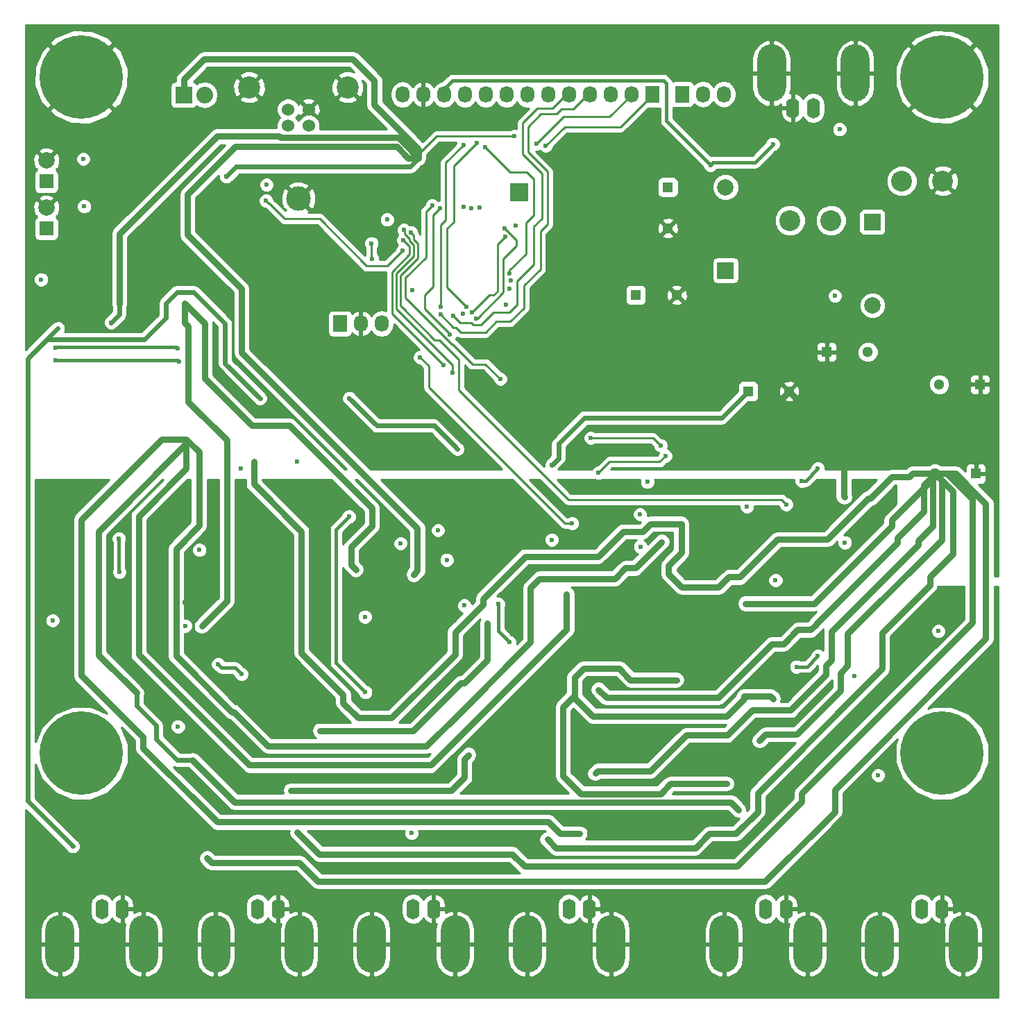
<source format=gbr>
G04 #@! TF.FileFunction,Copper,L3,Inr,Signal*
%FSLAX46Y46*%
G04 Gerber Fmt 4.6, Leading zero omitted, Abs format (unit mm)*
G04 Created by KiCad (PCBNEW (after 2015-may-25 BZR unknown)-product) date 7/20/2015 1:21:50 PM*
%MOMM*%
G01*
G04 APERTURE LIST*
%ADD10C,0.100000*%
%ADD11R,1.300000X1.300000*%
%ADD12C,1.300000*%
%ADD13R,1.699260X1.699260*%
%ADD14C,1.998980*%
%ADD15R,1.998980X1.998980*%
%ADD16C,2.540000*%
%ADD17R,2.235200X2.235200*%
%ADD18R,1.727200X2.032000*%
%ADD19O,1.727200X2.032000*%
%ADD20O,3.500120X7.000240*%
%ADD21O,1.600200X2.499360*%
%ADD22C,1.524000*%
%ADD23C,2.700020*%
%ADD24R,2.032000X2.032000*%
%ADD25O,2.032000X2.032000*%
%ADD26C,10.160000*%
%ADD27C,3.000000*%
%ADD28C,0.600000*%
%ADD29C,0.800000*%
%ADD30C,0.250000*%
%ADD31C,0.600000*%
%ADD32C,0.400000*%
%ADD33C,0.254000*%
G04 APERTURE END LIST*
D10*
D11*
X79050000Y-20450000D03*
D12*
X79050000Y-25450000D03*
D11*
X98450000Y-40550000D03*
D12*
X103450000Y-40550000D03*
D13*
X3250000Y-25500000D03*
D14*
X3250000Y-22960000D03*
D13*
X3250000Y-19750000D03*
D14*
X3250000Y-17210000D03*
X86097460Y-20440000D03*
D15*
X86097460Y-30600000D03*
D14*
X104002540Y-34860000D03*
D15*
X104002540Y-24700000D03*
D16*
X98949360Y-24500000D03*
X93950640Y-24500000D03*
X112599360Y-19700000D03*
X107600640Y-19700000D03*
D17*
X60950000Y-21100000D03*
D18*
X77160000Y-9150000D03*
D19*
X74620000Y-9150000D03*
X72080000Y-9150000D03*
X69540000Y-9150000D03*
X67000000Y-9150000D03*
X64460000Y-9150000D03*
X61920000Y-9150000D03*
X59380000Y-9150000D03*
X56840000Y-9150000D03*
X54300000Y-9150000D03*
X51760000Y-9150000D03*
X49220000Y-9150000D03*
X46680000Y-9150000D03*
D20*
X91702220Y-6536600D03*
X101900320Y-6536600D03*
D21*
X96800000Y-10801260D03*
X94300640Y-10801260D03*
D18*
X80800000Y-9100000D03*
D19*
X83340000Y-9100000D03*
X85880000Y-9100000D03*
D20*
X96097780Y-112763400D03*
X85899680Y-112763400D03*
D21*
X91000000Y-108498740D03*
X93499360Y-108498740D03*
D20*
X115097780Y-112763400D03*
X104899680Y-112763400D03*
D21*
X110000000Y-108498740D03*
X112499360Y-108498740D03*
D20*
X15097780Y-112763400D03*
X4899680Y-112763400D03*
D21*
X10000000Y-108498740D03*
X12499360Y-108498740D03*
D20*
X53097780Y-112763400D03*
X42899680Y-112763400D03*
D21*
X48000000Y-108498740D03*
X50499360Y-108498740D03*
D20*
X72097780Y-112763400D03*
X61899680Y-112763400D03*
D21*
X67000000Y-108498740D03*
X69499360Y-108498740D03*
D20*
X34097780Y-112763400D03*
X23899680Y-112763400D03*
D21*
X29000000Y-108498740D03*
X31499360Y-108498740D03*
D22*
X35250000Y-12959000D03*
X32710000Y-12959000D03*
X32710000Y-10960020D03*
X35250000Y-10960020D03*
D23*
X39979480Y-8260000D03*
X27980520Y-8260000D03*
D11*
X75150000Y-33600000D03*
D12*
X80150000Y-33600000D03*
D11*
X88850000Y-45350000D03*
D12*
X93850000Y-45350000D03*
D11*
X117150000Y-44500000D03*
D12*
X112150000Y-44500000D03*
D11*
X116650000Y-55400000D03*
D12*
X111650000Y-55400000D03*
D24*
X20000000Y-9200000D03*
D25*
X22540000Y-9200000D03*
D18*
X39060000Y-37090000D03*
D19*
X41600000Y-37090000D03*
X44140000Y-37090000D03*
D26*
X112500000Y-89500000D03*
X7500000Y-7000000D03*
X112500000Y-7000000D03*
X7500000Y-89500000D03*
D27*
X33980000Y-21850000D03*
D28*
X49350000Y-53100000D03*
X100600000Y-58250000D03*
X87400000Y-54600000D03*
X46450000Y-63900000D03*
X42100000Y-72850000D03*
X42450000Y-43450000D03*
X75650000Y-60350000D03*
X60350000Y-14250000D03*
X47850000Y-33000000D03*
X59300000Y-34750000D03*
X25200000Y-19150000D03*
X48650000Y-16900000D03*
X44800000Y-24400000D03*
X60500000Y-25100000D03*
X48050000Y-67700000D03*
X11150000Y-36950000D03*
X112050000Y-74600000D03*
X100650000Y-63800000D03*
X75700000Y-64300000D03*
X88700000Y-59400000D03*
X33800000Y-53900000D03*
X100000000Y-13400000D03*
X30100000Y-20150000D03*
X99450000Y-33700000D03*
X2600000Y-31700000D03*
X20300000Y-51200000D03*
X68300000Y-99300000D03*
X87650000Y-96400000D03*
X66700000Y-70100000D03*
X78300000Y-63700000D03*
X92200000Y-68400000D03*
X101850000Y-80050000D03*
X41000000Y-67100000D03*
X20100000Y-34650000D03*
X22200000Y-74000000D03*
X54500000Y-78150000D03*
X40650000Y-71600000D03*
X40150000Y-68250000D03*
X44350000Y-63600000D03*
X23700000Y-61950000D03*
X47250000Y-57050000D03*
X26950000Y-54750000D03*
X20100000Y-71100000D03*
X22250000Y-70500000D03*
X3850000Y-70450000D03*
X18550000Y-79150000D03*
X18750000Y-83650000D03*
X32750000Y-87250000D03*
X37200000Y-83250000D03*
X52450000Y-90950000D03*
X64550000Y-102100000D03*
X67750000Y-97150000D03*
X70350000Y-90100000D03*
X68100000Y-87650000D03*
X84150000Y-96800000D03*
X88000000Y-91050000D03*
X87100000Y-101800000D03*
X103000000Y-96050000D03*
X93400000Y-94500000D03*
X105250000Y-81400000D03*
X110450000Y-77600000D03*
X91850000Y-81450000D03*
X88450000Y-73300000D03*
X82500000Y-74100000D03*
X79900000Y-78950000D03*
X75050000Y-71900000D03*
X82350000Y-67100000D03*
X71900000Y-69850000D03*
X73300000Y-66050000D03*
X83800000Y-63600000D03*
X86750000Y-60450000D03*
X96250000Y-67150000D03*
X64900000Y-54350000D03*
X6450000Y-100850000D03*
X53400000Y-52400000D03*
X40200000Y-46200000D03*
X29300000Y-46200000D03*
X36600000Y-86750000D03*
X53800000Y-80950000D03*
X80100000Y-80550000D03*
X91900000Y-82850000D03*
X86200000Y-93200000D03*
X57050000Y-73650000D03*
X19300000Y-86250000D03*
X4000000Y-73300000D03*
X47800000Y-99250000D03*
X104700000Y-92200000D03*
X88500000Y-71250000D03*
X79150000Y-66600000D03*
X90250000Y-87950000D03*
X70200000Y-91950000D03*
X70600000Y-81750000D03*
X64350000Y-100000000D03*
X22850000Y-102300000D03*
X33850000Y-99150000D03*
X28550000Y-53950000D03*
X54750000Y-89700000D03*
X33050000Y-94050000D03*
X21900000Y-64700000D03*
X20200000Y-73950000D03*
X12100000Y-63350000D03*
X12150000Y-67400000D03*
X27050000Y-79850000D03*
X24200000Y-78650000D03*
X42150000Y-82050000D03*
X40150000Y-60650000D03*
X59700000Y-75950000D03*
X58350000Y-71300000D03*
X97350000Y-77650000D03*
X94750000Y-78950000D03*
X54050000Y-35850000D03*
X64150000Y-15400000D03*
X63050000Y-15125000D03*
X51350000Y-36000000D03*
X4350000Y-40050000D03*
X19250000Y-40150000D03*
X52850000Y-36150000D03*
X19400000Y-41700000D03*
X4400000Y-41550000D03*
X59750000Y-30975000D03*
X56750000Y-15525000D03*
X54500000Y-35050000D03*
X55725000Y-15075000D03*
X54125000Y-15275000D03*
X51325000Y-35025000D03*
X91875000Y-15200000D03*
X84250000Y-17725000D03*
X7850000Y-22800000D03*
X59900000Y-31850000D03*
X59725000Y-32825000D03*
X7750000Y-17000000D03*
X55650000Y-36475000D03*
X59150000Y-25500000D03*
X55200000Y-35700000D03*
X59200000Y-26500000D03*
X64900000Y-63450000D03*
X76550000Y-56400000D03*
X46725000Y-28175000D03*
X30050000Y-22100000D03*
X43000000Y-29200000D03*
X42900000Y-27300000D03*
X56050000Y-22950000D03*
X51000000Y-62300000D03*
X52075000Y-65925000D03*
X55100000Y-23050000D03*
X54150000Y-22850000D03*
X54225000Y-71475000D03*
X52825000Y-43050000D03*
X46875000Y-25675000D03*
X69650000Y-51050000D03*
X78150000Y-51950000D03*
X46800000Y-26925000D03*
X51700000Y-42150000D03*
X78750000Y-53250000D03*
X70600000Y-55300000D03*
X48825000Y-41200000D03*
X67375000Y-61450000D03*
X52450000Y-38425000D03*
X51225000Y-23025000D03*
X95400000Y-56300000D03*
X97350000Y-54800000D03*
X58625000Y-43850000D03*
X50300000Y-22700000D03*
X93500000Y-59150000D03*
X47700000Y-25950000D03*
D29*
X100500000Y-58150000D02*
X100500000Y-52350000D01*
X100500000Y-52350000D02*
X100500000Y-52000000D01*
X100500000Y-52000000D02*
X93850000Y-45350000D01*
X100600000Y-58250000D02*
X100500000Y-58150000D01*
X88300000Y-53700000D02*
X88300000Y-50900000D01*
X88300000Y-50900000D02*
X93850000Y-45350000D01*
X87400000Y-54600000D02*
X88300000Y-53700000D01*
D30*
X48650000Y-16450000D02*
X48650000Y-16900000D01*
X50850000Y-14250000D02*
X48650000Y-16450000D01*
X60350000Y-14250000D02*
X50850000Y-14250000D01*
D31*
X25200000Y-19150000D02*
X26400000Y-17950000D01*
X26400000Y-17950000D02*
X47600000Y-17950000D01*
X47600000Y-17950000D02*
X48650000Y-16900000D01*
D29*
X48650000Y-15800000D02*
X43250000Y-10400000D01*
X43250000Y-10400000D02*
X43250000Y-7450000D01*
X43250000Y-7450000D02*
X40600000Y-4800000D01*
X40600000Y-4800000D02*
X22500000Y-4800000D01*
X22500000Y-4800000D02*
X20000000Y-7300000D01*
X20000000Y-7300000D02*
X20000000Y-9200000D01*
X48650000Y-16900000D02*
X48650000Y-15800000D01*
X48050000Y-67700000D02*
X48500000Y-67250000D01*
X48500000Y-67250000D02*
X48500000Y-62050000D01*
X48500000Y-62050000D02*
X27050000Y-40600000D01*
X27050000Y-40600000D02*
X27050000Y-32850000D01*
X27050000Y-32850000D02*
X20450000Y-26250000D01*
X20450000Y-26250000D02*
X20450000Y-21350000D01*
X20450000Y-21350000D02*
X24550000Y-17250000D01*
X26300000Y-15500000D02*
X24550000Y-17250000D01*
X46000000Y-15500000D02*
X26300000Y-15500000D01*
X47400000Y-16900000D02*
X46000000Y-15500000D01*
X48650000Y-16900000D02*
X47400000Y-16900000D01*
X12150000Y-34700000D02*
X12150000Y-26150000D01*
X12150000Y-26150000D02*
X24050000Y-14250000D01*
X24050000Y-14250000D02*
X31600000Y-14250000D01*
X31600000Y-14250000D02*
X31750000Y-14400000D01*
X31750000Y-14400000D02*
X46150000Y-14400000D01*
X46150000Y-14400000D02*
X48650000Y-16900000D01*
D31*
X11150000Y-36950000D02*
X12150000Y-35950000D01*
X12150000Y-35950000D02*
X12150000Y-34700000D01*
D29*
X15050000Y-87550000D02*
X12200000Y-84700000D01*
X15050000Y-88900000D02*
X15050000Y-87800000D01*
X7500000Y-69600000D02*
X7500000Y-80000000D01*
X7500000Y-80000000D02*
X12200000Y-84700000D01*
X7500000Y-69600000D02*
X7500000Y-61000000D01*
X7500000Y-61000000D02*
X17300000Y-51200000D01*
X17300000Y-51200000D02*
X20300000Y-51200000D01*
X15050000Y-87800000D02*
X15050000Y-87550000D01*
X20300000Y-51750000D02*
X20300000Y-51200000D01*
X9600000Y-62450000D02*
X20300000Y-51750000D01*
X9600000Y-77500000D02*
X9600000Y-62450000D01*
X14250000Y-82150000D02*
X9600000Y-77500000D01*
X26200000Y-95450000D02*
X21075000Y-90325000D01*
X74100000Y-95500000D02*
X74050000Y-95450000D01*
X86750000Y-95500000D02*
X74100000Y-95500000D01*
X87650000Y-96400000D02*
X86750000Y-95500000D01*
X74050000Y-95450000D02*
X26200000Y-95450000D01*
X66700000Y-74400000D02*
X66700000Y-70100000D01*
X50150000Y-90950000D02*
X66700000Y-74400000D01*
X28000000Y-90950000D02*
X50150000Y-90950000D01*
X14500000Y-77450000D02*
X28000000Y-90950000D01*
X14500000Y-60600000D02*
X14500000Y-77450000D01*
X20300000Y-54800000D02*
X14500000Y-60600000D01*
X20300000Y-51200000D02*
X20300000Y-54800000D01*
X21850000Y-52750000D02*
X20300000Y-51200000D01*
X21850000Y-61750000D02*
X21850000Y-52750000D01*
X19050000Y-64550000D02*
X21850000Y-61750000D01*
X19050000Y-77650000D02*
X19050000Y-68100000D01*
X25850000Y-84450000D02*
X19050000Y-77650000D01*
X75100000Y-66900000D02*
X73900000Y-66900000D01*
X73900000Y-66900000D02*
X72600000Y-68200000D01*
X72600000Y-68200000D02*
X63400000Y-68200000D01*
X63400000Y-68200000D02*
X62300000Y-69300000D01*
X62300000Y-69300000D02*
X62300000Y-75950000D01*
X62300000Y-75950000D02*
X53800000Y-84450000D01*
X78300000Y-63700000D02*
X75100000Y-66900000D01*
X19050000Y-68100000D02*
X19050000Y-64550000D01*
X65900000Y-99300000D02*
X64500000Y-97900000D01*
X64500000Y-97900000D02*
X24050000Y-97900000D01*
X24050000Y-97900000D02*
X15050000Y-88900000D01*
X68300000Y-99300000D02*
X65900000Y-99300000D01*
D31*
X16600000Y-86100000D02*
X14250000Y-83750000D01*
X14250000Y-83750000D02*
X14250000Y-82150000D01*
X19175000Y-90325000D02*
X16600000Y-87750000D01*
X16600000Y-87750000D02*
X16600000Y-86100000D01*
X21075000Y-90325000D02*
X19175000Y-90325000D01*
D29*
X26100000Y-84450000D02*
X30300000Y-88650000D01*
X30300000Y-88650000D02*
X49600000Y-88650000D01*
X49600000Y-88650000D02*
X53800000Y-84450000D01*
X25850000Y-84450000D02*
X26100000Y-84450000D01*
X41000000Y-67100000D02*
X40400000Y-66500000D01*
X40400000Y-66500000D02*
X40400000Y-64350000D01*
X40400000Y-64350000D02*
X42950000Y-61800000D01*
X42950000Y-61800000D02*
X42950000Y-59600000D01*
X42950000Y-59600000D02*
X32900000Y-49550000D01*
X32900000Y-49550000D02*
X28300000Y-49550000D01*
X28300000Y-49550000D02*
X22550000Y-43800000D01*
X22550000Y-43800000D02*
X22550000Y-37100000D01*
X22550000Y-37100000D02*
X20100000Y-34650000D01*
X20550000Y-46600000D02*
X20550000Y-37450000D01*
X20550000Y-37450000D02*
X20100000Y-37000000D01*
X20100000Y-37000000D02*
X20100000Y-34650000D01*
X25250000Y-52250000D02*
X25250000Y-70950000D01*
X25250000Y-70950000D02*
X22200000Y-74000000D01*
X25250000Y-51300000D02*
X20550000Y-46600000D01*
X25250000Y-52250000D02*
X25250000Y-51300000D01*
D31*
X68900000Y-48550000D02*
X85650000Y-48550000D01*
X65700000Y-51750000D02*
X68900000Y-48550000D01*
X65700000Y-53550000D02*
X65700000Y-51750000D01*
X64900000Y-54350000D02*
X65700000Y-53550000D01*
X85650000Y-48550000D02*
X88850000Y-45350000D01*
X6450000Y-100850000D02*
X950000Y-95350000D01*
X950000Y-95350000D02*
X950000Y-41350000D01*
X3275000Y-39025000D02*
X4650000Y-37650000D01*
X950000Y-41350000D02*
X3275000Y-39025000D01*
X3275000Y-39025000D02*
X15175000Y-39025000D01*
X50550000Y-49550000D02*
X53400000Y-52400000D01*
X43550000Y-49550000D02*
X50550000Y-49550000D01*
X40200000Y-46200000D02*
X43550000Y-49550000D01*
X25050000Y-41950000D02*
X29300000Y-46200000D01*
X25050000Y-37100000D02*
X25050000Y-41950000D01*
X21200000Y-33250000D02*
X25050000Y-37100000D01*
X19150000Y-33250000D02*
X21200000Y-33250000D01*
X17800000Y-34600000D02*
X19150000Y-33250000D01*
X17800000Y-36400000D02*
X17800000Y-34600000D01*
X15175000Y-39025000D02*
X17800000Y-36400000D01*
D29*
X36600000Y-86750000D02*
X48000000Y-86750000D01*
X48000000Y-86750000D02*
X53800000Y-80950000D01*
X91600000Y-82550000D02*
X88350000Y-82550000D01*
X88350000Y-82550000D02*
X88350000Y-82850000D01*
X88350000Y-82850000D02*
X86250000Y-84950000D01*
X86250000Y-84950000D02*
X69850000Y-84950000D01*
X69850000Y-84950000D02*
X67650000Y-82750000D01*
X67650000Y-82450000D02*
X67650000Y-80250000D01*
X67650000Y-82750000D02*
X67650000Y-82450000D01*
X67650000Y-80250000D02*
X68750000Y-79150000D01*
X68750000Y-79150000D02*
X73100000Y-79150000D01*
X73100000Y-79150000D02*
X74500000Y-80550000D01*
X74500000Y-80550000D02*
X80100000Y-80550000D01*
X91900000Y-82850000D02*
X91600000Y-82550000D01*
X79399998Y-93200000D02*
X78150000Y-94449998D01*
X78150000Y-94449998D02*
X68449998Y-94449998D01*
X68449998Y-94449998D02*
X66250000Y-92250000D01*
X66250000Y-92250000D02*
X66250000Y-83850000D01*
X66250000Y-83850000D02*
X67650000Y-82450000D01*
X86200000Y-93200000D02*
X79399998Y-93200000D01*
X57050000Y-78100000D02*
X57050000Y-73650000D01*
X54200000Y-80950000D02*
X57050000Y-78100000D01*
X53800000Y-80950000D02*
X54200000Y-80950000D01*
X94850000Y-71250000D02*
X88500000Y-71250000D01*
X106350000Y-61050000D02*
X106350000Y-61800000D01*
X111650000Y-55750000D02*
X106350000Y-61050000D01*
X111650000Y-55400000D02*
X111650000Y-55750000D01*
X90250000Y-87950000D02*
X91000000Y-87200000D01*
X91000000Y-87200000D02*
X94200000Y-87200000D01*
X112450000Y-62600000D02*
X112450000Y-56200000D01*
X112450000Y-56200000D02*
X111650000Y-55400000D01*
X111350000Y-55700000D02*
X111650000Y-55400000D01*
X70200000Y-91950000D02*
X70500000Y-91650000D01*
X70500000Y-91650000D02*
X76950000Y-91650000D01*
X76950000Y-91650000D02*
X81300000Y-87300000D01*
X81300000Y-87300000D02*
X86300000Y-87300000D01*
X86300000Y-87300000D02*
X89350000Y-84250000D01*
X89350000Y-84250000D02*
X94050000Y-84250000D01*
X96900000Y-71250000D02*
X106350000Y-61800000D01*
X94850000Y-71250000D02*
X96900000Y-71250000D01*
X107050000Y-63200000D02*
X110250000Y-60000000D01*
X110250000Y-60000000D02*
X110250000Y-56800000D01*
X110250000Y-56800000D02*
X111650000Y-55400000D01*
X70600000Y-81750000D02*
X71550000Y-82700000D01*
X71550000Y-82700000D02*
X85200000Y-82700000D01*
X85200000Y-82700000D02*
X91700000Y-76200000D01*
X91700000Y-76200000D02*
X93150000Y-76200000D01*
X93150000Y-76200000D02*
X94900000Y-74450000D01*
X94900000Y-74450000D02*
X95700000Y-74450000D01*
X107050000Y-63800000D02*
X107050000Y-63200000D01*
X64350000Y-100000000D02*
X65400000Y-101050000D01*
X65400000Y-101050000D02*
X82400000Y-101050000D01*
X82400000Y-101050000D02*
X84150000Y-99300000D01*
X84150000Y-99300000D02*
X87350000Y-99300000D01*
X94050000Y-84200000D02*
X98375000Y-79875000D01*
X111350000Y-59300000D02*
X111350000Y-61800000D01*
X111350000Y-59300000D02*
X111350000Y-55700000D01*
X109600000Y-63550000D02*
X111350000Y-61800000D01*
X94050000Y-84250000D02*
X94050000Y-84200000D01*
X97150000Y-73700000D02*
X107050000Y-63800000D01*
X96500000Y-74450000D02*
X97150000Y-73800000D01*
X97150000Y-73800000D02*
X97150000Y-73700000D01*
X95700000Y-74450000D02*
X96500000Y-74450000D01*
X94750000Y-87200000D02*
X100125000Y-81825000D01*
X94200000Y-87200000D02*
X94750000Y-87200000D01*
X105200000Y-79150000D02*
X90000000Y-94350000D01*
X90000000Y-94350000D02*
X90000000Y-96650000D01*
X90000000Y-96650000D02*
X87350000Y-99300000D01*
X114200000Y-55400000D02*
X111650000Y-55400000D01*
X117850000Y-59050000D02*
X114200000Y-55400000D01*
X117850000Y-75500000D02*
X117850000Y-59050000D01*
X99400000Y-93950000D02*
X117850000Y-75500000D01*
X99400000Y-96650000D02*
X99400000Y-93950000D01*
X90900000Y-105150000D02*
X99400000Y-96650000D01*
X36400000Y-105150000D02*
X90900000Y-105150000D01*
X34100000Y-102850000D02*
X36400000Y-105150000D01*
X23400000Y-102850000D02*
X34100000Y-102850000D01*
X22850000Y-102300000D02*
X23400000Y-102850000D01*
X116200000Y-73600000D02*
X116200000Y-71800000D01*
X112350000Y-77450000D02*
X116200000Y-73600000D01*
X61600000Y-103300000D02*
X87500000Y-103300000D01*
X87500000Y-103300000D02*
X88350000Y-102450000D01*
X95400000Y-94350000D02*
X112300000Y-77450000D01*
X95400000Y-95400000D02*
X95400000Y-94350000D01*
X88350000Y-102450000D02*
X95400000Y-95400000D01*
X33850000Y-99150000D02*
X36500000Y-101800000D01*
X36500000Y-101800000D02*
X60100000Y-101800000D01*
X60100000Y-101800000D02*
X61600000Y-103300000D01*
X113100000Y-55400000D02*
X111650000Y-55400000D01*
X116200000Y-58500000D02*
X113100000Y-55400000D01*
X116200000Y-71800000D02*
X116200000Y-58500000D01*
X112300000Y-77450000D02*
X112350000Y-77450000D01*
X98375000Y-78775000D02*
X99000000Y-78150000D01*
X99000000Y-78150000D02*
X99000000Y-74650000D01*
X99000000Y-74650000D02*
X109600000Y-64050000D01*
X109600000Y-64050000D02*
X109600000Y-63550000D01*
X98375000Y-79875000D02*
X98375000Y-78775000D01*
X100125000Y-79725000D02*
X101000000Y-78850000D01*
X101000000Y-78850000D02*
X101000000Y-74950000D01*
X101000000Y-74950000D02*
X112450000Y-63500000D01*
X112450000Y-63500000D02*
X112450000Y-62600000D01*
X100125000Y-81825000D02*
X100125000Y-79725000D01*
X105200000Y-74800000D02*
X111000000Y-69000000D01*
X111000000Y-69000000D02*
X111000000Y-68000000D01*
X111000000Y-68000000D02*
X113800000Y-65200000D01*
X113800000Y-65200000D02*
X113800000Y-57550000D01*
X113800000Y-57550000D02*
X111650000Y-55400000D01*
X105200000Y-79150000D02*
X105200000Y-74800000D01*
X103500000Y-58400000D02*
X103750000Y-58400000D01*
X98500000Y-63400000D02*
X103500000Y-58400000D01*
X111650000Y-55400000D02*
X108900000Y-55400000D01*
X79150000Y-67650000D02*
X79150000Y-66600000D01*
X80750000Y-69250000D02*
X79150000Y-67650000D01*
X85250000Y-69250000D02*
X80750000Y-69250000D01*
X86500000Y-68000000D02*
X85250000Y-69250000D01*
X87850000Y-68000000D02*
X86500000Y-68000000D01*
X92450000Y-63400000D02*
X87850000Y-68000000D01*
X97500000Y-63400000D02*
X92450000Y-63400000D01*
X106350000Y-55800000D02*
X103750000Y-58400000D01*
X108500000Y-55800000D02*
X106350000Y-55800000D01*
X108900000Y-55400000D02*
X108500000Y-55800000D01*
X97500000Y-63400000D02*
X98500000Y-63400000D01*
X39450000Y-83350000D02*
X41300000Y-85200000D01*
X41300000Y-85200000D02*
X45350000Y-85200000D01*
X45350000Y-85200000D02*
X53100000Y-77450000D01*
X53100000Y-77450000D02*
X53100000Y-74750000D01*
X53100000Y-74750000D02*
X56500000Y-71350000D01*
X56500000Y-71350000D02*
X56500000Y-70650000D01*
X56500000Y-70650000D02*
X61650000Y-65500000D01*
X61650000Y-65500000D02*
X70550000Y-65500000D01*
X70550000Y-65500000D02*
X73600000Y-62450000D01*
X73600000Y-62450000D02*
X76000000Y-62450000D01*
X76000000Y-62450000D02*
X76950000Y-61500000D01*
X76950000Y-61500000D02*
X80650000Y-61500000D01*
X80650000Y-61500000D02*
X80700000Y-61550000D01*
X80700000Y-61550000D02*
X80700000Y-65050000D01*
X80700000Y-65050000D02*
X79150000Y-66600000D01*
X28550000Y-53950000D02*
X28550000Y-56650000D01*
X34350000Y-77250000D02*
X39450000Y-82350000D01*
X34350000Y-62450000D02*
X34350000Y-77250000D01*
X28550000Y-56650000D02*
X34350000Y-62450000D01*
X39450000Y-82350000D02*
X39450000Y-83350000D01*
X54750000Y-89700000D02*
X54250000Y-90200000D01*
X54250000Y-90200000D02*
X54250000Y-92450000D01*
X54250000Y-92450000D02*
X52650000Y-94050000D01*
X52650000Y-94050000D02*
X33050000Y-94050000D01*
D32*
X12100000Y-67350000D02*
X12100000Y-63350000D01*
X12150000Y-67400000D02*
X12100000Y-67350000D01*
X26250000Y-79050000D02*
X27050000Y-79850000D01*
X24600000Y-79050000D02*
X26250000Y-79050000D01*
X24200000Y-78650000D02*
X24600000Y-79050000D01*
X38600000Y-78500000D02*
X42150000Y-82050000D01*
X38600000Y-62200000D02*
X38600000Y-78500000D01*
X40150000Y-60650000D02*
X38600000Y-62200000D01*
X58350000Y-74600000D02*
X58350000Y-71300000D01*
X59700000Y-75950000D02*
X58350000Y-74600000D01*
X97350000Y-77650000D02*
X96050000Y-78950000D01*
X96050000Y-78950000D02*
X94750000Y-78950000D01*
D30*
X77160000Y-9150000D02*
X77160000Y-9215000D01*
X77160000Y-9215000D02*
X73275000Y-13100000D01*
X73275000Y-13100000D02*
X66475000Y-13100000D01*
X66475000Y-13100000D02*
X64175000Y-15400000D01*
X64175000Y-15400000D02*
X64150000Y-15400000D01*
X74620000Y-9150000D02*
X74620000Y-9205000D01*
X74620000Y-9205000D02*
X71950000Y-11875000D01*
X65200000Y-12975000D02*
X63050000Y-15125000D01*
X65275000Y-12975000D02*
X65200000Y-12975000D01*
X66375000Y-11875000D02*
X65275000Y-12975000D01*
X71950000Y-11875000D02*
X66375000Y-11875000D01*
X69540000Y-9150000D02*
X69300000Y-9150000D01*
X69300000Y-9150000D02*
X67525000Y-10925000D01*
X64350000Y-18525000D02*
X64350000Y-25000000D01*
X62025000Y-16200000D02*
X64350000Y-18525000D01*
X62025000Y-13075000D02*
X62025000Y-16200000D01*
X63575000Y-11525000D02*
X62025000Y-13075000D01*
X65475000Y-11525000D02*
X63575000Y-11525000D01*
X66075000Y-10925000D02*
X65475000Y-11525000D01*
X67525000Y-10925000D02*
X66075000Y-10925000D01*
X64350000Y-25000000D02*
X63500000Y-25850000D01*
X63500000Y-25850000D02*
X63500000Y-30450000D01*
X63500000Y-30450000D02*
X61500000Y-32450000D01*
X61500000Y-32450000D02*
X61500000Y-35175000D01*
X61500000Y-35175000D02*
X59825000Y-36850000D01*
X59825000Y-36850000D02*
X58150000Y-36850000D01*
X58150000Y-36850000D02*
X56825000Y-38175000D01*
X56825000Y-38175000D02*
X53825000Y-38175000D01*
X53825000Y-38175000D02*
X53200000Y-37550000D01*
X69540000Y-9150000D02*
X69540000Y-9185000D01*
X51350000Y-36000000D02*
X52900000Y-37550000D01*
X52900000Y-37550000D02*
X53200000Y-37550000D01*
D32*
X19050000Y-39950000D02*
X4450000Y-39950000D01*
X4450000Y-39950000D02*
X4350000Y-40050000D01*
X19250000Y-40150000D02*
X19050000Y-39950000D01*
D30*
X67000000Y-9150000D02*
X66675000Y-9150000D01*
X62725000Y-29875000D02*
X62725000Y-25250000D01*
X60675000Y-31925000D02*
X62725000Y-29875000D01*
X60675000Y-34800000D02*
X60675000Y-31925000D01*
X59725000Y-35750000D02*
X60675000Y-34800000D01*
X57775000Y-35750000D02*
X59725000Y-35750000D01*
X56250000Y-37275000D02*
X57775000Y-35750000D01*
X55350000Y-37275000D02*
X56250000Y-37275000D01*
X64975000Y-10850000D02*
X63100000Y-10850000D01*
X63100000Y-10850000D02*
X61350000Y-12600000D01*
X61350000Y-12600000D02*
X61350000Y-16450000D01*
X61350000Y-16450000D02*
X63675000Y-18775000D01*
X63675000Y-18775000D02*
X63675000Y-24300000D01*
X66675000Y-9150000D02*
X64975000Y-10850000D01*
X62725000Y-25250000D02*
X63675000Y-24300000D01*
X67000000Y-9950000D02*
X67000000Y-9150000D01*
X52850000Y-36150000D02*
X53700000Y-37000000D01*
X53700000Y-37000000D02*
X55075000Y-37000000D01*
X55075000Y-37000000D02*
X55350000Y-37275000D01*
D32*
X19400000Y-41700000D02*
X19250000Y-41550000D01*
X19250000Y-41550000D02*
X4400000Y-41550000D01*
D30*
X59750000Y-30550000D02*
X59750000Y-30975000D01*
X61725000Y-28575000D02*
X59750000Y-30550000D01*
X61725000Y-24825000D02*
X61725000Y-28575000D01*
X62675000Y-23875000D02*
X61725000Y-24825000D01*
X62675000Y-19450000D02*
X62675000Y-23875000D01*
X61825000Y-18600000D02*
X62675000Y-19450000D01*
X59825000Y-18600000D02*
X61825000Y-18600000D01*
X56750000Y-15525000D02*
X59825000Y-18600000D01*
X52125000Y-32675000D02*
X52125000Y-31750000D01*
X54500000Y-35050000D02*
X52125000Y-32675000D01*
X52125000Y-31750000D02*
X52125000Y-25475000D01*
X52125000Y-25475000D02*
X52925000Y-24675000D01*
X52925000Y-24675000D02*
X52925000Y-17875000D01*
X52925000Y-17875000D02*
X55725000Y-15075000D01*
X51975000Y-17425000D02*
X54125000Y-15275000D01*
X51975000Y-24450000D02*
X51975000Y-17425000D01*
X51375000Y-25050000D02*
X51975000Y-24450000D01*
X51375000Y-34975000D02*
X51375000Y-25050000D01*
X51325000Y-35025000D02*
X51375000Y-34975000D01*
D32*
X51760000Y-9150000D02*
X51760000Y-8415000D01*
X51760000Y-8415000D02*
X52775000Y-7400000D01*
X78900000Y-12375000D02*
X84250000Y-17725000D01*
X78900000Y-7800000D02*
X78900000Y-12375000D01*
X78500000Y-7400000D02*
X78900000Y-7800000D01*
X52775000Y-7400000D02*
X78500000Y-7400000D01*
X89675000Y-17400000D02*
X91875000Y-15200000D01*
X84575000Y-17400000D02*
X89675000Y-17400000D01*
X84250000Y-17725000D02*
X84575000Y-17400000D01*
D30*
X59000000Y-33100000D02*
X59000000Y-33300000D01*
X55825000Y-36475000D02*
X55650000Y-36475000D01*
X59000000Y-33300000D02*
X55825000Y-36475000D01*
X60600000Y-26950000D02*
X60600000Y-27600000D01*
X60600000Y-27600000D02*
X59000000Y-29200000D01*
X59000000Y-29200000D02*
X59000000Y-33100000D01*
X59150000Y-25500000D02*
X60600000Y-26950000D01*
X57825000Y-33625000D02*
X57275000Y-33625000D01*
X57275000Y-33625000D02*
X55200000Y-35700000D01*
X59200000Y-26500000D02*
X58275000Y-27425000D01*
X58275000Y-27425000D02*
X58275000Y-32275000D01*
X58275000Y-33175000D02*
X57825000Y-33625000D01*
X58275000Y-32275000D02*
X58275000Y-33175000D01*
X30400000Y-22400000D02*
X30350000Y-22400000D01*
X46725000Y-28175000D02*
X44825000Y-30075000D01*
X44825000Y-30075000D02*
X42325000Y-30075000D01*
X42325000Y-30075000D02*
X36575000Y-24325000D01*
X36575000Y-24325000D02*
X32325000Y-24325000D01*
X32325000Y-24325000D02*
X30400000Y-22400000D01*
X30350000Y-22400000D02*
X30050000Y-22100000D01*
X43000000Y-29200000D02*
X42900000Y-29100000D01*
X42900000Y-29100000D02*
X42900000Y-27300000D01*
X52825000Y-42250000D02*
X52825000Y-42175000D01*
X47575000Y-27000000D02*
X47575000Y-26775000D01*
X48075000Y-27500000D02*
X47575000Y-27000000D01*
X48075000Y-28825000D02*
X48075000Y-27500000D01*
X45925000Y-30975000D02*
X48075000Y-28825000D01*
X45925000Y-35275000D02*
X45925000Y-30975000D01*
X52825000Y-42175000D02*
X45925000Y-35275000D01*
X52825000Y-43050000D02*
X52825000Y-42250000D01*
X47575000Y-26775000D02*
X47475000Y-26675000D01*
X46975000Y-26175000D02*
X47475000Y-26675000D01*
X46975000Y-25775000D02*
X46975000Y-26175000D01*
X46875000Y-25675000D02*
X46975000Y-25775000D01*
X77250000Y-51050000D02*
X69650000Y-51050000D01*
X78150000Y-51950000D02*
X77250000Y-51050000D01*
X51700000Y-42150000D02*
X45425000Y-35875000D01*
X47575000Y-27700000D02*
X46800000Y-26925000D01*
X47575000Y-28625000D02*
X47575000Y-27700000D01*
X45425000Y-30775000D02*
X47575000Y-28625000D01*
X45425000Y-30925000D02*
X45425000Y-30775000D01*
X45425000Y-35875000D02*
X45425000Y-30925000D01*
X78750000Y-53250000D02*
X78050000Y-53950000D01*
X78050000Y-53950000D02*
X71950000Y-53950000D01*
X71950000Y-53950000D02*
X70600000Y-55300000D01*
X49900000Y-42525000D02*
X49900000Y-42275000D01*
X49900000Y-42275000D02*
X48825000Y-41200000D01*
X66475000Y-61450000D02*
X67375000Y-61450000D01*
X49900000Y-44875000D02*
X66475000Y-61450000D01*
X49900000Y-42525000D02*
X49900000Y-44875000D01*
X52450000Y-38350000D02*
X52450000Y-38425000D01*
X49400000Y-35300000D02*
X52450000Y-38350000D01*
X49400000Y-33575000D02*
X49400000Y-35300000D01*
X50400000Y-32575000D02*
X49400000Y-33575000D01*
X50400000Y-23850000D02*
X50400000Y-32575000D01*
X51225000Y-23025000D02*
X50400000Y-23850000D01*
D32*
X95850000Y-56300000D02*
X95400000Y-56300000D01*
X97350000Y-54800000D02*
X95850000Y-56300000D01*
D30*
X55225000Y-42025000D02*
X52787500Y-39587500D01*
X56800000Y-42025000D02*
X55225000Y-42025000D01*
X58625000Y-43850000D02*
X56800000Y-42025000D01*
X47525000Y-34450000D02*
X47050000Y-33975000D01*
X49550000Y-23450000D02*
X50300000Y-22700000D01*
X49550000Y-29000000D02*
X49550000Y-23450000D01*
X47050000Y-31500000D02*
X49550000Y-29000000D01*
X47050000Y-31550000D02*
X47050000Y-31500000D01*
X47050000Y-33975000D02*
X47050000Y-31550000D01*
X52787500Y-39587500D02*
X52662500Y-39587500D01*
X52662500Y-39587500D02*
X47525000Y-34450000D01*
X51150000Y-39100000D02*
X50625000Y-39100000D01*
X48050000Y-26800000D02*
X48050000Y-26300000D01*
X48575000Y-27325000D02*
X48050000Y-26800000D01*
X48575000Y-29075000D02*
X48575000Y-27325000D01*
X46400000Y-31250000D02*
X48575000Y-29075000D01*
X46400000Y-34900000D02*
X46400000Y-31250000D01*
X46549998Y-35049998D02*
X46400000Y-34900000D01*
X46575000Y-35049998D02*
X46549998Y-35049998D01*
X46575000Y-35050000D02*
X46575000Y-35049998D01*
X50625000Y-39100000D02*
X46575000Y-35050000D01*
X53550000Y-41675000D02*
X53550000Y-41500000D01*
X48050000Y-26300000D02*
X47700000Y-25950000D01*
X53550000Y-41500000D02*
X51150000Y-39100000D01*
X93500000Y-59150000D02*
X92900000Y-58550000D01*
X92900000Y-58550000D02*
X66900000Y-58550000D01*
X66900000Y-58550000D02*
X53550000Y-45200000D01*
X53550000Y-45200000D02*
X53550000Y-41675000D01*
D33*
G36*
X58823198Y-54873000D02*
X54335162Y-54873000D01*
X54335162Y-52214833D01*
X54263827Y-52042191D01*
X54193117Y-51871057D01*
X54061145Y-51738855D01*
X53930327Y-51607808D01*
X53929935Y-51607645D01*
X51211145Y-48888855D01*
X50907809Y-48686173D01*
X50550000Y-48615000D01*
X43937290Y-48615000D01*
X41473000Y-46150710D01*
X41473000Y-38576217D01*
X41473000Y-37217000D01*
X41453000Y-37217000D01*
X41453000Y-36963000D01*
X41473000Y-36963000D01*
X41473000Y-35603783D01*
X41240974Y-35482642D01*
X41225209Y-35485291D01*
X40697964Y-35739268D01*
X40540326Y-35915701D01*
X40524063Y-35831877D01*
X40384273Y-35619073D01*
X40173240Y-35476623D01*
X39923600Y-35426560D01*
X38196400Y-35426560D01*
X37954277Y-35473537D01*
X37741473Y-35613327D01*
X37599023Y-35824360D01*
X37548960Y-36074000D01*
X37548960Y-38106000D01*
X37595937Y-38348123D01*
X37735727Y-38560927D01*
X37946760Y-38703377D01*
X38196400Y-38753440D01*
X39923600Y-38753440D01*
X40165723Y-38706463D01*
X40378527Y-38566673D01*
X40520977Y-38355640D01*
X40539483Y-38263354D01*
X40697964Y-38440732D01*
X41225209Y-38694709D01*
X41240974Y-38697358D01*
X41473000Y-38576217D01*
X41473000Y-46150710D01*
X40861435Y-45539145D01*
X40861145Y-45538855D01*
X40730327Y-45407808D01*
X40386799Y-45265162D01*
X40014833Y-45264838D01*
X39671057Y-45406883D01*
X39407808Y-45669673D01*
X39265162Y-46013201D01*
X39264838Y-46385167D01*
X39406883Y-46728943D01*
X39538855Y-46861145D01*
X39669673Y-46992192D01*
X39670064Y-46992354D01*
X42888855Y-50211145D01*
X43192191Y-50413827D01*
X43550000Y-50485000D01*
X50162710Y-50485000D01*
X52738564Y-53060854D01*
X52738855Y-53061145D01*
X52869673Y-53192192D01*
X53213201Y-53334838D01*
X53400000Y-53335000D01*
X53585167Y-53335162D01*
X53757809Y-53263827D01*
X53928943Y-53193117D01*
X54061145Y-53061145D01*
X54192192Y-52930327D01*
X54263827Y-52757809D01*
X54334838Y-52586799D01*
X54335000Y-52400000D01*
X54335162Y-52214833D01*
X54335162Y-54873000D01*
X42786711Y-54873000D01*
X28085000Y-40171288D01*
X28085000Y-32850005D01*
X28085000Y-32850000D01*
X28085001Y-32850000D01*
X28006215Y-32453923D01*
X27781856Y-32118145D01*
X27781856Y-32118144D01*
X27781852Y-32118141D01*
X21485000Y-25821288D01*
X21485000Y-21778711D01*
X24265131Y-18998580D01*
X24264838Y-19335167D01*
X24406883Y-19678943D01*
X24538855Y-19811145D01*
X24669673Y-19942192D01*
X25013201Y-20084838D01*
X25200000Y-20085000D01*
X25385167Y-20085162D01*
X25557809Y-20013827D01*
X25728943Y-19943117D01*
X25861145Y-19811145D01*
X25992192Y-19680327D01*
X25992354Y-19679935D01*
X26787290Y-18885000D01*
X47600000Y-18885000D01*
X47957809Y-18813827D01*
X48261145Y-18611145D01*
X49008625Y-17863664D01*
X49046077Y-17856215D01*
X49381856Y-17631856D01*
X49606215Y-17296077D01*
X49685000Y-16900000D01*
X49685001Y-16900000D01*
X49685000Y-16899994D01*
X49685000Y-16489802D01*
X51164802Y-15010000D01*
X53222634Y-15010000D01*
X53190162Y-15088201D01*
X53190121Y-15135076D01*
X51437599Y-16887599D01*
X51272852Y-17134161D01*
X51215000Y-17425000D01*
X51215000Y-22089990D01*
X51039833Y-22089838D01*
X51020155Y-22097968D01*
X50830327Y-21907808D01*
X50486799Y-21765162D01*
X50114833Y-21764838D01*
X49771057Y-21906883D01*
X49507808Y-22169673D01*
X49365162Y-22513201D01*
X49365121Y-22560076D01*
X49012599Y-22912599D01*
X48847852Y-23159161D01*
X48790000Y-23450000D01*
X48790000Y-26199454D01*
X48752148Y-26009161D01*
X48635101Y-25833988D01*
X48635162Y-25764833D01*
X48493117Y-25421057D01*
X48230327Y-25157808D01*
X47886799Y-25015162D01*
X47537146Y-25014857D01*
X47405327Y-24882808D01*
X47061799Y-24740162D01*
X46689833Y-24739838D01*
X46346057Y-24881883D01*
X46082808Y-25144673D01*
X45940162Y-25488201D01*
X45939838Y-25860167D01*
X46081883Y-26203943D01*
X46140274Y-26262436D01*
X46007808Y-26394673D01*
X45865162Y-26738201D01*
X45864838Y-27110167D01*
X46006883Y-27453943D01*
X46065274Y-27512436D01*
X45932808Y-27644673D01*
X45790162Y-27988201D01*
X45790121Y-28035076D01*
X45735162Y-28090035D01*
X45735162Y-24214833D01*
X45593117Y-23871057D01*
X45330327Y-23607808D01*
X44986799Y-23465162D01*
X44614833Y-23464838D01*
X44271057Y-23606883D01*
X44007808Y-23869673D01*
X43865162Y-24213201D01*
X43864838Y-24585167D01*
X44006883Y-24928943D01*
X44269673Y-25192192D01*
X44613201Y-25334838D01*
X44985167Y-25335162D01*
X45328943Y-25193117D01*
X45592192Y-24930327D01*
X45734838Y-24586799D01*
X45735162Y-24214833D01*
X45735162Y-28090035D01*
X44510198Y-29315000D01*
X43934900Y-29315000D01*
X43935162Y-29014833D01*
X43793117Y-28671057D01*
X43660000Y-28537707D01*
X43660000Y-27862462D01*
X43692192Y-27830327D01*
X43834838Y-27486799D01*
X43835162Y-27114833D01*
X43693117Y-26771057D01*
X43430327Y-26507808D01*
X43086799Y-26365162D01*
X42714833Y-26364838D01*
X42371057Y-26506883D01*
X42107808Y-26769673D01*
X41965162Y-27113201D01*
X41964838Y-27485167D01*
X42106883Y-27828943D01*
X42140000Y-27862117D01*
X42140000Y-28815198D01*
X37112401Y-23787599D01*
X36865839Y-23622852D01*
X36575000Y-23565000D01*
X36122723Y-23565000D01*
X36122723Y-22233813D01*
X36106497Y-21384613D01*
X35812739Y-20675418D01*
X35493970Y-20515635D01*
X35314365Y-20695240D01*
X35314365Y-20336030D01*
X35154582Y-20017261D01*
X34363813Y-19707277D01*
X33514613Y-19723503D01*
X32805418Y-20017261D01*
X32645635Y-20336030D01*
X33980000Y-21670395D01*
X35314365Y-20336030D01*
X35314365Y-20695240D01*
X34159605Y-21850000D01*
X35493970Y-23184365D01*
X35812739Y-23024582D01*
X36122723Y-22233813D01*
X36122723Y-23565000D01*
X35213598Y-23565000D01*
X35314365Y-23363970D01*
X33980000Y-22029605D01*
X33965857Y-22043747D01*
X33800395Y-21878285D01*
X33786252Y-21864142D01*
X33800395Y-21850000D01*
X32466030Y-20515635D01*
X32147261Y-20675418D01*
X31837277Y-21466187D01*
X31853503Y-22315387D01*
X32147261Y-23024582D01*
X32466028Y-23184363D01*
X32362597Y-23287795D01*
X31035162Y-21960360D01*
X31035162Y-19964833D01*
X30893117Y-19621057D01*
X30630327Y-19357808D01*
X30286799Y-19215162D01*
X29914833Y-19214838D01*
X29571057Y-19356883D01*
X29307808Y-19619673D01*
X29165162Y-19963201D01*
X29164838Y-20335167D01*
X29306883Y-20678943D01*
X29569673Y-20942192D01*
X29913201Y-21084838D01*
X30285167Y-21085162D01*
X30628943Y-20943117D01*
X30892192Y-20680327D01*
X31034838Y-20336799D01*
X31035162Y-19964833D01*
X31035162Y-21960360D01*
X30982012Y-21907210D01*
X30843117Y-21571057D01*
X30580327Y-21307808D01*
X30236799Y-21165162D01*
X29864833Y-21164838D01*
X29521057Y-21306883D01*
X29257808Y-21569673D01*
X29115162Y-21913201D01*
X29114838Y-22285167D01*
X29256883Y-22628943D01*
X29519673Y-22892192D01*
X29863201Y-23034838D01*
X29958548Y-23034921D01*
X29963281Y-23038083D01*
X31787599Y-24862401D01*
X32034161Y-25027148D01*
X32325000Y-25085000D01*
X36260198Y-25085000D01*
X41787599Y-30612401D01*
X42034161Y-30777148D01*
X42325000Y-30835000D01*
X44665000Y-30835000D01*
X44665000Y-30925000D01*
X44665000Y-35511083D01*
X44140000Y-35406655D01*
X43566511Y-35520729D01*
X43080330Y-35845585D01*
X42873539Y-36155069D01*
X42502036Y-35739268D01*
X41974791Y-35485291D01*
X41959026Y-35482642D01*
X41727000Y-35603783D01*
X41727000Y-36963000D01*
X41747000Y-36963000D01*
X41747000Y-37217000D01*
X41727000Y-37217000D01*
X41727000Y-38576217D01*
X41959026Y-38697358D01*
X41974791Y-38694709D01*
X42502036Y-38440732D01*
X42873539Y-38024930D01*
X43080330Y-38334415D01*
X43566511Y-38659271D01*
X44140000Y-38773345D01*
X44713489Y-38659271D01*
X45199670Y-38334415D01*
X45524526Y-37848234D01*
X45638600Y-37274745D01*
X45638600Y-37163402D01*
X48740123Y-40264925D01*
X48639833Y-40264838D01*
X48296057Y-40406883D01*
X48032808Y-40669673D01*
X47890162Y-41013201D01*
X47889838Y-41385167D01*
X48031883Y-41728943D01*
X48294673Y-41992192D01*
X48638201Y-42134838D01*
X48685076Y-42134878D01*
X49140000Y-42589802D01*
X49140000Y-44875000D01*
X49197852Y-45165839D01*
X49362599Y-45412401D01*
X58823198Y-54873000D01*
X58823198Y-54873000D01*
G37*
X58823198Y-54873000D02*
X54335162Y-54873000D01*
X54335162Y-52214833D01*
X54263827Y-52042191D01*
X54193117Y-51871057D01*
X54061145Y-51738855D01*
X53930327Y-51607808D01*
X53929935Y-51607645D01*
X51211145Y-48888855D01*
X50907809Y-48686173D01*
X50550000Y-48615000D01*
X43937290Y-48615000D01*
X41473000Y-46150710D01*
X41473000Y-38576217D01*
X41473000Y-37217000D01*
X41453000Y-37217000D01*
X41453000Y-36963000D01*
X41473000Y-36963000D01*
X41473000Y-35603783D01*
X41240974Y-35482642D01*
X41225209Y-35485291D01*
X40697964Y-35739268D01*
X40540326Y-35915701D01*
X40524063Y-35831877D01*
X40384273Y-35619073D01*
X40173240Y-35476623D01*
X39923600Y-35426560D01*
X38196400Y-35426560D01*
X37954277Y-35473537D01*
X37741473Y-35613327D01*
X37599023Y-35824360D01*
X37548960Y-36074000D01*
X37548960Y-38106000D01*
X37595937Y-38348123D01*
X37735727Y-38560927D01*
X37946760Y-38703377D01*
X38196400Y-38753440D01*
X39923600Y-38753440D01*
X40165723Y-38706463D01*
X40378527Y-38566673D01*
X40520977Y-38355640D01*
X40539483Y-38263354D01*
X40697964Y-38440732D01*
X41225209Y-38694709D01*
X41240974Y-38697358D01*
X41473000Y-38576217D01*
X41473000Y-46150710D01*
X40861435Y-45539145D01*
X40861145Y-45538855D01*
X40730327Y-45407808D01*
X40386799Y-45265162D01*
X40014833Y-45264838D01*
X39671057Y-45406883D01*
X39407808Y-45669673D01*
X39265162Y-46013201D01*
X39264838Y-46385167D01*
X39406883Y-46728943D01*
X39538855Y-46861145D01*
X39669673Y-46992192D01*
X39670064Y-46992354D01*
X42888855Y-50211145D01*
X43192191Y-50413827D01*
X43550000Y-50485000D01*
X50162710Y-50485000D01*
X52738564Y-53060854D01*
X52738855Y-53061145D01*
X52869673Y-53192192D01*
X53213201Y-53334838D01*
X53400000Y-53335000D01*
X53585167Y-53335162D01*
X53757809Y-53263827D01*
X53928943Y-53193117D01*
X54061145Y-53061145D01*
X54192192Y-52930327D01*
X54263827Y-52757809D01*
X54334838Y-52586799D01*
X54335000Y-52400000D01*
X54335162Y-52214833D01*
X54335162Y-54873000D01*
X42786711Y-54873000D01*
X28085000Y-40171288D01*
X28085000Y-32850005D01*
X28085000Y-32850000D01*
X28085001Y-32850000D01*
X28006215Y-32453923D01*
X27781856Y-32118145D01*
X27781856Y-32118144D01*
X27781852Y-32118141D01*
X21485000Y-25821288D01*
X21485000Y-21778711D01*
X24265131Y-18998580D01*
X24264838Y-19335167D01*
X24406883Y-19678943D01*
X24538855Y-19811145D01*
X24669673Y-19942192D01*
X25013201Y-20084838D01*
X25200000Y-20085000D01*
X25385167Y-20085162D01*
X25557809Y-20013827D01*
X25728943Y-19943117D01*
X25861145Y-19811145D01*
X25992192Y-19680327D01*
X25992354Y-19679935D01*
X26787290Y-18885000D01*
X47600000Y-18885000D01*
X47957809Y-18813827D01*
X48261145Y-18611145D01*
X49008625Y-17863664D01*
X49046077Y-17856215D01*
X49381856Y-17631856D01*
X49606215Y-17296077D01*
X49685000Y-16900000D01*
X49685001Y-16900000D01*
X49685000Y-16899994D01*
X49685000Y-16489802D01*
X51164802Y-15010000D01*
X53222634Y-15010000D01*
X53190162Y-15088201D01*
X53190121Y-15135076D01*
X51437599Y-16887599D01*
X51272852Y-17134161D01*
X51215000Y-17425000D01*
X51215000Y-22089990D01*
X51039833Y-22089838D01*
X51020155Y-22097968D01*
X50830327Y-21907808D01*
X50486799Y-21765162D01*
X50114833Y-21764838D01*
X49771057Y-21906883D01*
X49507808Y-22169673D01*
X49365162Y-22513201D01*
X49365121Y-22560076D01*
X49012599Y-22912599D01*
X48847852Y-23159161D01*
X48790000Y-23450000D01*
X48790000Y-26199454D01*
X48752148Y-26009161D01*
X48635101Y-25833988D01*
X48635162Y-25764833D01*
X48493117Y-25421057D01*
X48230327Y-25157808D01*
X47886799Y-25015162D01*
X47537146Y-25014857D01*
X47405327Y-24882808D01*
X47061799Y-24740162D01*
X46689833Y-24739838D01*
X46346057Y-24881883D01*
X46082808Y-25144673D01*
X45940162Y-25488201D01*
X45939838Y-25860167D01*
X46081883Y-26203943D01*
X46140274Y-26262436D01*
X46007808Y-26394673D01*
X45865162Y-26738201D01*
X45864838Y-27110167D01*
X46006883Y-27453943D01*
X46065274Y-27512436D01*
X45932808Y-27644673D01*
X45790162Y-27988201D01*
X45790121Y-28035076D01*
X45735162Y-28090035D01*
X45735162Y-24214833D01*
X45593117Y-23871057D01*
X45330327Y-23607808D01*
X44986799Y-23465162D01*
X44614833Y-23464838D01*
X44271057Y-23606883D01*
X44007808Y-23869673D01*
X43865162Y-24213201D01*
X43864838Y-24585167D01*
X44006883Y-24928943D01*
X44269673Y-25192192D01*
X44613201Y-25334838D01*
X44985167Y-25335162D01*
X45328943Y-25193117D01*
X45592192Y-24930327D01*
X45734838Y-24586799D01*
X45735162Y-24214833D01*
X45735162Y-28090035D01*
X44510198Y-29315000D01*
X43934900Y-29315000D01*
X43935162Y-29014833D01*
X43793117Y-28671057D01*
X43660000Y-28537707D01*
X43660000Y-27862462D01*
X43692192Y-27830327D01*
X43834838Y-27486799D01*
X43835162Y-27114833D01*
X43693117Y-26771057D01*
X43430327Y-26507808D01*
X43086799Y-26365162D01*
X42714833Y-26364838D01*
X42371057Y-26506883D01*
X42107808Y-26769673D01*
X41965162Y-27113201D01*
X41964838Y-27485167D01*
X42106883Y-27828943D01*
X42140000Y-27862117D01*
X42140000Y-28815198D01*
X37112401Y-23787599D01*
X36865839Y-23622852D01*
X36575000Y-23565000D01*
X36122723Y-23565000D01*
X36122723Y-22233813D01*
X36106497Y-21384613D01*
X35812739Y-20675418D01*
X35493970Y-20515635D01*
X35314365Y-20695240D01*
X35314365Y-20336030D01*
X35154582Y-20017261D01*
X34363813Y-19707277D01*
X33514613Y-19723503D01*
X32805418Y-20017261D01*
X32645635Y-20336030D01*
X33980000Y-21670395D01*
X35314365Y-20336030D01*
X35314365Y-20695240D01*
X34159605Y-21850000D01*
X35493970Y-23184365D01*
X35812739Y-23024582D01*
X36122723Y-22233813D01*
X36122723Y-23565000D01*
X35213598Y-23565000D01*
X35314365Y-23363970D01*
X33980000Y-22029605D01*
X33965857Y-22043747D01*
X33800395Y-21878285D01*
X33786252Y-21864142D01*
X33800395Y-21850000D01*
X32466030Y-20515635D01*
X32147261Y-20675418D01*
X31837277Y-21466187D01*
X31853503Y-22315387D01*
X32147261Y-23024582D01*
X32466028Y-23184363D01*
X32362597Y-23287795D01*
X31035162Y-21960360D01*
X31035162Y-19964833D01*
X30893117Y-19621057D01*
X30630327Y-19357808D01*
X30286799Y-19215162D01*
X29914833Y-19214838D01*
X29571057Y-19356883D01*
X29307808Y-19619673D01*
X29165162Y-19963201D01*
X29164838Y-20335167D01*
X29306883Y-20678943D01*
X29569673Y-20942192D01*
X29913201Y-21084838D01*
X30285167Y-21085162D01*
X30628943Y-20943117D01*
X30892192Y-20680327D01*
X31034838Y-20336799D01*
X31035162Y-19964833D01*
X31035162Y-21960360D01*
X30982012Y-21907210D01*
X30843117Y-21571057D01*
X30580327Y-21307808D01*
X30236799Y-21165162D01*
X29864833Y-21164838D01*
X29521057Y-21306883D01*
X29257808Y-21569673D01*
X29115162Y-21913201D01*
X29114838Y-22285167D01*
X29256883Y-22628943D01*
X29519673Y-22892192D01*
X29863201Y-23034838D01*
X29958548Y-23034921D01*
X29963281Y-23038083D01*
X31787599Y-24862401D01*
X32034161Y-25027148D01*
X32325000Y-25085000D01*
X36260198Y-25085000D01*
X41787599Y-30612401D01*
X42034161Y-30777148D01*
X42325000Y-30835000D01*
X44665000Y-30835000D01*
X44665000Y-30925000D01*
X44665000Y-35511083D01*
X44140000Y-35406655D01*
X43566511Y-35520729D01*
X43080330Y-35845585D01*
X42873539Y-36155069D01*
X42502036Y-35739268D01*
X41974791Y-35485291D01*
X41959026Y-35482642D01*
X41727000Y-35603783D01*
X41727000Y-36963000D01*
X41747000Y-36963000D01*
X41747000Y-37217000D01*
X41727000Y-37217000D01*
X41727000Y-38576217D01*
X41959026Y-38697358D01*
X41974791Y-38694709D01*
X42502036Y-38440732D01*
X42873539Y-38024930D01*
X43080330Y-38334415D01*
X43566511Y-38659271D01*
X44140000Y-38773345D01*
X44713489Y-38659271D01*
X45199670Y-38334415D01*
X45524526Y-37848234D01*
X45638600Y-37274745D01*
X45638600Y-37163402D01*
X48740123Y-40264925D01*
X48639833Y-40264838D01*
X48296057Y-40406883D01*
X48032808Y-40669673D01*
X47890162Y-41013201D01*
X47889838Y-41385167D01*
X48031883Y-41728943D01*
X48294673Y-41992192D01*
X48638201Y-42134838D01*
X48685076Y-42134878D01*
X49140000Y-42589802D01*
X49140000Y-44875000D01*
X49197852Y-45165839D01*
X49362599Y-45412401D01*
X58823198Y-54873000D01*
G36*
X64607000Y-9277000D02*
X64587000Y-9277000D01*
X64587000Y-9297000D01*
X64333000Y-9297000D01*
X64333000Y-9277000D01*
X64313000Y-9277000D01*
X64313000Y-9023000D01*
X64333000Y-9023000D01*
X64333000Y-9003000D01*
X64587000Y-9003000D01*
X64587000Y-9023000D01*
X64607000Y-9023000D01*
X64607000Y-9277000D01*
X64607000Y-9277000D01*
G37*
X64607000Y-9277000D02*
X64587000Y-9277000D01*
X64587000Y-9297000D01*
X64333000Y-9297000D01*
X64333000Y-9277000D01*
X64313000Y-9277000D01*
X64313000Y-9023000D01*
X64333000Y-9023000D01*
X64333000Y-9003000D01*
X64587000Y-9003000D01*
X64587000Y-9023000D01*
X64607000Y-9023000D01*
X64607000Y-9277000D01*
G36*
X72227000Y-9277000D02*
X72207000Y-9277000D01*
X72207000Y-9297000D01*
X71953000Y-9297000D01*
X71953000Y-9277000D01*
X71933000Y-9277000D01*
X71933000Y-9023000D01*
X71953000Y-9023000D01*
X71953000Y-9003000D01*
X72207000Y-9003000D01*
X72207000Y-9023000D01*
X72227000Y-9023000D01*
X72227000Y-9277000D01*
X72227000Y-9277000D01*
G37*
X72227000Y-9277000D02*
X72207000Y-9277000D01*
X72207000Y-9297000D01*
X71953000Y-9297000D01*
X71953000Y-9277000D01*
X71933000Y-9277000D01*
X71933000Y-9023000D01*
X71953000Y-9023000D01*
X71953000Y-9003000D01*
X72207000Y-9003000D01*
X72207000Y-9023000D01*
X72227000Y-9023000D01*
X72227000Y-9277000D01*
G36*
X119315000Y-67873000D02*
X118885000Y-67873000D01*
X118885000Y-59050005D01*
X118885000Y-59050000D01*
X118885001Y-59050000D01*
X118806215Y-58653923D01*
X118581856Y-58318145D01*
X118581856Y-58318144D01*
X118581852Y-58318141D01*
X118435000Y-58171289D01*
X118435000Y-45276310D01*
X118435000Y-45023691D01*
X118435000Y-44785750D01*
X118435000Y-44214250D01*
X118435000Y-43976309D01*
X118435000Y-43723690D01*
X118338327Y-43490301D01*
X118233989Y-43385963D01*
X118233989Y-5963242D01*
X117400765Y-3847858D01*
X117287641Y-3678556D01*
X116596828Y-3082777D01*
X116417223Y-3262382D01*
X116417223Y-2903172D01*
X115821444Y-2212359D01*
X113736463Y-1305735D01*
X111463242Y-1266011D01*
X109347858Y-2099235D01*
X109178556Y-2212359D01*
X108582777Y-2903172D01*
X112500000Y-6820395D01*
X116417223Y-2903172D01*
X116417223Y-3262382D01*
X112679605Y-7000000D01*
X116596828Y-10917223D01*
X117287641Y-10321444D01*
X118194265Y-8236463D01*
X118233989Y-5963242D01*
X118233989Y-43385963D01*
X118159698Y-43311673D01*
X117926309Y-43215000D01*
X117435750Y-43215000D01*
X117277000Y-43373750D01*
X117277000Y-44373000D01*
X118276250Y-44373000D01*
X118435000Y-44214250D01*
X118435000Y-44785750D01*
X118276250Y-44627000D01*
X117277000Y-44627000D01*
X117277000Y-45626250D01*
X117435750Y-45785000D01*
X117926309Y-45785000D01*
X118159698Y-45688327D01*
X118338327Y-45509699D01*
X118435000Y-45276310D01*
X118435000Y-58171289D01*
X116948711Y-56685000D01*
X117426309Y-56685000D01*
X117659698Y-56588327D01*
X117838327Y-56409699D01*
X117935000Y-56176310D01*
X117935000Y-55923691D01*
X117935000Y-55685750D01*
X117935000Y-55114250D01*
X117935000Y-54876309D01*
X117935000Y-54623690D01*
X117838327Y-54390301D01*
X117659698Y-54211673D01*
X117426309Y-54115000D01*
X117023000Y-54115000D01*
X117023000Y-45626250D01*
X117023000Y-44627000D01*
X117023000Y-44373000D01*
X117023000Y-43373750D01*
X116864250Y-43215000D01*
X116417223Y-43215000D01*
X116417223Y-11096828D01*
X112500000Y-7179605D01*
X112320395Y-7359210D01*
X112320395Y-7000000D01*
X108403172Y-3082777D01*
X107712359Y-3678556D01*
X106805735Y-5763537D01*
X106766011Y-8036758D01*
X107599235Y-10152142D01*
X107712359Y-10321444D01*
X108403172Y-10917223D01*
X112320395Y-7000000D01*
X112320395Y-7359210D01*
X108582777Y-11096828D01*
X109178556Y-11787641D01*
X111263537Y-12694265D01*
X113536758Y-12733989D01*
X115652142Y-11900765D01*
X115821444Y-11787641D01*
X116417223Y-11096828D01*
X116417223Y-43215000D01*
X116373691Y-43215000D01*
X116140302Y-43311673D01*
X115961673Y-43490301D01*
X115865000Y-43723690D01*
X115865000Y-43976309D01*
X115865000Y-44214250D01*
X116023750Y-44373000D01*
X117023000Y-44373000D01*
X117023000Y-44627000D01*
X116023750Y-44627000D01*
X115865000Y-44785750D01*
X115865000Y-45023691D01*
X115865000Y-45276310D01*
X115961673Y-45509699D01*
X116140302Y-45688327D01*
X116373691Y-45785000D01*
X116864250Y-45785000D01*
X117023000Y-45626250D01*
X117023000Y-54115000D01*
X116935750Y-54115000D01*
X116777000Y-54273750D01*
X116777000Y-55273000D01*
X117776250Y-55273000D01*
X117935000Y-55114250D01*
X117935000Y-55685750D01*
X117776250Y-55527000D01*
X116777000Y-55527000D01*
X116777000Y-55547000D01*
X116523000Y-55547000D01*
X116523000Y-55527000D01*
X116503000Y-55527000D01*
X116503000Y-55273000D01*
X116523000Y-55273000D01*
X116523000Y-54273750D01*
X116364250Y-54115000D01*
X115873691Y-54115000D01*
X115640302Y-54211673D01*
X115461673Y-54390301D01*
X115365000Y-54623690D01*
X115365000Y-54876309D01*
X115365000Y-55101288D01*
X114931856Y-54668144D01*
X114596077Y-54443785D01*
X114513621Y-54427383D01*
X114513621Y-20028964D01*
X114493796Y-19271368D01*
X114242017Y-18663520D01*
X113947137Y-18531828D01*
X113767532Y-18711433D01*
X113767532Y-18352223D01*
X113635840Y-18057343D01*
X112928324Y-17785739D01*
X112170728Y-17805564D01*
X111562880Y-18057343D01*
X111431188Y-18352223D01*
X112599360Y-19520395D01*
X113767532Y-18352223D01*
X113767532Y-18711433D01*
X112778965Y-19700000D01*
X113947137Y-20868172D01*
X114242017Y-20736480D01*
X114513621Y-20028964D01*
X114513621Y-54427383D01*
X114200000Y-54364999D01*
X114199994Y-54365000D01*
X113767532Y-54365000D01*
X113767532Y-21047777D01*
X112599360Y-19879605D01*
X112419755Y-20059210D01*
X112419755Y-19700000D01*
X111251583Y-18531828D01*
X110956703Y-18663520D01*
X110685099Y-19371036D01*
X110704924Y-20128632D01*
X110956703Y-20736480D01*
X111251583Y-20868172D01*
X112419755Y-19700000D01*
X112419755Y-20059210D01*
X111431188Y-21047777D01*
X111562880Y-21342657D01*
X112270396Y-21614261D01*
X113027992Y-21594436D01*
X113635840Y-21342657D01*
X113767532Y-21047777D01*
X113767532Y-54365000D01*
X113435223Y-54365000D01*
X113435223Y-44245519D01*
X113240005Y-43773057D01*
X112878845Y-43411265D01*
X112406724Y-43215223D01*
X111895519Y-43214777D01*
X111423057Y-43409995D01*
X111061265Y-43771155D01*
X110865223Y-44243276D01*
X110864777Y-44754481D01*
X111059995Y-45226943D01*
X111421155Y-45588735D01*
X111893276Y-45784777D01*
X112404481Y-45785223D01*
X112876943Y-45590005D01*
X113238735Y-45228845D01*
X113434777Y-44756724D01*
X113435223Y-44245519D01*
X113435223Y-54365000D01*
X113100005Y-54365000D01*
X113100000Y-54364999D01*
X113099994Y-54365000D01*
X112432486Y-54365000D01*
X112378845Y-54311265D01*
X111906724Y-54115223D01*
X111395519Y-54114777D01*
X110923057Y-54309995D01*
X110867955Y-54365000D01*
X109505970Y-54365000D01*
X109505970Y-19322735D01*
X109216562Y-18622314D01*
X108681145Y-18085961D01*
X107981230Y-17795332D01*
X107223375Y-17794670D01*
X106522954Y-18084078D01*
X105986601Y-18619495D01*
X105695972Y-19319410D01*
X105695310Y-20077265D01*
X105984718Y-20777686D01*
X106520135Y-21314039D01*
X107220050Y-21604668D01*
X107977905Y-21605330D01*
X108678326Y-21315922D01*
X109214679Y-20780505D01*
X109505308Y-20080590D01*
X109505970Y-19322735D01*
X109505970Y-54365000D01*
X108900000Y-54365000D01*
X108503922Y-54443785D01*
X108369428Y-54533650D01*
X108168144Y-54668144D01*
X108168141Y-54668147D01*
X108071288Y-54765000D01*
X106350000Y-54765000D01*
X105953922Y-54843785D01*
X105910198Y-54873000D01*
X105649470Y-54873000D01*
X105649470Y-25699490D01*
X105649470Y-23700510D01*
X105602493Y-23458387D01*
X105462703Y-23245583D01*
X105251670Y-23103133D01*
X105002030Y-23053070D01*
X104285380Y-23053070D01*
X104285380Y-8413660D01*
X104285380Y-6663600D01*
X104285380Y-6409600D01*
X104285380Y-4659540D01*
X104055227Y-3756484D01*
X103497009Y-3010245D01*
X102695710Y-2534431D01*
X102398333Y-2454054D01*
X102027320Y-2563855D01*
X102027320Y-6409600D01*
X104285380Y-6409600D01*
X104285380Y-6663600D01*
X102027320Y-6663600D01*
X102027320Y-10509345D01*
X102398333Y-10619146D01*
X102695710Y-10538769D01*
X103497009Y-10062955D01*
X104055227Y-9316716D01*
X104285380Y-8413660D01*
X104285380Y-23053070D01*
X103003050Y-23053070D01*
X102760927Y-23100047D01*
X102548123Y-23239837D01*
X102405673Y-23450870D01*
X102355610Y-23700510D01*
X102355610Y-25699490D01*
X102402587Y-25941613D01*
X102542377Y-26154417D01*
X102753410Y-26296867D01*
X103003050Y-26346930D01*
X105002030Y-26346930D01*
X105244153Y-26299953D01*
X105456957Y-26160163D01*
X105599407Y-25949130D01*
X105649470Y-25699490D01*
X105649470Y-54873000D01*
X105637314Y-54873000D01*
X105637314Y-34536306D01*
X105389002Y-33935345D01*
X104929613Y-33475154D01*
X104329087Y-33225794D01*
X103678846Y-33225226D01*
X103077885Y-33473538D01*
X102617694Y-33932927D01*
X102368334Y-34533453D01*
X102367766Y-35183694D01*
X102616078Y-35784655D01*
X103075467Y-36244846D01*
X103675993Y-36494206D01*
X104326234Y-36494774D01*
X104927195Y-36246462D01*
X105387386Y-35787073D01*
X105636746Y-35186547D01*
X105637314Y-34536306D01*
X105637314Y-54873000D01*
X104735223Y-54873000D01*
X104735223Y-40295519D01*
X104540005Y-39823057D01*
X104178845Y-39461265D01*
X103706724Y-39265223D01*
X103195519Y-39264777D01*
X102723057Y-39459995D01*
X102361265Y-39821155D01*
X102165223Y-40293276D01*
X102164777Y-40804481D01*
X102359995Y-41276943D01*
X102721155Y-41638735D01*
X103193276Y-41834777D01*
X103704481Y-41835223D01*
X104176943Y-41640005D01*
X104538735Y-41278845D01*
X104734777Y-40806724D01*
X104735223Y-40295519D01*
X104735223Y-54873000D01*
X101773320Y-54873000D01*
X101773320Y-10509345D01*
X101773320Y-6663600D01*
X101773320Y-6409600D01*
X101773320Y-2563855D01*
X101402307Y-2454054D01*
X101104930Y-2534431D01*
X100303631Y-3010245D01*
X99745413Y-3756484D01*
X99515260Y-4659540D01*
X99515260Y-6409600D01*
X101773320Y-6409600D01*
X101773320Y-6663600D01*
X99515260Y-6663600D01*
X99515260Y-8413660D01*
X99745413Y-9316716D01*
X100303631Y-10062955D01*
X101104930Y-10538769D01*
X101402307Y-10619146D01*
X101773320Y-10509345D01*
X101773320Y-54873000D01*
X100935162Y-54873000D01*
X100935162Y-13214833D01*
X100793117Y-12871057D01*
X100530327Y-12607808D01*
X100186799Y-12465162D01*
X99814833Y-12464838D01*
X99471057Y-12606883D01*
X99207808Y-12869673D01*
X99065162Y-13213201D01*
X99064838Y-13585167D01*
X99206883Y-13928943D01*
X99469673Y-14192192D01*
X99813201Y-14334838D01*
X100185167Y-14335162D01*
X100528943Y-14193117D01*
X100792192Y-13930327D01*
X100934838Y-13586799D01*
X100935162Y-13214833D01*
X100935162Y-54873000D01*
X100854690Y-54873000D01*
X100854690Y-24122735D01*
X100565282Y-23422314D01*
X100029865Y-22885961D01*
X99329950Y-22595332D01*
X98572095Y-22594670D01*
X98235100Y-22733913D01*
X98235100Y-11287763D01*
X98235100Y-10314757D01*
X98125860Y-9765568D01*
X97814769Y-9299988D01*
X97349189Y-8988897D01*
X96800000Y-8879657D01*
X96250811Y-8988897D01*
X95785231Y-9299988D01*
X95550572Y-9651179D01*
X95225607Y-9247108D01*
X94732497Y-8977219D01*
X94649695Y-8959677D01*
X94427640Y-9081664D01*
X94427640Y-10674260D01*
X94447640Y-10674260D01*
X94447640Y-10928260D01*
X94427640Y-10928260D01*
X94427640Y-12520856D01*
X94649695Y-12642843D01*
X94732497Y-12625301D01*
X95225607Y-12355412D01*
X95550572Y-11951340D01*
X95785231Y-12302532D01*
X96250811Y-12613623D01*
X96800000Y-12722863D01*
X97349189Y-12613623D01*
X97814769Y-12302532D01*
X98125860Y-11836952D01*
X98235100Y-11287763D01*
X98235100Y-22733913D01*
X97871674Y-22884078D01*
X97335321Y-23419495D01*
X97044692Y-24119410D01*
X97044030Y-24877265D01*
X97333438Y-25577686D01*
X97868855Y-26114039D01*
X98568770Y-26404668D01*
X99326625Y-26405330D01*
X100027046Y-26115922D01*
X100563399Y-25580505D01*
X100854028Y-24880590D01*
X100854690Y-24122735D01*
X100854690Y-54873000D01*
X100385162Y-54873000D01*
X100385162Y-33514833D01*
X100243117Y-33171057D01*
X99980327Y-32907808D01*
X99636799Y-32765162D01*
X99264833Y-32764838D01*
X98921057Y-32906883D01*
X98657808Y-33169673D01*
X98515162Y-33513201D01*
X98514838Y-33885167D01*
X98656883Y-34228943D01*
X98919673Y-34492192D01*
X99263201Y-34634838D01*
X99635167Y-34635162D01*
X99978943Y-34493117D01*
X100242192Y-34230327D01*
X100384838Y-33886799D01*
X100385162Y-33514833D01*
X100385162Y-54873000D01*
X99735000Y-54873000D01*
X99735000Y-41326310D01*
X99735000Y-41073691D01*
X99735000Y-40835750D01*
X99735000Y-40264250D01*
X99735000Y-40026309D01*
X99735000Y-39773690D01*
X99638327Y-39540301D01*
X99459698Y-39361673D01*
X99226309Y-39265000D01*
X98735750Y-39265000D01*
X98577000Y-39423750D01*
X98577000Y-40423000D01*
X99576250Y-40423000D01*
X99735000Y-40264250D01*
X99735000Y-40835750D01*
X99576250Y-40677000D01*
X98577000Y-40677000D01*
X98577000Y-41676250D01*
X98735750Y-41835000D01*
X99226309Y-41835000D01*
X99459698Y-41738327D01*
X99638327Y-41559699D01*
X99735000Y-41326310D01*
X99735000Y-54873000D01*
X98323000Y-54873000D01*
X98323000Y-41676250D01*
X98323000Y-40677000D01*
X98323000Y-40423000D01*
X98323000Y-39423750D01*
X98164250Y-39265000D01*
X97673691Y-39265000D01*
X97440302Y-39361673D01*
X97261673Y-39540301D01*
X97165000Y-39773690D01*
X97165000Y-40026309D01*
X97165000Y-40264250D01*
X97323750Y-40423000D01*
X98323000Y-40423000D01*
X98323000Y-40677000D01*
X97323750Y-40677000D01*
X97165000Y-40835750D01*
X97165000Y-41073691D01*
X97165000Y-41326310D01*
X97261673Y-41559699D01*
X97440302Y-41738327D01*
X97673691Y-41835000D01*
X98164250Y-41835000D01*
X98323000Y-41676250D01*
X98323000Y-54873000D01*
X98284937Y-54873000D01*
X98285162Y-54614833D01*
X98143117Y-54271057D01*
X97880327Y-54007808D01*
X97536799Y-53865162D01*
X97164833Y-53864838D01*
X96821057Y-54006883D01*
X96557808Y-54269673D01*
X96457221Y-54511910D01*
X96096132Y-54873000D01*
X95855970Y-54873000D01*
X95855970Y-24122735D01*
X95566562Y-23422314D01*
X95031145Y-22885961D01*
X94331230Y-22595332D01*
X94173640Y-22595194D01*
X94173640Y-12520856D01*
X94173640Y-10928260D01*
X94173640Y-10674260D01*
X94173640Y-9081664D01*
X93951585Y-8959677D01*
X93947924Y-8960452D01*
X94087280Y-8413660D01*
X94087280Y-6663600D01*
X94087280Y-6409600D01*
X94087280Y-4659540D01*
X93857127Y-3756484D01*
X93298909Y-3010245D01*
X92497610Y-2534431D01*
X92200233Y-2454054D01*
X91829220Y-2563855D01*
X91829220Y-6409600D01*
X94087280Y-6409600D01*
X94087280Y-6663600D01*
X91829220Y-6663600D01*
X91829220Y-10509345D01*
X92200233Y-10619146D01*
X92497610Y-10538769D01*
X92865540Y-10320290D01*
X92865540Y-10674260D01*
X94173640Y-10674260D01*
X94173640Y-10928260D01*
X92865540Y-10928260D01*
X92865540Y-11377840D01*
X93023381Y-11917362D01*
X93375673Y-12355412D01*
X93868783Y-12625301D01*
X93951585Y-12642843D01*
X94173640Y-12520856D01*
X94173640Y-22595194D01*
X93573375Y-22594670D01*
X92872954Y-22884078D01*
X92336601Y-23419495D01*
X92045972Y-24119410D01*
X92045310Y-24877265D01*
X92334718Y-25577686D01*
X92870135Y-26114039D01*
X93570050Y-26404668D01*
X94327905Y-26405330D01*
X95028326Y-26115922D01*
X95564679Y-25580505D01*
X95855308Y-24880590D01*
X95855970Y-24122735D01*
X95855970Y-54873000D01*
X95147622Y-54873000D01*
X95147622Y-45530922D01*
X95118083Y-45020572D01*
X94979611Y-44686271D01*
X94749016Y-44630590D01*
X94569410Y-44810195D01*
X94569410Y-44450984D01*
X94513729Y-44220389D01*
X94030922Y-44052378D01*
X93520572Y-44081917D01*
X93186271Y-44220389D01*
X93130590Y-44450984D01*
X93850000Y-45170395D01*
X94569410Y-44450984D01*
X94569410Y-44810195D01*
X94029605Y-45350000D01*
X94749016Y-46069410D01*
X94979611Y-46013729D01*
X95147622Y-45530922D01*
X95147622Y-54873000D01*
X94569410Y-54873000D01*
X94569410Y-46249016D01*
X93850000Y-45529605D01*
X93670395Y-45709210D01*
X93670395Y-45350000D01*
X92950984Y-44630590D01*
X92720389Y-44686271D01*
X92552378Y-45169078D01*
X92581917Y-45679428D01*
X92720389Y-46013729D01*
X92950984Y-46069410D01*
X93670395Y-45350000D01*
X93670395Y-45709210D01*
X93130590Y-46249016D01*
X93186271Y-46479611D01*
X93669078Y-46647622D01*
X94179428Y-46618083D01*
X94513729Y-46479611D01*
X94569410Y-46249016D01*
X94569410Y-54873000D01*
X72101801Y-54873000D01*
X72264802Y-54710000D01*
X78050000Y-54710000D01*
X78340839Y-54652148D01*
X78587401Y-54487401D01*
X78889680Y-54185122D01*
X78935167Y-54185162D01*
X79278943Y-54043117D01*
X79542192Y-53780327D01*
X79684838Y-53436799D01*
X79685162Y-53064833D01*
X79543117Y-52721057D01*
X79280327Y-52457808D01*
X78999895Y-52341362D01*
X79084838Y-52136799D01*
X79085162Y-51764833D01*
X78943117Y-51421057D01*
X78680327Y-51157808D01*
X78336799Y-51015162D01*
X78289923Y-51015121D01*
X77787401Y-50512599D01*
X77540839Y-50347852D01*
X77250000Y-50290000D01*
X70212462Y-50290000D01*
X70180327Y-50257808D01*
X69836799Y-50115162D01*
X69464833Y-50114838D01*
X69121057Y-50256883D01*
X68857808Y-50519673D01*
X68715162Y-50863201D01*
X68714838Y-51235167D01*
X68856883Y-51578943D01*
X69119673Y-51842192D01*
X69463201Y-51984838D01*
X69835167Y-51985162D01*
X70178943Y-51843117D01*
X70212117Y-51810000D01*
X76935198Y-51810000D01*
X77214877Y-52089679D01*
X77214838Y-52135167D01*
X77356883Y-52478943D01*
X77619673Y-52742192D01*
X77900104Y-52858637D01*
X77815162Y-53063201D01*
X77815121Y-53110076D01*
X77735197Y-53190000D01*
X71950000Y-53190000D01*
X71659160Y-53247852D01*
X71412599Y-53412599D01*
X70460320Y-54364877D01*
X70414833Y-54364838D01*
X70071057Y-54506883D01*
X69807808Y-54769673D01*
X69764902Y-54873000D01*
X65699290Y-54873000D01*
X66361145Y-54211145D01*
X66563827Y-53907809D01*
X66635000Y-53550000D01*
X66635000Y-52137290D01*
X69287290Y-49485000D01*
X85650000Y-49485000D01*
X86007809Y-49413827D01*
X86311145Y-49211145D01*
X88874850Y-46647440D01*
X89500000Y-46647440D01*
X89742123Y-46600463D01*
X89954927Y-46460673D01*
X90097377Y-46249640D01*
X90147440Y-46000000D01*
X90147440Y-44700000D01*
X90100463Y-44457877D01*
X89960673Y-44245073D01*
X89749640Y-44102623D01*
X89500000Y-44052560D01*
X88200000Y-44052560D01*
X87957877Y-44099537D01*
X87745073Y-44239327D01*
X87744390Y-44240338D01*
X87744390Y-31599490D01*
X87744390Y-29600510D01*
X87732234Y-29537857D01*
X87732234Y-20116306D01*
X87483922Y-19515345D01*
X87024533Y-19055154D01*
X86424007Y-18805794D01*
X85773766Y-18805226D01*
X85172805Y-19053538D01*
X84712614Y-19512927D01*
X84463254Y-20113453D01*
X84462686Y-20763694D01*
X84710998Y-21364655D01*
X85170387Y-21824846D01*
X85770913Y-22074206D01*
X86421154Y-22074774D01*
X87022115Y-21826462D01*
X87482306Y-21367073D01*
X87731666Y-20766547D01*
X87732234Y-20116306D01*
X87732234Y-29537857D01*
X87697413Y-29358387D01*
X87557623Y-29145583D01*
X87346590Y-29003133D01*
X87096950Y-28953070D01*
X85097970Y-28953070D01*
X84855847Y-29000047D01*
X84643043Y-29139837D01*
X84500593Y-29350870D01*
X84450530Y-29600510D01*
X84450530Y-31599490D01*
X84497507Y-31841613D01*
X84637297Y-32054417D01*
X84848330Y-32196867D01*
X85097970Y-32246930D01*
X87096950Y-32246930D01*
X87339073Y-32199953D01*
X87551877Y-32060163D01*
X87694327Y-31849130D01*
X87744390Y-31599490D01*
X87744390Y-44240338D01*
X87602623Y-44450360D01*
X87552560Y-44700000D01*
X87552560Y-45325150D01*
X85262710Y-47615000D01*
X81447622Y-47615000D01*
X81447622Y-33780922D01*
X81418083Y-33270572D01*
X81279611Y-32936271D01*
X81049016Y-32880590D01*
X80869410Y-33060195D01*
X80869410Y-32700984D01*
X80813729Y-32470389D01*
X80347622Y-32308189D01*
X80347622Y-25630922D01*
X80347440Y-25627777D01*
X80347440Y-21100000D01*
X80347440Y-19800000D01*
X80300463Y-19557877D01*
X80160673Y-19345073D01*
X79949640Y-19202623D01*
X79700000Y-19152560D01*
X78400000Y-19152560D01*
X78157877Y-19199537D01*
X77945073Y-19339327D01*
X77802623Y-19550360D01*
X77752560Y-19800000D01*
X77752560Y-21100000D01*
X77799537Y-21342123D01*
X77939327Y-21554927D01*
X78150360Y-21697377D01*
X78400000Y-21747440D01*
X79700000Y-21747440D01*
X79942123Y-21700463D01*
X80154927Y-21560673D01*
X80297377Y-21349640D01*
X80347440Y-21100000D01*
X80347440Y-25627777D01*
X80318083Y-25120572D01*
X80179611Y-24786271D01*
X79949016Y-24730590D01*
X79769410Y-24910195D01*
X79769410Y-24550984D01*
X79713729Y-24320389D01*
X79230922Y-24152378D01*
X78720572Y-24181917D01*
X78386271Y-24320389D01*
X78330590Y-24550984D01*
X79050000Y-25270395D01*
X79769410Y-24550984D01*
X79769410Y-24910195D01*
X79229605Y-25450000D01*
X79949016Y-26169410D01*
X80179611Y-26113729D01*
X80347622Y-25630922D01*
X80347622Y-32308189D01*
X80330922Y-32302378D01*
X79820572Y-32331917D01*
X79769410Y-32353108D01*
X79769410Y-26349016D01*
X79050000Y-25629605D01*
X78870395Y-25809210D01*
X78870395Y-25450000D01*
X78150984Y-24730590D01*
X77920389Y-24786271D01*
X77752378Y-25269078D01*
X77781917Y-25779428D01*
X77920389Y-26113729D01*
X78150984Y-26169410D01*
X78870395Y-25450000D01*
X78870395Y-25809210D01*
X78330590Y-26349016D01*
X78386271Y-26579611D01*
X78869078Y-26747622D01*
X79379428Y-26718083D01*
X79713729Y-26579611D01*
X79769410Y-26349016D01*
X79769410Y-32353108D01*
X79486271Y-32470389D01*
X79430590Y-32700984D01*
X80150000Y-33420395D01*
X80869410Y-32700984D01*
X80869410Y-33060195D01*
X80329605Y-33600000D01*
X81049016Y-34319410D01*
X81279611Y-34263729D01*
X81447622Y-33780922D01*
X81447622Y-47615000D01*
X80869410Y-47615000D01*
X80869410Y-34499016D01*
X80150000Y-33779605D01*
X79970395Y-33959210D01*
X79970395Y-33600000D01*
X79250984Y-32880590D01*
X79020389Y-32936271D01*
X78852378Y-33419078D01*
X78881917Y-33929428D01*
X79020389Y-34263729D01*
X79250984Y-34319410D01*
X79970395Y-33600000D01*
X79970395Y-33959210D01*
X79430590Y-34499016D01*
X79486271Y-34729611D01*
X79969078Y-34897622D01*
X80479428Y-34868083D01*
X80813729Y-34729611D01*
X80869410Y-34499016D01*
X80869410Y-47615000D01*
X76447440Y-47615000D01*
X76447440Y-34250000D01*
X76447440Y-32950000D01*
X76400463Y-32707877D01*
X76260673Y-32495073D01*
X76049640Y-32352623D01*
X75800000Y-32302560D01*
X74500000Y-32302560D01*
X74257877Y-32349537D01*
X74045073Y-32489327D01*
X73902623Y-32700360D01*
X73852560Y-32950000D01*
X73852560Y-34250000D01*
X73899537Y-34492123D01*
X74039327Y-34704927D01*
X74250360Y-34847377D01*
X74500000Y-34897440D01*
X75800000Y-34897440D01*
X76042123Y-34850463D01*
X76254927Y-34710673D01*
X76397377Y-34499640D01*
X76447440Y-34250000D01*
X76447440Y-47615000D01*
X68900000Y-47615000D01*
X68542191Y-47686173D01*
X68238855Y-47888855D01*
X65038855Y-51088855D01*
X64836173Y-51392191D01*
X64765000Y-51750000D01*
X64765000Y-53162710D01*
X64239145Y-53688564D01*
X64107808Y-53819673D01*
X63965162Y-54163201D01*
X63964838Y-54535167D01*
X63968266Y-54543464D01*
X54310000Y-44885198D01*
X54310000Y-42184802D01*
X54687599Y-42562401D01*
X54934161Y-42727148D01*
X55225000Y-42785000D01*
X56485198Y-42785000D01*
X57689877Y-43989679D01*
X57689838Y-44035167D01*
X57831883Y-44378943D01*
X58094673Y-44642192D01*
X58438201Y-44784838D01*
X58810167Y-44785162D01*
X59153943Y-44643117D01*
X59417192Y-44380327D01*
X59559838Y-44036799D01*
X59560162Y-43664833D01*
X59418117Y-43321057D01*
X59155327Y-43057808D01*
X58811799Y-42915162D01*
X58764923Y-42915121D01*
X57337401Y-41487599D01*
X57090839Y-41322852D01*
X56800000Y-41265000D01*
X55539801Y-41265000D01*
X53324901Y-39050099D01*
X53218484Y-38978993D01*
X53242192Y-38955327D01*
X53331017Y-38741412D01*
X53534160Y-38877148D01*
X53534161Y-38877148D01*
X53582413Y-38886746D01*
X53825000Y-38935000D01*
X56825000Y-38935000D01*
X57115839Y-38877148D01*
X57362401Y-38712401D01*
X58464802Y-37610000D01*
X59825000Y-37610000D01*
X60115839Y-37552148D01*
X60362401Y-37387401D01*
X62037401Y-35712401D01*
X62202148Y-35465839D01*
X62260000Y-35175000D01*
X62260000Y-32764802D01*
X64037401Y-30987401D01*
X64202148Y-30740839D01*
X64260000Y-30450000D01*
X64260000Y-26164802D01*
X64887401Y-25537401D01*
X65052148Y-25290839D01*
X65110000Y-25000000D01*
X65110000Y-18525000D01*
X65052148Y-18234161D01*
X64887401Y-17987599D01*
X62959724Y-16059922D01*
X63235167Y-16060162D01*
X63414077Y-15986237D01*
X63619673Y-16192192D01*
X63963201Y-16334838D01*
X64335167Y-16335162D01*
X64678943Y-16193117D01*
X64942192Y-15930327D01*
X65084838Y-15586799D01*
X65084857Y-15564944D01*
X66789802Y-13860000D01*
X73275000Y-13860000D01*
X73565839Y-13802148D01*
X73812401Y-13637401D01*
X76636362Y-10813440D01*
X78023600Y-10813440D01*
X78065000Y-10805407D01*
X78065000Y-12375000D01*
X78128561Y-12694541D01*
X78309566Y-12965434D01*
X83357465Y-18013333D01*
X83456883Y-18253943D01*
X83719673Y-18517192D01*
X84063201Y-18659838D01*
X84435167Y-18660162D01*
X84778943Y-18518117D01*
X85042192Y-18255327D01*
X85050632Y-18235000D01*
X89675000Y-18235000D01*
X89994540Y-18171439D01*
X89994541Y-18171439D01*
X90265434Y-17990434D01*
X92163333Y-16092534D01*
X92403943Y-15993117D01*
X92667192Y-15730327D01*
X92809838Y-15386799D01*
X92810162Y-15014833D01*
X92668117Y-14671057D01*
X92405327Y-14407808D01*
X92061799Y-14265162D01*
X91689833Y-14264838D01*
X91575220Y-14312195D01*
X91575220Y-10509345D01*
X91575220Y-6663600D01*
X91575220Y-6409600D01*
X91575220Y-2563855D01*
X91204207Y-2454054D01*
X90906830Y-2534431D01*
X90105531Y-3010245D01*
X89547313Y-3756484D01*
X89317160Y-4659540D01*
X89317160Y-6409600D01*
X91575220Y-6409600D01*
X91575220Y-6663600D01*
X89317160Y-6663600D01*
X89317160Y-8413660D01*
X89547313Y-9316716D01*
X90105531Y-10062955D01*
X90906830Y-10538769D01*
X91204207Y-10619146D01*
X91575220Y-10509345D01*
X91575220Y-14312195D01*
X91346057Y-14406883D01*
X91082808Y-14669673D01*
X90982221Y-14911910D01*
X89329132Y-16565000D01*
X84575000Y-16565000D01*
X84321326Y-16615458D01*
X79735000Y-12029132D01*
X79735000Y-10723051D01*
X79936400Y-10763440D01*
X81663600Y-10763440D01*
X81905723Y-10716463D01*
X82118527Y-10576673D01*
X82260977Y-10365640D01*
X82268718Y-10327037D01*
X82280330Y-10344415D01*
X82766511Y-10669271D01*
X83340000Y-10783345D01*
X83913489Y-10669271D01*
X84399670Y-10344415D01*
X84610000Y-10029634D01*
X84820330Y-10344415D01*
X85306511Y-10669271D01*
X85880000Y-10783345D01*
X86453489Y-10669271D01*
X86939670Y-10344415D01*
X87264526Y-9858234D01*
X87378600Y-9284745D01*
X87378600Y-8915255D01*
X87264526Y-8341766D01*
X86939670Y-7855585D01*
X86453489Y-7530729D01*
X85880000Y-7416655D01*
X85306511Y-7530729D01*
X84820330Y-7855585D01*
X84610000Y-8170365D01*
X84399670Y-7855585D01*
X83913489Y-7530729D01*
X83340000Y-7416655D01*
X82766511Y-7530729D01*
X82280330Y-7855585D01*
X82269784Y-7871367D01*
X82264063Y-7841877D01*
X82124273Y-7629073D01*
X81913240Y-7486623D01*
X81663600Y-7436560D01*
X79936400Y-7436560D01*
X79694277Y-7483537D01*
X79674619Y-7496449D01*
X79671439Y-7480460D01*
X79671439Y-7480459D01*
X79490434Y-7209566D01*
X79090434Y-6809566D01*
X78819541Y-6628561D01*
X78500000Y-6565000D01*
X52775000Y-6565000D01*
X52455460Y-6628560D01*
X52184566Y-6809566D01*
X51469740Y-7524391D01*
X51186511Y-7580729D01*
X50700330Y-7905585D01*
X50493539Y-8215069D01*
X50122036Y-7799268D01*
X49594791Y-7545291D01*
X49579026Y-7542642D01*
X49347000Y-7663783D01*
X49347000Y-9023000D01*
X49367000Y-9023000D01*
X49367000Y-9277000D01*
X49347000Y-9277000D01*
X49347000Y-10636217D01*
X49579026Y-10757358D01*
X49594791Y-10754709D01*
X50122036Y-10500732D01*
X50493539Y-10084930D01*
X50700330Y-10394415D01*
X51186511Y-10719271D01*
X51760000Y-10833345D01*
X52333489Y-10719271D01*
X52819670Y-10394415D01*
X53030000Y-10079634D01*
X53240330Y-10394415D01*
X53726511Y-10719271D01*
X54300000Y-10833345D01*
X54873489Y-10719271D01*
X55359670Y-10394415D01*
X55570000Y-10079634D01*
X55780330Y-10394415D01*
X56266511Y-10719271D01*
X56840000Y-10833345D01*
X57413489Y-10719271D01*
X57899670Y-10394415D01*
X58110000Y-10079634D01*
X58320330Y-10394415D01*
X58806511Y-10719271D01*
X59380000Y-10833345D01*
X59953489Y-10719271D01*
X60439670Y-10394415D01*
X60650000Y-10079634D01*
X60860330Y-10394415D01*
X61346511Y-10719271D01*
X61920000Y-10833345D01*
X62072109Y-10803088D01*
X60812599Y-12062599D01*
X60647852Y-12309161D01*
X60590000Y-12600000D01*
X60590000Y-13337253D01*
X60536799Y-13315162D01*
X60164833Y-13314838D01*
X59821057Y-13456883D01*
X59787882Y-13490000D01*
X50850000Y-13490000D01*
X50559161Y-13547852D01*
X50312599Y-13712599D01*
X49169454Y-14855743D01*
X49093000Y-14779288D01*
X49093000Y-10636217D01*
X49093000Y-9277000D01*
X49073000Y-9277000D01*
X49073000Y-9023000D01*
X49093000Y-9023000D01*
X49093000Y-7663783D01*
X48860974Y-7542642D01*
X48845209Y-7545291D01*
X48317964Y-7799268D01*
X47946460Y-8215069D01*
X47739670Y-7905585D01*
X47253489Y-7580729D01*
X46680000Y-7466655D01*
X46106511Y-7580729D01*
X45620330Y-7905585D01*
X45295474Y-8391766D01*
X45181400Y-8965255D01*
X45181400Y-9334745D01*
X45295474Y-9908234D01*
X45620330Y-10394415D01*
X46106511Y-10719271D01*
X46680000Y-10833345D01*
X47253489Y-10719271D01*
X47739670Y-10394415D01*
X47946460Y-10084930D01*
X48317964Y-10500732D01*
X48845209Y-10754709D01*
X48860974Y-10757358D01*
X49093000Y-10636217D01*
X49093000Y-14779288D01*
X44285000Y-9971288D01*
X44285000Y-7450005D01*
X44285000Y-7450000D01*
X44285001Y-7450000D01*
X44206215Y-7053923D01*
X43981856Y-6718145D01*
X43981856Y-6718144D01*
X43981852Y-6718141D01*
X41331856Y-4068144D01*
X40996077Y-3843785D01*
X40600000Y-3764999D01*
X40599994Y-3765000D01*
X22500005Y-3765000D01*
X22500000Y-3764999D01*
X22103923Y-3843785D01*
X21768144Y-4068144D01*
X21768141Y-4068147D01*
X19268144Y-6568144D01*
X19043785Y-6903923D01*
X18964999Y-7300000D01*
X18965000Y-7300005D01*
X18965000Y-7540246D01*
X18741877Y-7583537D01*
X18529073Y-7723327D01*
X18386623Y-7934360D01*
X18336560Y-8184000D01*
X18336560Y-10216000D01*
X18383537Y-10458123D01*
X18523327Y-10670927D01*
X18734360Y-10813377D01*
X18984000Y-10863440D01*
X21016000Y-10863440D01*
X21258123Y-10816463D01*
X21470927Y-10676673D01*
X21569163Y-10531139D01*
X21908190Y-10757670D01*
X22540000Y-10883345D01*
X23171810Y-10757670D01*
X23707433Y-10399778D01*
X24065325Y-9864155D01*
X24191000Y-9232345D01*
X24191000Y-9167655D01*
X24065325Y-8535845D01*
X23707433Y-8000222D01*
X23171810Y-7642330D01*
X22540000Y-7516655D01*
X21908190Y-7642330D01*
X21568701Y-7869169D01*
X21476673Y-7729073D01*
X21265640Y-7586623D01*
X21191880Y-7571831D01*
X22928711Y-5835000D01*
X40171288Y-5835000D01*
X40776102Y-6439814D01*
X40327528Y-6266253D01*
X39538060Y-6284826D01*
X38894952Y-6551210D01*
X38753484Y-6854399D01*
X39979480Y-8080395D01*
X39993622Y-8066252D01*
X40173227Y-8245857D01*
X40159085Y-8260000D01*
X41385081Y-9485996D01*
X41688270Y-9344528D01*
X41973227Y-8608048D01*
X41954654Y-7818580D01*
X41813080Y-7476792D01*
X42215000Y-7878711D01*
X42215000Y-10399994D01*
X42214999Y-10400000D01*
X42293785Y-10796077D01*
X42518144Y-11131856D01*
X44751288Y-13365000D01*
X41205476Y-13365000D01*
X41205476Y-9665601D01*
X39979480Y-8439605D01*
X39799875Y-8619210D01*
X39799875Y-8260000D01*
X38573879Y-7034004D01*
X38270690Y-7175472D01*
X37985733Y-7911952D01*
X38004306Y-8701420D01*
X38270690Y-9344528D01*
X38573879Y-9485996D01*
X39799875Y-8260000D01*
X39799875Y-8619210D01*
X38753484Y-9665601D01*
X38894952Y-9968790D01*
X39631432Y-10253747D01*
X40420900Y-10235174D01*
X41064008Y-9968790D01*
X41205476Y-9665601D01*
X41205476Y-13365000D01*
X36659144Y-13365000D01*
X36659144Y-11167718D01*
X36631362Y-10612652D01*
X36472397Y-10228877D01*
X36230213Y-10159412D01*
X36050608Y-10339017D01*
X36050608Y-9979807D01*
X35981143Y-9737623D01*
X35457698Y-9550876D01*
X34902632Y-9578658D01*
X34518857Y-9737623D01*
X34449392Y-9979807D01*
X35250000Y-10780415D01*
X36050608Y-9979807D01*
X36050608Y-10339017D01*
X35429605Y-10960020D01*
X36230213Y-11760628D01*
X36472397Y-11691163D01*
X36659144Y-11167718D01*
X36659144Y-13365000D01*
X36594063Y-13365000D01*
X36646757Y-13238100D01*
X36647242Y-12682339D01*
X36435010Y-12168697D01*
X36042370Y-11775371D01*
X35774528Y-11664153D01*
X35250000Y-11139625D01*
X34725435Y-11664189D01*
X34459697Y-11773990D01*
X34066371Y-12166630D01*
X33980050Y-12374512D01*
X33895010Y-12168697D01*
X33686167Y-11959489D01*
X33893629Y-11752390D01*
X33973394Y-11560292D01*
X34027603Y-11691163D01*
X34269787Y-11760628D01*
X35070395Y-10960020D01*
X34269787Y-10159412D01*
X34027603Y-10228877D01*
X33977491Y-10369337D01*
X33895010Y-10169717D01*
X33502370Y-9776391D01*
X32989100Y-9563263D01*
X32433339Y-9562778D01*
X31919697Y-9775010D01*
X31526371Y-10167650D01*
X31313243Y-10680920D01*
X31312758Y-11236681D01*
X31524990Y-11750323D01*
X31733832Y-11959530D01*
X31526371Y-12166630D01*
X31313243Y-12679900D01*
X31312776Y-13215000D01*
X29974267Y-13215000D01*
X29974267Y-8608048D01*
X29955694Y-7818580D01*
X29689310Y-7175472D01*
X29386121Y-7034004D01*
X29206516Y-7213609D01*
X29206516Y-6854399D01*
X29065048Y-6551210D01*
X28328568Y-6266253D01*
X27539100Y-6284826D01*
X26895992Y-6551210D01*
X26754524Y-6854399D01*
X27980520Y-8080395D01*
X29206516Y-6854399D01*
X29206516Y-7213609D01*
X28160125Y-8260000D01*
X29386121Y-9485996D01*
X29689310Y-9344528D01*
X29974267Y-8608048D01*
X29974267Y-13215000D01*
X29206516Y-13215000D01*
X29206516Y-9665601D01*
X27980520Y-8439605D01*
X27800915Y-8619210D01*
X27800915Y-8260000D01*
X26574919Y-7034004D01*
X26271730Y-7175472D01*
X25986773Y-7911952D01*
X26005346Y-8701420D01*
X26271730Y-9344528D01*
X26574919Y-9485996D01*
X27800915Y-8260000D01*
X27800915Y-8619210D01*
X26754524Y-9665601D01*
X26895992Y-9968790D01*
X27632472Y-10253747D01*
X28421940Y-10235174D01*
X29065048Y-9968790D01*
X29206516Y-9665601D01*
X29206516Y-13215000D01*
X24050000Y-13215000D01*
X23653922Y-13293785D01*
X23519428Y-13383650D01*
X23318144Y-13518144D01*
X23318141Y-13518147D01*
X13233989Y-23602299D01*
X13233989Y-5963242D01*
X12400765Y-3847858D01*
X12287641Y-3678556D01*
X11596828Y-3082777D01*
X11417223Y-3262382D01*
X11417223Y-2903172D01*
X10821444Y-2212359D01*
X8736463Y-1305735D01*
X6463242Y-1266011D01*
X4347858Y-2099235D01*
X4178556Y-2212359D01*
X3582777Y-2903172D01*
X7500000Y-6820395D01*
X11417223Y-2903172D01*
X11417223Y-3262382D01*
X7679605Y-7000000D01*
X11596828Y-10917223D01*
X12287641Y-10321444D01*
X13194265Y-8236463D01*
X13233989Y-5963242D01*
X13233989Y-23602299D01*
X11418144Y-25418144D01*
X11417223Y-25419522D01*
X11417223Y-11096828D01*
X7500000Y-7179605D01*
X7320395Y-7359210D01*
X7320395Y-7000000D01*
X3403172Y-3082777D01*
X2712359Y-3678556D01*
X1805735Y-5763537D01*
X1766011Y-8036758D01*
X2599235Y-10152142D01*
X2712359Y-10321444D01*
X3403172Y-10917223D01*
X7320395Y-7000000D01*
X7320395Y-7359210D01*
X3582777Y-11096828D01*
X4178556Y-11787641D01*
X6263537Y-12694265D01*
X8536758Y-12733989D01*
X10652142Y-11900765D01*
X10821444Y-11787641D01*
X11417223Y-11096828D01*
X11417223Y-25419522D01*
X11193785Y-25753923D01*
X11114999Y-26150000D01*
X11115000Y-26150005D01*
X11115000Y-34700000D01*
X11193785Y-35096077D01*
X11215000Y-35127827D01*
X11215000Y-35562710D01*
X10489145Y-36288564D01*
X10357808Y-36419673D01*
X10215162Y-36763201D01*
X10214838Y-37135167D01*
X10356883Y-37478943D01*
X10488855Y-37611145D01*
X10619673Y-37742192D01*
X10963201Y-37884838D01*
X11150000Y-37885000D01*
X11335167Y-37885162D01*
X11507809Y-37813827D01*
X11678943Y-37743117D01*
X11811145Y-37611145D01*
X11942192Y-37480327D01*
X11942354Y-37479935D01*
X12811145Y-36611145D01*
X13013827Y-36307809D01*
X13013827Y-36307808D01*
X13025635Y-36248443D01*
X13085000Y-35950000D01*
X13085001Y-35950000D01*
X13085000Y-35949994D01*
X13085000Y-35127827D01*
X13106215Y-35096077D01*
X13185000Y-34700000D01*
X13185000Y-26578711D01*
X24478711Y-15285000D01*
X25051288Y-15285000D01*
X23818144Y-16518144D01*
X23818141Y-16518147D01*
X19718144Y-20618144D01*
X19493785Y-20953923D01*
X19414999Y-21350000D01*
X19415000Y-21350005D01*
X19415000Y-26249994D01*
X19414999Y-26250000D01*
X19493785Y-26646077D01*
X19718144Y-26981856D01*
X26015000Y-33278711D01*
X26015000Y-40599994D01*
X26014999Y-40600000D01*
X26093785Y-40996077D01*
X26318144Y-41331856D01*
X39859288Y-54873000D01*
X39686711Y-54873000D01*
X33631856Y-48818144D01*
X33296077Y-48593785D01*
X32900000Y-48514999D01*
X32899994Y-48515000D01*
X28728712Y-48515000D01*
X23585000Y-43371288D01*
X23585000Y-37100005D01*
X23585000Y-37100000D01*
X23585001Y-37100000D01*
X23549565Y-36921855D01*
X24115000Y-37487290D01*
X24115000Y-41950000D01*
X24186173Y-42307809D01*
X24388855Y-42611145D01*
X28638564Y-46860854D01*
X28638855Y-46861145D01*
X28769673Y-46992192D01*
X29113201Y-47134838D01*
X29300000Y-47135000D01*
X29485167Y-47135162D01*
X29657809Y-47063827D01*
X29828943Y-46993117D01*
X29961145Y-46861145D01*
X30092192Y-46730327D01*
X30163827Y-46557809D01*
X30234838Y-46386799D01*
X30235000Y-46200000D01*
X30235162Y-46014833D01*
X30163827Y-45842191D01*
X30093117Y-45671057D01*
X29961145Y-45538855D01*
X29830327Y-45407808D01*
X29829935Y-45407645D01*
X25985000Y-41562710D01*
X25985000Y-37100000D01*
X25913827Y-36742191D01*
X25711145Y-36438855D01*
X21861145Y-32588855D01*
X21557809Y-32386173D01*
X21200000Y-32315000D01*
X19150000Y-32315000D01*
X18792191Y-32386173D01*
X18488855Y-32588855D01*
X17138855Y-33938855D01*
X16936173Y-34242191D01*
X16865000Y-34600000D01*
X16865000Y-36012710D01*
X14787710Y-38090000D01*
X8785162Y-38090000D01*
X8785162Y-22614833D01*
X8685162Y-22372813D01*
X8685162Y-16814833D01*
X8543117Y-16471057D01*
X8280327Y-16207808D01*
X7936799Y-16065162D01*
X7564833Y-16064838D01*
X7221057Y-16206883D01*
X6957808Y-16469673D01*
X6815162Y-16813201D01*
X6814838Y-17185167D01*
X6956883Y-17528943D01*
X7219673Y-17792192D01*
X7563201Y-17934838D01*
X7935167Y-17935162D01*
X8278943Y-17793117D01*
X8542192Y-17530327D01*
X8684838Y-17186799D01*
X8685162Y-16814833D01*
X8685162Y-22372813D01*
X8643117Y-22271057D01*
X8380327Y-22007808D01*
X8036799Y-21865162D01*
X7664833Y-21864838D01*
X7321057Y-22006883D01*
X7057808Y-22269673D01*
X6915162Y-22613201D01*
X6914838Y-22985167D01*
X7056883Y-23328943D01*
X7319673Y-23592192D01*
X7663201Y-23734838D01*
X8035167Y-23735162D01*
X8378943Y-23593117D01*
X8642192Y-23330327D01*
X8784838Y-22986799D01*
X8785162Y-22614833D01*
X8785162Y-38090000D01*
X5458908Y-38090000D01*
X5513827Y-38007809D01*
X5585000Y-37650000D01*
X5513827Y-37292191D01*
X5311145Y-36988855D01*
X5007809Y-36786173D01*
X4895401Y-36763813D01*
X4895401Y-23224418D01*
X4895401Y-17474418D01*
X4871341Y-16824623D01*
X4668965Y-16336042D01*
X4402163Y-16237443D01*
X4222557Y-16417048D01*
X4222557Y-16057837D01*
X4123958Y-15791035D01*
X3514418Y-15564599D01*
X2864623Y-15588659D01*
X2376042Y-15791035D01*
X2277443Y-16057837D01*
X3250000Y-17030395D01*
X4222557Y-16057837D01*
X4222557Y-16417048D01*
X3429605Y-17210000D01*
X3443747Y-17224142D01*
X3264142Y-17403747D01*
X3250000Y-17389605D01*
X3235857Y-17403747D01*
X3070395Y-17238285D01*
X3056252Y-17224142D01*
X3070395Y-17210000D01*
X2097837Y-16237443D01*
X1831035Y-16336042D01*
X1604599Y-16945582D01*
X1628659Y-17595377D01*
X1831035Y-18083958D01*
X2097835Y-18182556D01*
X1983554Y-18296838D01*
X2054665Y-18367949D01*
X1945443Y-18439697D01*
X1802993Y-18650730D01*
X1752930Y-18900370D01*
X1752930Y-20599630D01*
X1799907Y-20841753D01*
X1939697Y-21054557D01*
X2150730Y-21197007D01*
X2400370Y-21247070D01*
X4099630Y-21247070D01*
X4341753Y-21200093D01*
X4554557Y-21060303D01*
X4697007Y-20849270D01*
X4747070Y-20599630D01*
X4747070Y-18900370D01*
X4700093Y-18658247D01*
X4560303Y-18445443D01*
X4445401Y-18367882D01*
X4516446Y-18296838D01*
X4402164Y-18182556D01*
X4668965Y-18083958D01*
X4895401Y-17474418D01*
X4895401Y-23224418D01*
X4871341Y-22574623D01*
X4747070Y-22274604D01*
X4668965Y-22086042D01*
X4402163Y-21987443D01*
X4222557Y-22167048D01*
X4222557Y-21807837D01*
X4123958Y-21541035D01*
X3514418Y-21314599D01*
X2864623Y-21338659D01*
X2376042Y-21541035D01*
X2277443Y-21807837D01*
X3250000Y-22780395D01*
X4222557Y-21807837D01*
X4222557Y-22167048D01*
X3429605Y-22960000D01*
X3443747Y-22974142D01*
X3264142Y-23153747D01*
X3250000Y-23139605D01*
X3235857Y-23153747D01*
X3070395Y-22988285D01*
X3056252Y-22974142D01*
X3070395Y-22960000D01*
X2097837Y-21987443D01*
X1831035Y-22086042D01*
X1604599Y-22695582D01*
X1628659Y-23345377D01*
X1831035Y-23833958D01*
X2097835Y-23932556D01*
X1983554Y-24046838D01*
X2054665Y-24117949D01*
X1945443Y-24189697D01*
X1802993Y-24400730D01*
X1752930Y-24650370D01*
X1752930Y-26349630D01*
X1799907Y-26591753D01*
X1939697Y-26804557D01*
X2150730Y-26947007D01*
X2400370Y-26997070D01*
X4099630Y-26997070D01*
X4341753Y-26950093D01*
X4554557Y-26810303D01*
X4697007Y-26599270D01*
X4747070Y-26349630D01*
X4747070Y-24650370D01*
X4700093Y-24408247D01*
X4560303Y-24195443D01*
X4445401Y-24117882D01*
X4516446Y-24046838D01*
X4402164Y-23932556D01*
X4668965Y-23833958D01*
X4895401Y-23224418D01*
X4895401Y-36763813D01*
X4747070Y-36734308D01*
X4650000Y-36715000D01*
X4292191Y-36786173D01*
X3988855Y-36988855D01*
X3535162Y-37442548D01*
X3535162Y-31514833D01*
X3393117Y-31171057D01*
X3130327Y-30907808D01*
X2786799Y-30765162D01*
X2414833Y-30764838D01*
X2071057Y-30906883D01*
X1807808Y-31169673D01*
X1665162Y-31513201D01*
X1664838Y-31885167D01*
X1806883Y-32228943D01*
X2069673Y-32492192D01*
X2413201Y-32634838D01*
X2785167Y-32635162D01*
X3128943Y-32493117D01*
X3392192Y-32230327D01*
X3534838Y-31886799D01*
X3535162Y-31514833D01*
X3535162Y-37442548D01*
X2613855Y-38363855D01*
X685000Y-40292710D01*
X685000Y-685000D01*
X119315000Y-685000D01*
X119315000Y-67873000D01*
X119315000Y-67873000D01*
G37*
X119315000Y-67873000D02*
X118885000Y-67873000D01*
X118885000Y-59050005D01*
X118885000Y-59050000D01*
X118885001Y-59050000D01*
X118806215Y-58653923D01*
X118581856Y-58318145D01*
X118581856Y-58318144D01*
X118581852Y-58318141D01*
X118435000Y-58171289D01*
X118435000Y-45276310D01*
X118435000Y-45023691D01*
X118435000Y-44785750D01*
X118435000Y-44214250D01*
X118435000Y-43976309D01*
X118435000Y-43723690D01*
X118338327Y-43490301D01*
X118233989Y-43385963D01*
X118233989Y-5963242D01*
X117400765Y-3847858D01*
X117287641Y-3678556D01*
X116596828Y-3082777D01*
X116417223Y-3262382D01*
X116417223Y-2903172D01*
X115821444Y-2212359D01*
X113736463Y-1305735D01*
X111463242Y-1266011D01*
X109347858Y-2099235D01*
X109178556Y-2212359D01*
X108582777Y-2903172D01*
X112500000Y-6820395D01*
X116417223Y-2903172D01*
X116417223Y-3262382D01*
X112679605Y-7000000D01*
X116596828Y-10917223D01*
X117287641Y-10321444D01*
X118194265Y-8236463D01*
X118233989Y-5963242D01*
X118233989Y-43385963D01*
X118159698Y-43311673D01*
X117926309Y-43215000D01*
X117435750Y-43215000D01*
X117277000Y-43373750D01*
X117277000Y-44373000D01*
X118276250Y-44373000D01*
X118435000Y-44214250D01*
X118435000Y-44785750D01*
X118276250Y-44627000D01*
X117277000Y-44627000D01*
X117277000Y-45626250D01*
X117435750Y-45785000D01*
X117926309Y-45785000D01*
X118159698Y-45688327D01*
X118338327Y-45509699D01*
X118435000Y-45276310D01*
X118435000Y-58171289D01*
X116948711Y-56685000D01*
X117426309Y-56685000D01*
X117659698Y-56588327D01*
X117838327Y-56409699D01*
X117935000Y-56176310D01*
X117935000Y-55923691D01*
X117935000Y-55685750D01*
X117935000Y-55114250D01*
X117935000Y-54876309D01*
X117935000Y-54623690D01*
X117838327Y-54390301D01*
X117659698Y-54211673D01*
X117426309Y-54115000D01*
X117023000Y-54115000D01*
X117023000Y-45626250D01*
X117023000Y-44627000D01*
X117023000Y-44373000D01*
X117023000Y-43373750D01*
X116864250Y-43215000D01*
X116417223Y-43215000D01*
X116417223Y-11096828D01*
X112500000Y-7179605D01*
X112320395Y-7359210D01*
X112320395Y-7000000D01*
X108403172Y-3082777D01*
X107712359Y-3678556D01*
X106805735Y-5763537D01*
X106766011Y-8036758D01*
X107599235Y-10152142D01*
X107712359Y-10321444D01*
X108403172Y-10917223D01*
X112320395Y-7000000D01*
X112320395Y-7359210D01*
X108582777Y-11096828D01*
X109178556Y-11787641D01*
X111263537Y-12694265D01*
X113536758Y-12733989D01*
X115652142Y-11900765D01*
X115821444Y-11787641D01*
X116417223Y-11096828D01*
X116417223Y-43215000D01*
X116373691Y-43215000D01*
X116140302Y-43311673D01*
X115961673Y-43490301D01*
X115865000Y-43723690D01*
X115865000Y-43976309D01*
X115865000Y-44214250D01*
X116023750Y-44373000D01*
X117023000Y-44373000D01*
X117023000Y-44627000D01*
X116023750Y-44627000D01*
X115865000Y-44785750D01*
X115865000Y-45023691D01*
X115865000Y-45276310D01*
X115961673Y-45509699D01*
X116140302Y-45688327D01*
X116373691Y-45785000D01*
X116864250Y-45785000D01*
X117023000Y-45626250D01*
X117023000Y-54115000D01*
X116935750Y-54115000D01*
X116777000Y-54273750D01*
X116777000Y-55273000D01*
X117776250Y-55273000D01*
X117935000Y-55114250D01*
X117935000Y-55685750D01*
X117776250Y-55527000D01*
X116777000Y-55527000D01*
X116777000Y-55547000D01*
X116523000Y-55547000D01*
X116523000Y-55527000D01*
X116503000Y-55527000D01*
X116503000Y-55273000D01*
X116523000Y-55273000D01*
X116523000Y-54273750D01*
X116364250Y-54115000D01*
X115873691Y-54115000D01*
X115640302Y-54211673D01*
X115461673Y-54390301D01*
X115365000Y-54623690D01*
X115365000Y-54876309D01*
X115365000Y-55101288D01*
X114931856Y-54668144D01*
X114596077Y-54443785D01*
X114513621Y-54427383D01*
X114513621Y-20028964D01*
X114493796Y-19271368D01*
X114242017Y-18663520D01*
X113947137Y-18531828D01*
X113767532Y-18711433D01*
X113767532Y-18352223D01*
X113635840Y-18057343D01*
X112928324Y-17785739D01*
X112170728Y-17805564D01*
X111562880Y-18057343D01*
X111431188Y-18352223D01*
X112599360Y-19520395D01*
X113767532Y-18352223D01*
X113767532Y-18711433D01*
X112778965Y-19700000D01*
X113947137Y-20868172D01*
X114242017Y-20736480D01*
X114513621Y-20028964D01*
X114513621Y-54427383D01*
X114200000Y-54364999D01*
X114199994Y-54365000D01*
X113767532Y-54365000D01*
X113767532Y-21047777D01*
X112599360Y-19879605D01*
X112419755Y-20059210D01*
X112419755Y-19700000D01*
X111251583Y-18531828D01*
X110956703Y-18663520D01*
X110685099Y-19371036D01*
X110704924Y-20128632D01*
X110956703Y-20736480D01*
X111251583Y-20868172D01*
X112419755Y-19700000D01*
X112419755Y-20059210D01*
X111431188Y-21047777D01*
X111562880Y-21342657D01*
X112270396Y-21614261D01*
X113027992Y-21594436D01*
X113635840Y-21342657D01*
X113767532Y-21047777D01*
X113767532Y-54365000D01*
X113435223Y-54365000D01*
X113435223Y-44245519D01*
X113240005Y-43773057D01*
X112878845Y-43411265D01*
X112406724Y-43215223D01*
X111895519Y-43214777D01*
X111423057Y-43409995D01*
X111061265Y-43771155D01*
X110865223Y-44243276D01*
X110864777Y-44754481D01*
X111059995Y-45226943D01*
X111421155Y-45588735D01*
X111893276Y-45784777D01*
X112404481Y-45785223D01*
X112876943Y-45590005D01*
X113238735Y-45228845D01*
X113434777Y-44756724D01*
X113435223Y-44245519D01*
X113435223Y-54365000D01*
X113100005Y-54365000D01*
X113100000Y-54364999D01*
X113099994Y-54365000D01*
X112432486Y-54365000D01*
X112378845Y-54311265D01*
X111906724Y-54115223D01*
X111395519Y-54114777D01*
X110923057Y-54309995D01*
X110867955Y-54365000D01*
X109505970Y-54365000D01*
X109505970Y-19322735D01*
X109216562Y-18622314D01*
X108681145Y-18085961D01*
X107981230Y-17795332D01*
X107223375Y-17794670D01*
X106522954Y-18084078D01*
X105986601Y-18619495D01*
X105695972Y-19319410D01*
X105695310Y-20077265D01*
X105984718Y-20777686D01*
X106520135Y-21314039D01*
X107220050Y-21604668D01*
X107977905Y-21605330D01*
X108678326Y-21315922D01*
X109214679Y-20780505D01*
X109505308Y-20080590D01*
X109505970Y-19322735D01*
X109505970Y-54365000D01*
X108900000Y-54365000D01*
X108503922Y-54443785D01*
X108369428Y-54533650D01*
X108168144Y-54668144D01*
X108168141Y-54668147D01*
X108071288Y-54765000D01*
X106350000Y-54765000D01*
X105953922Y-54843785D01*
X105910198Y-54873000D01*
X105649470Y-54873000D01*
X105649470Y-25699490D01*
X105649470Y-23700510D01*
X105602493Y-23458387D01*
X105462703Y-23245583D01*
X105251670Y-23103133D01*
X105002030Y-23053070D01*
X104285380Y-23053070D01*
X104285380Y-8413660D01*
X104285380Y-6663600D01*
X104285380Y-6409600D01*
X104285380Y-4659540D01*
X104055227Y-3756484D01*
X103497009Y-3010245D01*
X102695710Y-2534431D01*
X102398333Y-2454054D01*
X102027320Y-2563855D01*
X102027320Y-6409600D01*
X104285380Y-6409600D01*
X104285380Y-6663600D01*
X102027320Y-6663600D01*
X102027320Y-10509345D01*
X102398333Y-10619146D01*
X102695710Y-10538769D01*
X103497009Y-10062955D01*
X104055227Y-9316716D01*
X104285380Y-8413660D01*
X104285380Y-23053070D01*
X103003050Y-23053070D01*
X102760927Y-23100047D01*
X102548123Y-23239837D01*
X102405673Y-23450870D01*
X102355610Y-23700510D01*
X102355610Y-25699490D01*
X102402587Y-25941613D01*
X102542377Y-26154417D01*
X102753410Y-26296867D01*
X103003050Y-26346930D01*
X105002030Y-26346930D01*
X105244153Y-26299953D01*
X105456957Y-26160163D01*
X105599407Y-25949130D01*
X105649470Y-25699490D01*
X105649470Y-54873000D01*
X105637314Y-54873000D01*
X105637314Y-34536306D01*
X105389002Y-33935345D01*
X104929613Y-33475154D01*
X104329087Y-33225794D01*
X103678846Y-33225226D01*
X103077885Y-33473538D01*
X102617694Y-33932927D01*
X102368334Y-34533453D01*
X102367766Y-35183694D01*
X102616078Y-35784655D01*
X103075467Y-36244846D01*
X103675993Y-36494206D01*
X104326234Y-36494774D01*
X104927195Y-36246462D01*
X105387386Y-35787073D01*
X105636746Y-35186547D01*
X105637314Y-34536306D01*
X105637314Y-54873000D01*
X104735223Y-54873000D01*
X104735223Y-40295519D01*
X104540005Y-39823057D01*
X104178845Y-39461265D01*
X103706724Y-39265223D01*
X103195519Y-39264777D01*
X102723057Y-39459995D01*
X102361265Y-39821155D01*
X102165223Y-40293276D01*
X102164777Y-40804481D01*
X102359995Y-41276943D01*
X102721155Y-41638735D01*
X103193276Y-41834777D01*
X103704481Y-41835223D01*
X104176943Y-41640005D01*
X104538735Y-41278845D01*
X104734777Y-40806724D01*
X104735223Y-40295519D01*
X104735223Y-54873000D01*
X101773320Y-54873000D01*
X101773320Y-10509345D01*
X101773320Y-6663600D01*
X101773320Y-6409600D01*
X101773320Y-2563855D01*
X101402307Y-2454054D01*
X101104930Y-2534431D01*
X100303631Y-3010245D01*
X99745413Y-3756484D01*
X99515260Y-4659540D01*
X99515260Y-6409600D01*
X101773320Y-6409600D01*
X101773320Y-6663600D01*
X99515260Y-6663600D01*
X99515260Y-8413660D01*
X99745413Y-9316716D01*
X100303631Y-10062955D01*
X101104930Y-10538769D01*
X101402307Y-10619146D01*
X101773320Y-10509345D01*
X101773320Y-54873000D01*
X100935162Y-54873000D01*
X100935162Y-13214833D01*
X100793117Y-12871057D01*
X100530327Y-12607808D01*
X100186799Y-12465162D01*
X99814833Y-12464838D01*
X99471057Y-12606883D01*
X99207808Y-12869673D01*
X99065162Y-13213201D01*
X99064838Y-13585167D01*
X99206883Y-13928943D01*
X99469673Y-14192192D01*
X99813201Y-14334838D01*
X100185167Y-14335162D01*
X100528943Y-14193117D01*
X100792192Y-13930327D01*
X100934838Y-13586799D01*
X100935162Y-13214833D01*
X100935162Y-54873000D01*
X100854690Y-54873000D01*
X100854690Y-24122735D01*
X100565282Y-23422314D01*
X100029865Y-22885961D01*
X99329950Y-22595332D01*
X98572095Y-22594670D01*
X98235100Y-22733913D01*
X98235100Y-11287763D01*
X98235100Y-10314757D01*
X98125860Y-9765568D01*
X97814769Y-9299988D01*
X97349189Y-8988897D01*
X96800000Y-8879657D01*
X96250811Y-8988897D01*
X95785231Y-9299988D01*
X95550572Y-9651179D01*
X95225607Y-9247108D01*
X94732497Y-8977219D01*
X94649695Y-8959677D01*
X94427640Y-9081664D01*
X94427640Y-10674260D01*
X94447640Y-10674260D01*
X94447640Y-10928260D01*
X94427640Y-10928260D01*
X94427640Y-12520856D01*
X94649695Y-12642843D01*
X94732497Y-12625301D01*
X95225607Y-12355412D01*
X95550572Y-11951340D01*
X95785231Y-12302532D01*
X96250811Y-12613623D01*
X96800000Y-12722863D01*
X97349189Y-12613623D01*
X97814769Y-12302532D01*
X98125860Y-11836952D01*
X98235100Y-11287763D01*
X98235100Y-22733913D01*
X97871674Y-22884078D01*
X97335321Y-23419495D01*
X97044692Y-24119410D01*
X97044030Y-24877265D01*
X97333438Y-25577686D01*
X97868855Y-26114039D01*
X98568770Y-26404668D01*
X99326625Y-26405330D01*
X100027046Y-26115922D01*
X100563399Y-25580505D01*
X100854028Y-24880590D01*
X100854690Y-24122735D01*
X100854690Y-54873000D01*
X100385162Y-54873000D01*
X100385162Y-33514833D01*
X100243117Y-33171057D01*
X99980327Y-32907808D01*
X99636799Y-32765162D01*
X99264833Y-32764838D01*
X98921057Y-32906883D01*
X98657808Y-33169673D01*
X98515162Y-33513201D01*
X98514838Y-33885167D01*
X98656883Y-34228943D01*
X98919673Y-34492192D01*
X99263201Y-34634838D01*
X99635167Y-34635162D01*
X99978943Y-34493117D01*
X100242192Y-34230327D01*
X100384838Y-33886799D01*
X100385162Y-33514833D01*
X100385162Y-54873000D01*
X99735000Y-54873000D01*
X99735000Y-41326310D01*
X99735000Y-41073691D01*
X99735000Y-40835750D01*
X99735000Y-40264250D01*
X99735000Y-40026309D01*
X99735000Y-39773690D01*
X99638327Y-39540301D01*
X99459698Y-39361673D01*
X99226309Y-39265000D01*
X98735750Y-39265000D01*
X98577000Y-39423750D01*
X98577000Y-40423000D01*
X99576250Y-40423000D01*
X99735000Y-40264250D01*
X99735000Y-40835750D01*
X99576250Y-40677000D01*
X98577000Y-40677000D01*
X98577000Y-41676250D01*
X98735750Y-41835000D01*
X99226309Y-41835000D01*
X99459698Y-41738327D01*
X99638327Y-41559699D01*
X99735000Y-41326310D01*
X99735000Y-54873000D01*
X98323000Y-54873000D01*
X98323000Y-41676250D01*
X98323000Y-40677000D01*
X98323000Y-40423000D01*
X98323000Y-39423750D01*
X98164250Y-39265000D01*
X97673691Y-39265000D01*
X97440302Y-39361673D01*
X97261673Y-39540301D01*
X97165000Y-39773690D01*
X97165000Y-40026309D01*
X97165000Y-40264250D01*
X97323750Y-40423000D01*
X98323000Y-40423000D01*
X98323000Y-40677000D01*
X97323750Y-40677000D01*
X97165000Y-40835750D01*
X97165000Y-41073691D01*
X97165000Y-41326310D01*
X97261673Y-41559699D01*
X97440302Y-41738327D01*
X97673691Y-41835000D01*
X98164250Y-41835000D01*
X98323000Y-41676250D01*
X98323000Y-54873000D01*
X98284937Y-54873000D01*
X98285162Y-54614833D01*
X98143117Y-54271057D01*
X97880327Y-54007808D01*
X97536799Y-53865162D01*
X97164833Y-53864838D01*
X96821057Y-54006883D01*
X96557808Y-54269673D01*
X96457221Y-54511910D01*
X96096132Y-54873000D01*
X95855970Y-54873000D01*
X95855970Y-24122735D01*
X95566562Y-23422314D01*
X95031145Y-22885961D01*
X94331230Y-22595332D01*
X94173640Y-22595194D01*
X94173640Y-12520856D01*
X94173640Y-10928260D01*
X94173640Y-10674260D01*
X94173640Y-9081664D01*
X93951585Y-8959677D01*
X93947924Y-8960452D01*
X94087280Y-8413660D01*
X94087280Y-6663600D01*
X94087280Y-6409600D01*
X94087280Y-4659540D01*
X93857127Y-3756484D01*
X93298909Y-3010245D01*
X92497610Y-2534431D01*
X92200233Y-2454054D01*
X91829220Y-2563855D01*
X91829220Y-6409600D01*
X94087280Y-6409600D01*
X94087280Y-6663600D01*
X91829220Y-6663600D01*
X91829220Y-10509345D01*
X92200233Y-10619146D01*
X92497610Y-10538769D01*
X92865540Y-10320290D01*
X92865540Y-10674260D01*
X94173640Y-10674260D01*
X94173640Y-10928260D01*
X92865540Y-10928260D01*
X92865540Y-11377840D01*
X93023381Y-11917362D01*
X93375673Y-12355412D01*
X93868783Y-12625301D01*
X93951585Y-12642843D01*
X94173640Y-12520856D01*
X94173640Y-22595194D01*
X93573375Y-22594670D01*
X92872954Y-22884078D01*
X92336601Y-23419495D01*
X92045972Y-24119410D01*
X92045310Y-24877265D01*
X92334718Y-25577686D01*
X92870135Y-26114039D01*
X93570050Y-26404668D01*
X94327905Y-26405330D01*
X95028326Y-26115922D01*
X95564679Y-25580505D01*
X95855308Y-24880590D01*
X95855970Y-24122735D01*
X95855970Y-54873000D01*
X95147622Y-54873000D01*
X95147622Y-45530922D01*
X95118083Y-45020572D01*
X94979611Y-44686271D01*
X94749016Y-44630590D01*
X94569410Y-44810195D01*
X94569410Y-44450984D01*
X94513729Y-44220389D01*
X94030922Y-44052378D01*
X93520572Y-44081917D01*
X93186271Y-44220389D01*
X93130590Y-44450984D01*
X93850000Y-45170395D01*
X94569410Y-44450984D01*
X94569410Y-44810195D01*
X94029605Y-45350000D01*
X94749016Y-46069410D01*
X94979611Y-46013729D01*
X95147622Y-45530922D01*
X95147622Y-54873000D01*
X94569410Y-54873000D01*
X94569410Y-46249016D01*
X93850000Y-45529605D01*
X93670395Y-45709210D01*
X93670395Y-45350000D01*
X92950984Y-44630590D01*
X92720389Y-44686271D01*
X92552378Y-45169078D01*
X92581917Y-45679428D01*
X92720389Y-46013729D01*
X92950984Y-46069410D01*
X93670395Y-45350000D01*
X93670395Y-45709210D01*
X93130590Y-46249016D01*
X93186271Y-46479611D01*
X93669078Y-46647622D01*
X94179428Y-46618083D01*
X94513729Y-46479611D01*
X94569410Y-46249016D01*
X94569410Y-54873000D01*
X72101801Y-54873000D01*
X72264802Y-54710000D01*
X78050000Y-54710000D01*
X78340839Y-54652148D01*
X78587401Y-54487401D01*
X78889680Y-54185122D01*
X78935167Y-54185162D01*
X79278943Y-54043117D01*
X79542192Y-53780327D01*
X79684838Y-53436799D01*
X79685162Y-53064833D01*
X79543117Y-52721057D01*
X79280327Y-52457808D01*
X78999895Y-52341362D01*
X79084838Y-52136799D01*
X79085162Y-51764833D01*
X78943117Y-51421057D01*
X78680327Y-51157808D01*
X78336799Y-51015162D01*
X78289923Y-51015121D01*
X77787401Y-50512599D01*
X77540839Y-50347852D01*
X77250000Y-50290000D01*
X70212462Y-50290000D01*
X70180327Y-50257808D01*
X69836799Y-50115162D01*
X69464833Y-50114838D01*
X69121057Y-50256883D01*
X68857808Y-50519673D01*
X68715162Y-50863201D01*
X68714838Y-51235167D01*
X68856883Y-51578943D01*
X69119673Y-51842192D01*
X69463201Y-51984838D01*
X69835167Y-51985162D01*
X70178943Y-51843117D01*
X70212117Y-51810000D01*
X76935198Y-51810000D01*
X77214877Y-52089679D01*
X77214838Y-52135167D01*
X77356883Y-52478943D01*
X77619673Y-52742192D01*
X77900104Y-52858637D01*
X77815162Y-53063201D01*
X77815121Y-53110076D01*
X77735197Y-53190000D01*
X71950000Y-53190000D01*
X71659160Y-53247852D01*
X71412599Y-53412599D01*
X70460320Y-54364877D01*
X70414833Y-54364838D01*
X70071057Y-54506883D01*
X69807808Y-54769673D01*
X69764902Y-54873000D01*
X65699290Y-54873000D01*
X66361145Y-54211145D01*
X66563827Y-53907809D01*
X66635000Y-53550000D01*
X66635000Y-52137290D01*
X69287290Y-49485000D01*
X85650000Y-49485000D01*
X86007809Y-49413827D01*
X86311145Y-49211145D01*
X88874850Y-46647440D01*
X89500000Y-46647440D01*
X89742123Y-46600463D01*
X89954927Y-46460673D01*
X90097377Y-46249640D01*
X90147440Y-46000000D01*
X90147440Y-44700000D01*
X90100463Y-44457877D01*
X89960673Y-44245073D01*
X89749640Y-44102623D01*
X89500000Y-44052560D01*
X88200000Y-44052560D01*
X87957877Y-44099537D01*
X87745073Y-44239327D01*
X87744390Y-44240338D01*
X87744390Y-31599490D01*
X87744390Y-29600510D01*
X87732234Y-29537857D01*
X87732234Y-20116306D01*
X87483922Y-19515345D01*
X87024533Y-19055154D01*
X86424007Y-18805794D01*
X85773766Y-18805226D01*
X85172805Y-19053538D01*
X84712614Y-19512927D01*
X84463254Y-20113453D01*
X84462686Y-20763694D01*
X84710998Y-21364655D01*
X85170387Y-21824846D01*
X85770913Y-22074206D01*
X86421154Y-22074774D01*
X87022115Y-21826462D01*
X87482306Y-21367073D01*
X87731666Y-20766547D01*
X87732234Y-20116306D01*
X87732234Y-29537857D01*
X87697413Y-29358387D01*
X87557623Y-29145583D01*
X87346590Y-29003133D01*
X87096950Y-28953070D01*
X85097970Y-28953070D01*
X84855847Y-29000047D01*
X84643043Y-29139837D01*
X84500593Y-29350870D01*
X84450530Y-29600510D01*
X84450530Y-31599490D01*
X84497507Y-31841613D01*
X84637297Y-32054417D01*
X84848330Y-32196867D01*
X85097970Y-32246930D01*
X87096950Y-32246930D01*
X87339073Y-32199953D01*
X87551877Y-32060163D01*
X87694327Y-31849130D01*
X87744390Y-31599490D01*
X87744390Y-44240338D01*
X87602623Y-44450360D01*
X87552560Y-44700000D01*
X87552560Y-45325150D01*
X85262710Y-47615000D01*
X81447622Y-47615000D01*
X81447622Y-33780922D01*
X81418083Y-33270572D01*
X81279611Y-32936271D01*
X81049016Y-32880590D01*
X80869410Y-33060195D01*
X80869410Y-32700984D01*
X80813729Y-32470389D01*
X80347622Y-32308189D01*
X80347622Y-25630922D01*
X80347440Y-25627777D01*
X80347440Y-21100000D01*
X80347440Y-19800000D01*
X80300463Y-19557877D01*
X80160673Y-19345073D01*
X79949640Y-19202623D01*
X79700000Y-19152560D01*
X78400000Y-19152560D01*
X78157877Y-19199537D01*
X77945073Y-19339327D01*
X77802623Y-19550360D01*
X77752560Y-19800000D01*
X77752560Y-21100000D01*
X77799537Y-21342123D01*
X77939327Y-21554927D01*
X78150360Y-21697377D01*
X78400000Y-21747440D01*
X79700000Y-21747440D01*
X79942123Y-21700463D01*
X80154927Y-21560673D01*
X80297377Y-21349640D01*
X80347440Y-21100000D01*
X80347440Y-25627777D01*
X80318083Y-25120572D01*
X80179611Y-24786271D01*
X79949016Y-24730590D01*
X79769410Y-24910195D01*
X79769410Y-24550984D01*
X79713729Y-24320389D01*
X79230922Y-24152378D01*
X78720572Y-24181917D01*
X78386271Y-24320389D01*
X78330590Y-24550984D01*
X79050000Y-25270395D01*
X79769410Y-24550984D01*
X79769410Y-24910195D01*
X79229605Y-25450000D01*
X79949016Y-26169410D01*
X80179611Y-26113729D01*
X80347622Y-25630922D01*
X80347622Y-32308189D01*
X80330922Y-32302378D01*
X79820572Y-32331917D01*
X79769410Y-32353108D01*
X79769410Y-26349016D01*
X79050000Y-25629605D01*
X78870395Y-25809210D01*
X78870395Y-25450000D01*
X78150984Y-24730590D01*
X77920389Y-24786271D01*
X77752378Y-25269078D01*
X77781917Y-25779428D01*
X77920389Y-26113729D01*
X78150984Y-26169410D01*
X78870395Y-25450000D01*
X78870395Y-25809210D01*
X78330590Y-26349016D01*
X78386271Y-26579611D01*
X78869078Y-26747622D01*
X79379428Y-26718083D01*
X79713729Y-26579611D01*
X79769410Y-26349016D01*
X79769410Y-32353108D01*
X79486271Y-32470389D01*
X79430590Y-32700984D01*
X80150000Y-33420395D01*
X80869410Y-32700984D01*
X80869410Y-33060195D01*
X80329605Y-33600000D01*
X81049016Y-34319410D01*
X81279611Y-34263729D01*
X81447622Y-33780922D01*
X81447622Y-47615000D01*
X80869410Y-47615000D01*
X80869410Y-34499016D01*
X80150000Y-33779605D01*
X79970395Y-33959210D01*
X79970395Y-33600000D01*
X79250984Y-32880590D01*
X79020389Y-32936271D01*
X78852378Y-33419078D01*
X78881917Y-33929428D01*
X79020389Y-34263729D01*
X79250984Y-34319410D01*
X79970395Y-33600000D01*
X79970395Y-33959210D01*
X79430590Y-34499016D01*
X79486271Y-34729611D01*
X79969078Y-34897622D01*
X80479428Y-34868083D01*
X80813729Y-34729611D01*
X80869410Y-34499016D01*
X80869410Y-47615000D01*
X76447440Y-47615000D01*
X76447440Y-34250000D01*
X76447440Y-32950000D01*
X76400463Y-32707877D01*
X76260673Y-32495073D01*
X76049640Y-32352623D01*
X75800000Y-32302560D01*
X74500000Y-32302560D01*
X74257877Y-32349537D01*
X74045073Y-32489327D01*
X73902623Y-32700360D01*
X73852560Y-32950000D01*
X73852560Y-34250000D01*
X73899537Y-34492123D01*
X74039327Y-34704927D01*
X74250360Y-34847377D01*
X74500000Y-34897440D01*
X75800000Y-34897440D01*
X76042123Y-34850463D01*
X76254927Y-34710673D01*
X76397377Y-34499640D01*
X76447440Y-34250000D01*
X76447440Y-47615000D01*
X68900000Y-47615000D01*
X68542191Y-47686173D01*
X68238855Y-47888855D01*
X65038855Y-51088855D01*
X64836173Y-51392191D01*
X64765000Y-51750000D01*
X64765000Y-53162710D01*
X64239145Y-53688564D01*
X64107808Y-53819673D01*
X63965162Y-54163201D01*
X63964838Y-54535167D01*
X63968266Y-54543464D01*
X54310000Y-44885198D01*
X54310000Y-42184802D01*
X54687599Y-42562401D01*
X54934161Y-42727148D01*
X55225000Y-42785000D01*
X56485198Y-42785000D01*
X57689877Y-43989679D01*
X57689838Y-44035167D01*
X57831883Y-44378943D01*
X58094673Y-44642192D01*
X58438201Y-44784838D01*
X58810167Y-44785162D01*
X59153943Y-44643117D01*
X59417192Y-44380327D01*
X59559838Y-44036799D01*
X59560162Y-43664833D01*
X59418117Y-43321057D01*
X59155327Y-43057808D01*
X58811799Y-42915162D01*
X58764923Y-42915121D01*
X57337401Y-41487599D01*
X57090839Y-41322852D01*
X56800000Y-41265000D01*
X55539801Y-41265000D01*
X53324901Y-39050099D01*
X53218484Y-38978993D01*
X53242192Y-38955327D01*
X53331017Y-38741412D01*
X53534160Y-38877148D01*
X53534161Y-38877148D01*
X53582413Y-38886746D01*
X53825000Y-38935000D01*
X56825000Y-38935000D01*
X57115839Y-38877148D01*
X57362401Y-38712401D01*
X58464802Y-37610000D01*
X59825000Y-37610000D01*
X60115839Y-37552148D01*
X60362401Y-37387401D01*
X62037401Y-35712401D01*
X62202148Y-35465839D01*
X62260000Y-35175000D01*
X62260000Y-32764802D01*
X64037401Y-30987401D01*
X64202148Y-30740839D01*
X64260000Y-30450000D01*
X64260000Y-26164802D01*
X64887401Y-25537401D01*
X65052148Y-25290839D01*
X65110000Y-25000000D01*
X65110000Y-18525000D01*
X65052148Y-18234161D01*
X64887401Y-17987599D01*
X62959724Y-16059922D01*
X63235167Y-16060162D01*
X63414077Y-15986237D01*
X63619673Y-16192192D01*
X63963201Y-16334838D01*
X64335167Y-16335162D01*
X64678943Y-16193117D01*
X64942192Y-15930327D01*
X65084838Y-15586799D01*
X65084857Y-15564944D01*
X66789802Y-13860000D01*
X73275000Y-13860000D01*
X73565839Y-13802148D01*
X73812401Y-13637401D01*
X76636362Y-10813440D01*
X78023600Y-10813440D01*
X78065000Y-10805407D01*
X78065000Y-12375000D01*
X78128561Y-12694541D01*
X78309566Y-12965434D01*
X83357465Y-18013333D01*
X83456883Y-18253943D01*
X83719673Y-18517192D01*
X84063201Y-18659838D01*
X84435167Y-18660162D01*
X84778943Y-18518117D01*
X85042192Y-18255327D01*
X85050632Y-18235000D01*
X89675000Y-18235000D01*
X89994540Y-18171439D01*
X89994541Y-18171439D01*
X90265434Y-17990434D01*
X92163333Y-16092534D01*
X92403943Y-15993117D01*
X92667192Y-15730327D01*
X92809838Y-15386799D01*
X92810162Y-15014833D01*
X92668117Y-14671057D01*
X92405327Y-14407808D01*
X92061799Y-14265162D01*
X91689833Y-14264838D01*
X91575220Y-14312195D01*
X91575220Y-10509345D01*
X91575220Y-6663600D01*
X91575220Y-6409600D01*
X91575220Y-2563855D01*
X91204207Y-2454054D01*
X90906830Y-2534431D01*
X90105531Y-3010245D01*
X89547313Y-3756484D01*
X89317160Y-4659540D01*
X89317160Y-6409600D01*
X91575220Y-6409600D01*
X91575220Y-6663600D01*
X89317160Y-6663600D01*
X89317160Y-8413660D01*
X89547313Y-9316716D01*
X90105531Y-10062955D01*
X90906830Y-10538769D01*
X91204207Y-10619146D01*
X91575220Y-10509345D01*
X91575220Y-14312195D01*
X91346057Y-14406883D01*
X91082808Y-14669673D01*
X90982221Y-14911910D01*
X89329132Y-16565000D01*
X84575000Y-16565000D01*
X84321326Y-16615458D01*
X79735000Y-12029132D01*
X79735000Y-10723051D01*
X79936400Y-10763440D01*
X81663600Y-10763440D01*
X81905723Y-10716463D01*
X82118527Y-10576673D01*
X82260977Y-10365640D01*
X82268718Y-10327037D01*
X82280330Y-10344415D01*
X82766511Y-10669271D01*
X83340000Y-10783345D01*
X83913489Y-10669271D01*
X84399670Y-10344415D01*
X84610000Y-10029634D01*
X84820330Y-10344415D01*
X85306511Y-10669271D01*
X85880000Y-10783345D01*
X86453489Y-10669271D01*
X86939670Y-10344415D01*
X87264526Y-9858234D01*
X87378600Y-9284745D01*
X87378600Y-8915255D01*
X87264526Y-8341766D01*
X86939670Y-7855585D01*
X86453489Y-7530729D01*
X85880000Y-7416655D01*
X85306511Y-7530729D01*
X84820330Y-7855585D01*
X84610000Y-8170365D01*
X84399670Y-7855585D01*
X83913489Y-7530729D01*
X83340000Y-7416655D01*
X82766511Y-7530729D01*
X82280330Y-7855585D01*
X82269784Y-7871367D01*
X82264063Y-7841877D01*
X82124273Y-7629073D01*
X81913240Y-7486623D01*
X81663600Y-7436560D01*
X79936400Y-7436560D01*
X79694277Y-7483537D01*
X79674619Y-7496449D01*
X79671439Y-7480460D01*
X79671439Y-7480459D01*
X79490434Y-7209566D01*
X79090434Y-6809566D01*
X78819541Y-6628561D01*
X78500000Y-6565000D01*
X52775000Y-6565000D01*
X52455460Y-6628560D01*
X52184566Y-6809566D01*
X51469740Y-7524391D01*
X51186511Y-7580729D01*
X50700330Y-7905585D01*
X50493539Y-8215069D01*
X50122036Y-7799268D01*
X49594791Y-7545291D01*
X49579026Y-7542642D01*
X49347000Y-7663783D01*
X49347000Y-9023000D01*
X49367000Y-9023000D01*
X49367000Y-9277000D01*
X49347000Y-9277000D01*
X49347000Y-10636217D01*
X49579026Y-10757358D01*
X49594791Y-10754709D01*
X50122036Y-10500732D01*
X50493539Y-10084930D01*
X50700330Y-10394415D01*
X51186511Y-10719271D01*
X51760000Y-10833345D01*
X52333489Y-10719271D01*
X52819670Y-10394415D01*
X53030000Y-10079634D01*
X53240330Y-10394415D01*
X53726511Y-10719271D01*
X54300000Y-10833345D01*
X54873489Y-10719271D01*
X55359670Y-10394415D01*
X55570000Y-10079634D01*
X55780330Y-10394415D01*
X56266511Y-10719271D01*
X56840000Y-10833345D01*
X57413489Y-10719271D01*
X57899670Y-10394415D01*
X58110000Y-10079634D01*
X58320330Y-10394415D01*
X58806511Y-10719271D01*
X59380000Y-10833345D01*
X59953489Y-10719271D01*
X60439670Y-10394415D01*
X60650000Y-10079634D01*
X60860330Y-10394415D01*
X61346511Y-10719271D01*
X61920000Y-10833345D01*
X62072109Y-10803088D01*
X60812599Y-12062599D01*
X60647852Y-12309161D01*
X60590000Y-12600000D01*
X60590000Y-13337253D01*
X60536799Y-13315162D01*
X60164833Y-13314838D01*
X59821057Y-13456883D01*
X59787882Y-13490000D01*
X50850000Y-13490000D01*
X50559161Y-13547852D01*
X50312599Y-13712599D01*
X49169454Y-14855743D01*
X49093000Y-14779288D01*
X49093000Y-10636217D01*
X49093000Y-9277000D01*
X49073000Y-9277000D01*
X49073000Y-9023000D01*
X49093000Y-9023000D01*
X49093000Y-7663783D01*
X48860974Y-7542642D01*
X48845209Y-7545291D01*
X48317964Y-7799268D01*
X47946460Y-8215069D01*
X47739670Y-7905585D01*
X47253489Y-7580729D01*
X46680000Y-7466655D01*
X46106511Y-7580729D01*
X45620330Y-7905585D01*
X45295474Y-8391766D01*
X45181400Y-8965255D01*
X45181400Y-9334745D01*
X45295474Y-9908234D01*
X45620330Y-10394415D01*
X46106511Y-10719271D01*
X46680000Y-10833345D01*
X47253489Y-10719271D01*
X47739670Y-10394415D01*
X47946460Y-10084930D01*
X48317964Y-10500732D01*
X48845209Y-10754709D01*
X48860974Y-10757358D01*
X49093000Y-10636217D01*
X49093000Y-14779288D01*
X44285000Y-9971288D01*
X44285000Y-7450005D01*
X44285000Y-7450000D01*
X44285001Y-7450000D01*
X44206215Y-7053923D01*
X43981856Y-6718145D01*
X43981856Y-6718144D01*
X43981852Y-6718141D01*
X41331856Y-4068144D01*
X40996077Y-3843785D01*
X40600000Y-3764999D01*
X40599994Y-3765000D01*
X22500005Y-3765000D01*
X22500000Y-3764999D01*
X22103923Y-3843785D01*
X21768144Y-4068144D01*
X21768141Y-4068147D01*
X19268144Y-6568144D01*
X19043785Y-6903923D01*
X18964999Y-7300000D01*
X18965000Y-7300005D01*
X18965000Y-7540246D01*
X18741877Y-7583537D01*
X18529073Y-7723327D01*
X18386623Y-7934360D01*
X18336560Y-8184000D01*
X18336560Y-10216000D01*
X18383537Y-10458123D01*
X18523327Y-10670927D01*
X18734360Y-10813377D01*
X18984000Y-10863440D01*
X21016000Y-10863440D01*
X21258123Y-10816463D01*
X21470927Y-10676673D01*
X21569163Y-10531139D01*
X21908190Y-10757670D01*
X22540000Y-10883345D01*
X23171810Y-10757670D01*
X23707433Y-10399778D01*
X24065325Y-9864155D01*
X24191000Y-9232345D01*
X24191000Y-9167655D01*
X24065325Y-8535845D01*
X23707433Y-8000222D01*
X23171810Y-7642330D01*
X22540000Y-7516655D01*
X21908190Y-7642330D01*
X21568701Y-7869169D01*
X21476673Y-7729073D01*
X21265640Y-7586623D01*
X21191880Y-7571831D01*
X22928711Y-5835000D01*
X40171288Y-5835000D01*
X40776102Y-6439814D01*
X40327528Y-6266253D01*
X39538060Y-6284826D01*
X38894952Y-6551210D01*
X38753484Y-6854399D01*
X39979480Y-8080395D01*
X39993622Y-8066252D01*
X40173227Y-8245857D01*
X40159085Y-8260000D01*
X41385081Y-9485996D01*
X41688270Y-9344528D01*
X41973227Y-8608048D01*
X41954654Y-7818580D01*
X41813080Y-7476792D01*
X42215000Y-7878711D01*
X42215000Y-10399994D01*
X42214999Y-10400000D01*
X42293785Y-10796077D01*
X42518144Y-11131856D01*
X44751288Y-13365000D01*
X41205476Y-13365000D01*
X41205476Y-9665601D01*
X39979480Y-8439605D01*
X39799875Y-8619210D01*
X39799875Y-8260000D01*
X38573879Y-7034004D01*
X38270690Y-7175472D01*
X37985733Y-7911952D01*
X38004306Y-8701420D01*
X38270690Y-9344528D01*
X38573879Y-9485996D01*
X39799875Y-8260000D01*
X39799875Y-8619210D01*
X38753484Y-9665601D01*
X38894952Y-9968790D01*
X39631432Y-10253747D01*
X40420900Y-10235174D01*
X41064008Y-9968790D01*
X41205476Y-9665601D01*
X41205476Y-13365000D01*
X36659144Y-13365000D01*
X36659144Y-11167718D01*
X36631362Y-10612652D01*
X36472397Y-10228877D01*
X36230213Y-10159412D01*
X36050608Y-10339017D01*
X36050608Y-9979807D01*
X35981143Y-9737623D01*
X35457698Y-9550876D01*
X34902632Y-9578658D01*
X34518857Y-9737623D01*
X34449392Y-9979807D01*
X35250000Y-10780415D01*
X36050608Y-9979807D01*
X36050608Y-10339017D01*
X35429605Y-10960020D01*
X36230213Y-11760628D01*
X36472397Y-11691163D01*
X36659144Y-11167718D01*
X36659144Y-13365000D01*
X36594063Y-13365000D01*
X36646757Y-13238100D01*
X36647242Y-12682339D01*
X36435010Y-12168697D01*
X36042370Y-11775371D01*
X35774528Y-11664153D01*
X35250000Y-11139625D01*
X34725435Y-11664189D01*
X34459697Y-11773990D01*
X34066371Y-12166630D01*
X33980050Y-12374512D01*
X33895010Y-12168697D01*
X33686167Y-11959489D01*
X33893629Y-11752390D01*
X33973394Y-11560292D01*
X34027603Y-11691163D01*
X34269787Y-11760628D01*
X35070395Y-10960020D01*
X34269787Y-10159412D01*
X34027603Y-10228877D01*
X33977491Y-10369337D01*
X33895010Y-10169717D01*
X33502370Y-9776391D01*
X32989100Y-9563263D01*
X32433339Y-9562778D01*
X31919697Y-9775010D01*
X31526371Y-10167650D01*
X31313243Y-10680920D01*
X31312758Y-11236681D01*
X31524990Y-11750323D01*
X31733832Y-11959530D01*
X31526371Y-12166630D01*
X31313243Y-12679900D01*
X31312776Y-13215000D01*
X29974267Y-13215000D01*
X29974267Y-8608048D01*
X29955694Y-7818580D01*
X29689310Y-7175472D01*
X29386121Y-7034004D01*
X29206516Y-7213609D01*
X29206516Y-6854399D01*
X29065048Y-6551210D01*
X28328568Y-6266253D01*
X27539100Y-6284826D01*
X26895992Y-6551210D01*
X26754524Y-6854399D01*
X27980520Y-8080395D01*
X29206516Y-6854399D01*
X29206516Y-7213609D01*
X28160125Y-8260000D01*
X29386121Y-9485996D01*
X29689310Y-9344528D01*
X29974267Y-8608048D01*
X29974267Y-13215000D01*
X29206516Y-13215000D01*
X29206516Y-9665601D01*
X27980520Y-8439605D01*
X27800915Y-8619210D01*
X27800915Y-8260000D01*
X26574919Y-7034004D01*
X26271730Y-7175472D01*
X25986773Y-7911952D01*
X26005346Y-8701420D01*
X26271730Y-9344528D01*
X26574919Y-9485996D01*
X27800915Y-8260000D01*
X27800915Y-8619210D01*
X26754524Y-9665601D01*
X26895992Y-9968790D01*
X27632472Y-10253747D01*
X28421940Y-10235174D01*
X29065048Y-9968790D01*
X29206516Y-9665601D01*
X29206516Y-13215000D01*
X24050000Y-13215000D01*
X23653922Y-13293785D01*
X23519428Y-13383650D01*
X23318144Y-13518144D01*
X23318141Y-13518147D01*
X13233989Y-23602299D01*
X13233989Y-5963242D01*
X12400765Y-3847858D01*
X12287641Y-3678556D01*
X11596828Y-3082777D01*
X11417223Y-3262382D01*
X11417223Y-2903172D01*
X10821444Y-2212359D01*
X8736463Y-1305735D01*
X6463242Y-1266011D01*
X4347858Y-2099235D01*
X4178556Y-2212359D01*
X3582777Y-2903172D01*
X7500000Y-6820395D01*
X11417223Y-2903172D01*
X11417223Y-3262382D01*
X7679605Y-7000000D01*
X11596828Y-10917223D01*
X12287641Y-10321444D01*
X13194265Y-8236463D01*
X13233989Y-5963242D01*
X13233989Y-23602299D01*
X11418144Y-25418144D01*
X11417223Y-25419522D01*
X11417223Y-11096828D01*
X7500000Y-7179605D01*
X7320395Y-7359210D01*
X7320395Y-7000000D01*
X3403172Y-3082777D01*
X2712359Y-3678556D01*
X1805735Y-5763537D01*
X1766011Y-8036758D01*
X2599235Y-10152142D01*
X2712359Y-10321444D01*
X3403172Y-10917223D01*
X7320395Y-7000000D01*
X7320395Y-7359210D01*
X3582777Y-11096828D01*
X4178556Y-11787641D01*
X6263537Y-12694265D01*
X8536758Y-12733989D01*
X10652142Y-11900765D01*
X10821444Y-11787641D01*
X11417223Y-11096828D01*
X11417223Y-25419522D01*
X11193785Y-25753923D01*
X11114999Y-26150000D01*
X11115000Y-26150005D01*
X11115000Y-34700000D01*
X11193785Y-35096077D01*
X11215000Y-35127827D01*
X11215000Y-35562710D01*
X10489145Y-36288564D01*
X10357808Y-36419673D01*
X10215162Y-36763201D01*
X10214838Y-37135167D01*
X10356883Y-37478943D01*
X10488855Y-37611145D01*
X10619673Y-37742192D01*
X10963201Y-37884838D01*
X11150000Y-37885000D01*
X11335167Y-37885162D01*
X11507809Y-37813827D01*
X11678943Y-37743117D01*
X11811145Y-37611145D01*
X11942192Y-37480327D01*
X11942354Y-37479935D01*
X12811145Y-36611145D01*
X13013827Y-36307809D01*
X13013827Y-36307808D01*
X13025635Y-36248443D01*
X13085000Y-35950000D01*
X13085001Y-35950000D01*
X13085000Y-35949994D01*
X13085000Y-35127827D01*
X13106215Y-35096077D01*
X13185000Y-34700000D01*
X13185000Y-26578711D01*
X24478711Y-15285000D01*
X25051288Y-15285000D01*
X23818144Y-16518144D01*
X23818141Y-16518147D01*
X19718144Y-20618144D01*
X19493785Y-20953923D01*
X19414999Y-21350000D01*
X19415000Y-21350005D01*
X19415000Y-26249994D01*
X19414999Y-26250000D01*
X19493785Y-26646077D01*
X19718144Y-26981856D01*
X26015000Y-33278711D01*
X26015000Y-40599994D01*
X26014999Y-40600000D01*
X26093785Y-40996077D01*
X26318144Y-41331856D01*
X39859288Y-54873000D01*
X39686711Y-54873000D01*
X33631856Y-48818144D01*
X33296077Y-48593785D01*
X32900000Y-48514999D01*
X32899994Y-48515000D01*
X28728712Y-48515000D01*
X23585000Y-43371288D01*
X23585000Y-37100005D01*
X23585000Y-37100000D01*
X23585001Y-37100000D01*
X23549565Y-36921855D01*
X24115000Y-37487290D01*
X24115000Y-41950000D01*
X24186173Y-42307809D01*
X24388855Y-42611145D01*
X28638564Y-46860854D01*
X28638855Y-46861145D01*
X28769673Y-46992192D01*
X29113201Y-47134838D01*
X29300000Y-47135000D01*
X29485167Y-47135162D01*
X29657809Y-47063827D01*
X29828943Y-46993117D01*
X29961145Y-46861145D01*
X30092192Y-46730327D01*
X30163827Y-46557809D01*
X30234838Y-46386799D01*
X30235000Y-46200000D01*
X30235162Y-46014833D01*
X30163827Y-45842191D01*
X30093117Y-45671057D01*
X29961145Y-45538855D01*
X29830327Y-45407808D01*
X29829935Y-45407645D01*
X25985000Y-41562710D01*
X25985000Y-37100000D01*
X25913827Y-36742191D01*
X25711145Y-36438855D01*
X21861145Y-32588855D01*
X21557809Y-32386173D01*
X21200000Y-32315000D01*
X19150000Y-32315000D01*
X18792191Y-32386173D01*
X18488855Y-32588855D01*
X17138855Y-33938855D01*
X16936173Y-34242191D01*
X16865000Y-34600000D01*
X16865000Y-36012710D01*
X14787710Y-38090000D01*
X8785162Y-38090000D01*
X8785162Y-22614833D01*
X8685162Y-22372813D01*
X8685162Y-16814833D01*
X8543117Y-16471057D01*
X8280327Y-16207808D01*
X7936799Y-16065162D01*
X7564833Y-16064838D01*
X7221057Y-16206883D01*
X6957808Y-16469673D01*
X6815162Y-16813201D01*
X6814838Y-17185167D01*
X6956883Y-17528943D01*
X7219673Y-17792192D01*
X7563201Y-17934838D01*
X7935167Y-17935162D01*
X8278943Y-17793117D01*
X8542192Y-17530327D01*
X8684838Y-17186799D01*
X8685162Y-16814833D01*
X8685162Y-22372813D01*
X8643117Y-22271057D01*
X8380327Y-22007808D01*
X8036799Y-21865162D01*
X7664833Y-21864838D01*
X7321057Y-22006883D01*
X7057808Y-22269673D01*
X6915162Y-22613201D01*
X6914838Y-22985167D01*
X7056883Y-23328943D01*
X7319673Y-23592192D01*
X7663201Y-23734838D01*
X8035167Y-23735162D01*
X8378943Y-23593117D01*
X8642192Y-23330327D01*
X8784838Y-22986799D01*
X8785162Y-22614833D01*
X8785162Y-38090000D01*
X5458908Y-38090000D01*
X5513827Y-38007809D01*
X5585000Y-37650000D01*
X5513827Y-37292191D01*
X5311145Y-36988855D01*
X5007809Y-36786173D01*
X4895401Y-36763813D01*
X4895401Y-23224418D01*
X4895401Y-17474418D01*
X4871341Y-16824623D01*
X4668965Y-16336042D01*
X4402163Y-16237443D01*
X4222557Y-16417048D01*
X4222557Y-16057837D01*
X4123958Y-15791035D01*
X3514418Y-15564599D01*
X2864623Y-15588659D01*
X2376042Y-15791035D01*
X2277443Y-16057837D01*
X3250000Y-17030395D01*
X4222557Y-16057837D01*
X4222557Y-16417048D01*
X3429605Y-17210000D01*
X3443747Y-17224142D01*
X3264142Y-17403747D01*
X3250000Y-17389605D01*
X3235857Y-17403747D01*
X3070395Y-17238285D01*
X3056252Y-17224142D01*
X3070395Y-17210000D01*
X2097837Y-16237443D01*
X1831035Y-16336042D01*
X1604599Y-16945582D01*
X1628659Y-17595377D01*
X1831035Y-18083958D01*
X2097835Y-18182556D01*
X1983554Y-18296838D01*
X2054665Y-18367949D01*
X1945443Y-18439697D01*
X1802993Y-18650730D01*
X1752930Y-18900370D01*
X1752930Y-20599630D01*
X1799907Y-20841753D01*
X1939697Y-21054557D01*
X2150730Y-21197007D01*
X2400370Y-21247070D01*
X4099630Y-21247070D01*
X4341753Y-21200093D01*
X4554557Y-21060303D01*
X4697007Y-20849270D01*
X4747070Y-20599630D01*
X4747070Y-18900370D01*
X4700093Y-18658247D01*
X4560303Y-18445443D01*
X4445401Y-18367882D01*
X4516446Y-18296838D01*
X4402164Y-18182556D01*
X4668965Y-18083958D01*
X4895401Y-17474418D01*
X4895401Y-23224418D01*
X4871341Y-22574623D01*
X4747070Y-22274604D01*
X4668965Y-22086042D01*
X4402163Y-21987443D01*
X4222557Y-22167048D01*
X4222557Y-21807837D01*
X4123958Y-21541035D01*
X3514418Y-21314599D01*
X2864623Y-21338659D01*
X2376042Y-21541035D01*
X2277443Y-21807837D01*
X3250000Y-22780395D01*
X4222557Y-21807837D01*
X4222557Y-22167048D01*
X3429605Y-22960000D01*
X3443747Y-22974142D01*
X3264142Y-23153747D01*
X3250000Y-23139605D01*
X3235857Y-23153747D01*
X3070395Y-22988285D01*
X3056252Y-22974142D01*
X3070395Y-22960000D01*
X2097837Y-21987443D01*
X1831035Y-22086042D01*
X1604599Y-22695582D01*
X1628659Y-23345377D01*
X1831035Y-23833958D01*
X2097835Y-23932556D01*
X1983554Y-24046838D01*
X2054665Y-24117949D01*
X1945443Y-24189697D01*
X1802993Y-24400730D01*
X1752930Y-24650370D01*
X1752930Y-26349630D01*
X1799907Y-26591753D01*
X1939697Y-26804557D01*
X2150730Y-26947007D01*
X2400370Y-26997070D01*
X4099630Y-26997070D01*
X4341753Y-26950093D01*
X4554557Y-26810303D01*
X4697007Y-26599270D01*
X4747070Y-26349630D01*
X4747070Y-24650370D01*
X4700093Y-24408247D01*
X4560303Y-24195443D01*
X4445401Y-24117882D01*
X4516446Y-24046838D01*
X4402164Y-23932556D01*
X4668965Y-23833958D01*
X4895401Y-23224418D01*
X4895401Y-36763813D01*
X4747070Y-36734308D01*
X4650000Y-36715000D01*
X4292191Y-36786173D01*
X3988855Y-36988855D01*
X3535162Y-37442548D01*
X3535162Y-31514833D01*
X3393117Y-31171057D01*
X3130327Y-30907808D01*
X2786799Y-30765162D01*
X2414833Y-30764838D01*
X2071057Y-30906883D01*
X1807808Y-31169673D01*
X1665162Y-31513201D01*
X1664838Y-31885167D01*
X1806883Y-32228943D01*
X2069673Y-32492192D01*
X2413201Y-32634838D01*
X2785167Y-32635162D01*
X3128943Y-32493117D01*
X3392192Y-32230327D01*
X3534838Y-31886799D01*
X3535162Y-31514833D01*
X3535162Y-37442548D01*
X2613855Y-38363855D01*
X685000Y-40292710D01*
X685000Y-685000D01*
X119315000Y-685000D01*
X119315000Y-67873000D01*
G36*
X10909288Y-56127000D02*
X6768144Y-60268144D01*
X6543785Y-60603923D01*
X6464999Y-61000000D01*
X6465000Y-61000005D01*
X6465000Y-69600000D01*
X6465000Y-79999994D01*
X6464999Y-80000000D01*
X6543785Y-80396077D01*
X6768144Y-80731856D01*
X10660556Y-84624267D01*
X8641771Y-83785995D01*
X6368204Y-83784011D01*
X4935162Y-84376131D01*
X4935162Y-73114833D01*
X4793117Y-72771057D01*
X4530327Y-72507808D01*
X4186799Y-72365162D01*
X3814833Y-72364838D01*
X3471057Y-72506883D01*
X3207808Y-72769673D01*
X3065162Y-73113201D01*
X3064838Y-73485167D01*
X3206883Y-73828943D01*
X3469673Y-74092192D01*
X3813201Y-74234838D01*
X4185167Y-74235162D01*
X4528943Y-74093117D01*
X4792192Y-73830327D01*
X4934838Y-73486799D01*
X4935162Y-73114833D01*
X4935162Y-84376131D01*
X4266942Y-84652234D01*
X2657884Y-86258486D01*
X1885000Y-88119798D01*
X1885000Y-56127000D01*
X10909288Y-56127000D01*
X10909288Y-56127000D01*
G37*
X10909288Y-56127000D02*
X6768144Y-60268144D01*
X6543785Y-60603923D01*
X6464999Y-61000000D01*
X6465000Y-61000005D01*
X6465000Y-69600000D01*
X6465000Y-79999994D01*
X6464999Y-80000000D01*
X6543785Y-80396077D01*
X6768144Y-80731856D01*
X10660556Y-84624267D01*
X8641771Y-83785995D01*
X6368204Y-83784011D01*
X4935162Y-84376131D01*
X4935162Y-73114833D01*
X4793117Y-72771057D01*
X4530327Y-72507808D01*
X4186799Y-72365162D01*
X3814833Y-72364838D01*
X3471057Y-72506883D01*
X3207808Y-72769673D01*
X3065162Y-73113201D01*
X3064838Y-73485167D01*
X3206883Y-73828943D01*
X3469673Y-74092192D01*
X3813201Y-74234838D01*
X4185167Y-74235162D01*
X4528943Y-74093117D01*
X4792192Y-73830327D01*
X4934838Y-73486799D01*
X4935162Y-73114833D01*
X4935162Y-84376131D01*
X4266942Y-84652234D01*
X2657884Y-86258486D01*
X1885000Y-88119798D01*
X1885000Y-56127000D01*
X10909288Y-56127000D01*
G36*
X40351288Y-85715000D02*
X36600000Y-85715000D01*
X36203923Y-85793785D01*
X35868144Y-86018144D01*
X35643785Y-86353923D01*
X35565000Y-86750000D01*
X35643785Y-87146077D01*
X35868144Y-87481856D01*
X36067409Y-87615000D01*
X30728711Y-87615000D01*
X27985162Y-84871450D01*
X27985162Y-79664833D01*
X27843117Y-79321057D01*
X27580327Y-79057808D01*
X27338089Y-78957221D01*
X26840434Y-78459566D01*
X26569541Y-78278561D01*
X26250000Y-78215000D01*
X25031933Y-78215000D01*
X24993117Y-78121057D01*
X24730327Y-77857808D01*
X24386799Y-77715162D01*
X24014833Y-77714838D01*
X23671057Y-77856883D01*
X23407808Y-78119673D01*
X23265162Y-78463201D01*
X23264838Y-78835167D01*
X23406883Y-79178943D01*
X23669673Y-79442192D01*
X23911910Y-79542778D01*
X24009566Y-79640434D01*
X24280459Y-79821439D01*
X24280460Y-79821439D01*
X24600000Y-79885000D01*
X25904132Y-79885000D01*
X26157465Y-80138333D01*
X26256883Y-80378943D01*
X26519673Y-80642192D01*
X26863201Y-80784838D01*
X27235167Y-80785162D01*
X27578943Y-80643117D01*
X27842192Y-80380327D01*
X27984838Y-80036799D01*
X27985162Y-79664833D01*
X27985162Y-84871450D01*
X26831856Y-83718144D01*
X26496077Y-83493785D01*
X26323085Y-83459374D01*
X20085000Y-77221288D01*
X20085000Y-74884900D01*
X20385167Y-74885162D01*
X20728943Y-74743117D01*
X20992192Y-74480327D01*
X21134838Y-74136799D01*
X21135162Y-73764833D01*
X20993117Y-73421057D01*
X20730327Y-73157808D01*
X20386799Y-73015162D01*
X20085000Y-73014899D01*
X20085000Y-68100000D01*
X20085000Y-64978712D01*
X22581856Y-62481856D01*
X22806215Y-62146077D01*
X22885000Y-61750000D01*
X22885001Y-61750000D01*
X22885000Y-61749994D01*
X22885000Y-56127000D01*
X24215000Y-56127000D01*
X24215000Y-70521288D01*
X22835162Y-71901126D01*
X22835162Y-64514833D01*
X22693117Y-64171057D01*
X22430327Y-63907808D01*
X22086799Y-63765162D01*
X21714833Y-63764838D01*
X21371057Y-63906883D01*
X21107808Y-64169673D01*
X20965162Y-64513201D01*
X20964838Y-64885167D01*
X21106883Y-65228943D01*
X21369673Y-65492192D01*
X21713201Y-65634838D01*
X22085167Y-65635162D01*
X22428943Y-65493117D01*
X22692192Y-65230327D01*
X22834838Y-64886799D01*
X22835162Y-64514833D01*
X22835162Y-71901126D01*
X21468144Y-73268144D01*
X21243785Y-73603923D01*
X21164999Y-74000000D01*
X21243785Y-74396077D01*
X21468144Y-74731856D01*
X21803923Y-74956215D01*
X22200000Y-75035001D01*
X22596077Y-74956215D01*
X22931856Y-74731856D01*
X25981852Y-71681858D01*
X25981855Y-71681856D01*
X25981856Y-71681856D01*
X26116349Y-71480571D01*
X26206215Y-71346078D01*
X26206215Y-71346077D01*
X26285000Y-70950000D01*
X26285000Y-56127000D01*
X27515000Y-56127000D01*
X27515000Y-56649994D01*
X27514999Y-56650000D01*
X27593785Y-57046077D01*
X27818144Y-57381856D01*
X33315000Y-62878711D01*
X33315000Y-77249994D01*
X33314999Y-77250000D01*
X33393785Y-77646077D01*
X33618144Y-77981856D01*
X38415000Y-82778711D01*
X38415000Y-83349994D01*
X38414999Y-83350000D01*
X38493785Y-83746077D01*
X38718144Y-84081856D01*
X40351288Y-85715000D01*
X40351288Y-85715000D01*
G37*
X40351288Y-85715000D02*
X36600000Y-85715000D01*
X36203923Y-85793785D01*
X35868144Y-86018144D01*
X35643785Y-86353923D01*
X35565000Y-86750000D01*
X35643785Y-87146077D01*
X35868144Y-87481856D01*
X36067409Y-87615000D01*
X30728711Y-87615000D01*
X27985162Y-84871450D01*
X27985162Y-79664833D01*
X27843117Y-79321057D01*
X27580327Y-79057808D01*
X27338089Y-78957221D01*
X26840434Y-78459566D01*
X26569541Y-78278561D01*
X26250000Y-78215000D01*
X25031933Y-78215000D01*
X24993117Y-78121057D01*
X24730327Y-77857808D01*
X24386799Y-77715162D01*
X24014833Y-77714838D01*
X23671057Y-77856883D01*
X23407808Y-78119673D01*
X23265162Y-78463201D01*
X23264838Y-78835167D01*
X23406883Y-79178943D01*
X23669673Y-79442192D01*
X23911910Y-79542778D01*
X24009566Y-79640434D01*
X24280459Y-79821439D01*
X24280460Y-79821439D01*
X24600000Y-79885000D01*
X25904132Y-79885000D01*
X26157465Y-80138333D01*
X26256883Y-80378943D01*
X26519673Y-80642192D01*
X26863201Y-80784838D01*
X27235167Y-80785162D01*
X27578943Y-80643117D01*
X27842192Y-80380327D01*
X27984838Y-80036799D01*
X27985162Y-79664833D01*
X27985162Y-84871450D01*
X26831856Y-83718144D01*
X26496077Y-83493785D01*
X26323085Y-83459374D01*
X20085000Y-77221288D01*
X20085000Y-74884900D01*
X20385167Y-74885162D01*
X20728943Y-74743117D01*
X20992192Y-74480327D01*
X21134838Y-74136799D01*
X21135162Y-73764833D01*
X20993117Y-73421057D01*
X20730327Y-73157808D01*
X20386799Y-73015162D01*
X20085000Y-73014899D01*
X20085000Y-68100000D01*
X20085000Y-64978712D01*
X22581856Y-62481856D01*
X22806215Y-62146077D01*
X22885000Y-61750000D01*
X22885001Y-61750000D01*
X22885000Y-61749994D01*
X22885000Y-56127000D01*
X24215000Y-56127000D01*
X24215000Y-70521288D01*
X22835162Y-71901126D01*
X22835162Y-64514833D01*
X22693117Y-64171057D01*
X22430327Y-63907808D01*
X22086799Y-63765162D01*
X21714833Y-63764838D01*
X21371057Y-63906883D01*
X21107808Y-64169673D01*
X20965162Y-64513201D01*
X20964838Y-64885167D01*
X21106883Y-65228943D01*
X21369673Y-65492192D01*
X21713201Y-65634838D01*
X22085167Y-65635162D01*
X22428943Y-65493117D01*
X22692192Y-65230327D01*
X22834838Y-64886799D01*
X22835162Y-64514833D01*
X22835162Y-71901126D01*
X21468144Y-73268144D01*
X21243785Y-73603923D01*
X21164999Y-74000000D01*
X21243785Y-74396077D01*
X21468144Y-74731856D01*
X21803923Y-74956215D01*
X22200000Y-75035001D01*
X22596077Y-74956215D01*
X22931856Y-74731856D01*
X25981852Y-71681858D01*
X25981855Y-71681856D01*
X25981856Y-71681856D01*
X26116349Y-71480571D01*
X26206215Y-71346078D01*
X26206215Y-71346077D01*
X26285000Y-70950000D01*
X26285000Y-56127000D01*
X27515000Y-56127000D01*
X27515000Y-56649994D01*
X27514999Y-56650000D01*
X27593785Y-57046077D01*
X27818144Y-57381856D01*
X33315000Y-62878711D01*
X33315000Y-77249994D01*
X33314999Y-77250000D01*
X33393785Y-77646077D01*
X33618144Y-77981856D01*
X38415000Y-82778711D01*
X38415000Y-83349994D01*
X38414999Y-83350000D01*
X38493785Y-83746077D01*
X38718144Y-84081856D01*
X40351288Y-85715000D01*
G36*
X50098528Y-89537759D02*
X49721288Y-89915000D01*
X28428711Y-89915000D01*
X15535000Y-77021288D01*
X15535000Y-61028711D01*
X20436711Y-56127000D01*
X20815000Y-56127000D01*
X20815000Y-61321288D01*
X18318144Y-63818144D01*
X18093785Y-64153923D01*
X18014999Y-64550000D01*
X18015000Y-64550005D01*
X18015000Y-68100000D01*
X18015000Y-77649994D01*
X18014999Y-77650000D01*
X18093785Y-78046077D01*
X18318144Y-78381856D01*
X25118141Y-85181852D01*
X25118144Y-85181856D01*
X25319428Y-85316349D01*
X25453922Y-85406215D01*
X25453923Y-85406215D01*
X25626913Y-85440625D01*
X29568141Y-89381852D01*
X29568144Y-89381856D01*
X29568145Y-89381856D01*
X29903923Y-89606215D01*
X30300000Y-89685001D01*
X30300000Y-89685000D01*
X30300005Y-89685000D01*
X49599994Y-89685000D01*
X49600000Y-89685001D01*
X49600000Y-89685000D01*
X49996077Y-89606215D01*
X50098528Y-89537759D01*
X50098528Y-89537759D01*
G37*
X50098528Y-89537759D02*
X49721288Y-89915000D01*
X28428711Y-89915000D01*
X15535000Y-77021288D01*
X15535000Y-61028711D01*
X20436711Y-56127000D01*
X20815000Y-56127000D01*
X20815000Y-61321288D01*
X18318144Y-63818144D01*
X18093785Y-64153923D01*
X18014999Y-64550000D01*
X18015000Y-64550005D01*
X18015000Y-68100000D01*
X18015000Y-77649994D01*
X18014999Y-77650000D01*
X18093785Y-78046077D01*
X18318144Y-78381856D01*
X25118141Y-85181852D01*
X25118144Y-85181856D01*
X25319428Y-85316349D01*
X25453922Y-85406215D01*
X25453923Y-85406215D01*
X25626913Y-85440625D01*
X29568141Y-89381852D01*
X29568144Y-89381856D01*
X29568145Y-89381856D01*
X29903923Y-89606215D01*
X30300000Y-89685001D01*
X30300000Y-89685000D01*
X30300005Y-89685000D01*
X49599994Y-89685000D01*
X49600000Y-89685001D01*
X49600000Y-89685000D01*
X49996077Y-89606215D01*
X50098528Y-89537759D01*
G36*
X56162241Y-73151469D02*
X56093785Y-73253923D01*
X56015000Y-73650000D01*
X56015000Y-77671288D01*
X53764159Y-79922128D01*
X53403923Y-79993785D01*
X53068144Y-80218144D01*
X53068141Y-80218147D01*
X47571288Y-85715000D01*
X46298711Y-85715000D01*
X53831852Y-78181858D01*
X53831855Y-78181856D01*
X53831856Y-78181856D01*
X54056215Y-77846077D01*
X54135000Y-77450000D01*
X54135001Y-77450000D01*
X54135000Y-77449994D01*
X54135000Y-75178711D01*
X56162241Y-73151469D01*
X56162241Y-73151469D01*
G37*
X56162241Y-73151469D02*
X56093785Y-73253923D01*
X56015000Y-73650000D01*
X56015000Y-77671288D01*
X53764159Y-79922128D01*
X53403923Y-79993785D01*
X53068144Y-80218144D01*
X53068141Y-80218147D01*
X47571288Y-85715000D01*
X46298711Y-85715000D01*
X53831852Y-78181858D01*
X53831855Y-78181856D01*
X53831856Y-78181856D01*
X54056215Y-77846077D01*
X54135000Y-77450000D01*
X54135001Y-77450000D01*
X54135000Y-77449994D01*
X54135000Y-75178711D01*
X56162241Y-73151469D01*
G36*
X75363579Y-65172709D02*
X74671288Y-65865000D01*
X73900005Y-65865000D01*
X73900000Y-65864999D01*
X73503923Y-65943785D01*
X73168144Y-66168144D01*
X73168141Y-66168147D01*
X72171288Y-67165000D01*
X63400005Y-67165000D01*
X63400000Y-67164999D01*
X63003923Y-67243785D01*
X62668144Y-67468144D01*
X62668141Y-67468147D01*
X61568144Y-68568144D01*
X61343785Y-68903923D01*
X61264999Y-69300000D01*
X61265000Y-69300005D01*
X61265000Y-75521288D01*
X60624433Y-76161855D01*
X60634838Y-76136799D01*
X60635162Y-75764833D01*
X60493117Y-75421057D01*
X60230327Y-75157808D01*
X59988089Y-75057221D01*
X59185000Y-74254132D01*
X59185000Y-71727234D01*
X59284838Y-71486799D01*
X59285162Y-71114833D01*
X59143117Y-70771057D01*
X58880327Y-70507808D01*
X58536799Y-70365162D01*
X58248800Y-70364911D01*
X62078711Y-66535000D01*
X70549994Y-66535000D01*
X70550000Y-66535001D01*
X70550000Y-66535000D01*
X70946077Y-66456215D01*
X71281856Y-66231856D01*
X74028711Y-63485000D01*
X75224018Y-63485000D01*
X75171057Y-63506883D01*
X74907808Y-63769673D01*
X74765162Y-64113201D01*
X74764838Y-64485167D01*
X74906883Y-64828943D01*
X75169673Y-65092192D01*
X75363579Y-65172709D01*
X75363579Y-65172709D01*
G37*
X75363579Y-65172709D02*
X74671288Y-65865000D01*
X73900005Y-65865000D01*
X73900000Y-65864999D01*
X73503923Y-65943785D01*
X73168144Y-66168144D01*
X73168141Y-66168147D01*
X72171288Y-67165000D01*
X63400005Y-67165000D01*
X63400000Y-67164999D01*
X63003923Y-67243785D01*
X62668144Y-67468144D01*
X62668141Y-67468147D01*
X61568144Y-68568144D01*
X61343785Y-68903923D01*
X61264999Y-69300000D01*
X61265000Y-69300005D01*
X61265000Y-75521288D01*
X60624433Y-76161855D01*
X60634838Y-76136799D01*
X60635162Y-75764833D01*
X60493117Y-75421057D01*
X60230327Y-75157808D01*
X59988089Y-75057221D01*
X59185000Y-74254132D01*
X59185000Y-71727234D01*
X59284838Y-71486799D01*
X59285162Y-71114833D01*
X59143117Y-70771057D01*
X58880327Y-70507808D01*
X58536799Y-70365162D01*
X58248800Y-70364911D01*
X62078711Y-66535000D01*
X70549994Y-66535000D01*
X70550000Y-66535001D01*
X70550000Y-66535000D01*
X70946077Y-66456215D01*
X71281856Y-66231856D01*
X74028711Y-63485000D01*
X75224018Y-63485000D01*
X75171057Y-63506883D01*
X74907808Y-63769673D01*
X74765162Y-64113201D01*
X74764838Y-64485167D01*
X74906883Y-64828943D01*
X75169673Y-65092192D01*
X75363579Y-65172709D01*
G36*
X87776437Y-97409850D02*
X86921288Y-98265000D01*
X84150005Y-98265000D01*
X84150000Y-98264999D01*
X83753923Y-98343785D01*
X83418144Y-98568144D01*
X83418141Y-98568147D01*
X81971288Y-100015000D01*
X69043118Y-100015000D01*
X69256215Y-99696077D01*
X69335000Y-99300000D01*
X69256215Y-98903923D01*
X69031856Y-98568144D01*
X68696077Y-98343785D01*
X68300000Y-98265000D01*
X66328712Y-98265000D01*
X65231856Y-97168144D01*
X64896077Y-96943785D01*
X64500000Y-96864999D01*
X64499994Y-96865000D01*
X24478711Y-96865000D01*
X18773033Y-91159322D01*
X18817191Y-91188827D01*
X19175000Y-91260000D01*
X20546288Y-91260000D01*
X25468141Y-96181852D01*
X25468144Y-96181856D01*
X25468145Y-96181856D01*
X25803923Y-96406215D01*
X26200000Y-96485001D01*
X26200000Y-96485000D01*
X26200005Y-96485000D01*
X73848632Y-96485000D01*
X73848634Y-96485000D01*
X74100000Y-96535001D01*
X74100000Y-96535000D01*
X74100005Y-96535000D01*
X86321288Y-96535000D01*
X86918144Y-97131855D01*
X87253922Y-97356215D01*
X87650000Y-97435001D01*
X87776437Y-97409850D01*
X87776437Y-97409850D01*
G37*
X87776437Y-97409850D02*
X86921288Y-98265000D01*
X84150005Y-98265000D01*
X84150000Y-98264999D01*
X83753923Y-98343785D01*
X83418144Y-98568144D01*
X83418141Y-98568147D01*
X81971288Y-100015000D01*
X69043118Y-100015000D01*
X69256215Y-99696077D01*
X69335000Y-99300000D01*
X69256215Y-98903923D01*
X69031856Y-98568144D01*
X68696077Y-98343785D01*
X68300000Y-98265000D01*
X66328712Y-98265000D01*
X65231856Y-97168144D01*
X64896077Y-96943785D01*
X64500000Y-96864999D01*
X64499994Y-96865000D01*
X24478711Y-96865000D01*
X18773033Y-91159322D01*
X18817191Y-91188827D01*
X19175000Y-91260000D01*
X20546288Y-91260000D01*
X25468141Y-96181852D01*
X25468144Y-96181856D01*
X25468145Y-96181856D01*
X25803923Y-96406215D01*
X26200000Y-96485001D01*
X26200000Y-96485000D01*
X26200005Y-96485000D01*
X73848632Y-96485000D01*
X73848634Y-96485000D01*
X74100000Y-96535001D01*
X74100000Y-96535000D01*
X74100005Y-96535000D01*
X86321288Y-96535000D01*
X86918144Y-97131855D01*
X87253922Y-97356215D01*
X87650000Y-97435001D01*
X87776437Y-97409850D01*
G36*
X99090000Y-81396288D02*
X94321288Y-86165000D01*
X94200000Y-86165000D01*
X91000005Y-86165000D01*
X91000000Y-86164999D01*
X90603923Y-86243785D01*
X90268144Y-86468144D01*
X90268141Y-86468147D01*
X89518144Y-87218144D01*
X89293785Y-87553923D01*
X89214999Y-87950000D01*
X89293785Y-88346077D01*
X89518144Y-88681856D01*
X89853923Y-88906215D01*
X90250000Y-88985001D01*
X90646077Y-88906215D01*
X90981856Y-88681856D01*
X91428711Y-88235000D01*
X94200000Y-88235000D01*
X94651288Y-88235000D01*
X89268144Y-93618144D01*
X89043785Y-93953923D01*
X88964999Y-94350000D01*
X88965000Y-94350005D01*
X88965000Y-96221288D01*
X88659850Y-96526438D01*
X88685001Y-96400000D01*
X88606215Y-96003922D01*
X88381855Y-95668144D01*
X87481856Y-94768144D01*
X87146077Y-94543785D01*
X86750000Y-94464999D01*
X86749994Y-94465000D01*
X79598709Y-94465000D01*
X79828709Y-94235000D01*
X86200000Y-94235000D01*
X86596077Y-94156215D01*
X86931856Y-93931856D01*
X87156215Y-93596077D01*
X87235000Y-93200000D01*
X87156215Y-92803923D01*
X86931856Y-92468144D01*
X86596077Y-92243785D01*
X86200000Y-92165000D01*
X79400003Y-92165000D01*
X79399998Y-92164999D01*
X79003921Y-92243785D01*
X78668142Y-92468144D01*
X78668139Y-92468147D01*
X77721288Y-93414998D01*
X68878709Y-93414998D01*
X67285000Y-91821288D01*
X67285000Y-84278712D01*
X67500000Y-84063711D01*
X69118141Y-85681852D01*
X69118144Y-85681856D01*
X69118145Y-85681856D01*
X69453923Y-85906215D01*
X69850000Y-85985001D01*
X69850000Y-85985000D01*
X69850005Y-85985000D01*
X86151288Y-85985000D01*
X85871288Y-86265000D01*
X81300005Y-86265000D01*
X81300000Y-86264999D01*
X80903923Y-86343785D01*
X80568144Y-86568144D01*
X76521288Y-90615000D01*
X70500005Y-90615000D01*
X70500000Y-90614999D01*
X70103923Y-90693785D01*
X69768144Y-90918144D01*
X69768141Y-90918147D01*
X69468144Y-91218144D01*
X69243785Y-91553923D01*
X69164999Y-91950000D01*
X69243785Y-92346077D01*
X69468144Y-92681856D01*
X69803923Y-92906215D01*
X70200000Y-92985001D01*
X70596077Y-92906215D01*
X70927150Y-92685000D01*
X76949994Y-92685000D01*
X76950000Y-92685001D01*
X76950000Y-92685000D01*
X77346077Y-92606215D01*
X77681856Y-92381856D01*
X81728712Y-88335000D01*
X86299994Y-88335000D01*
X86300000Y-88335001D01*
X86300000Y-88335000D01*
X86696077Y-88256215D01*
X87031856Y-88031856D01*
X89778711Y-85285000D01*
X94050000Y-85285000D01*
X94446077Y-85206215D01*
X94781856Y-84981856D01*
X94882537Y-84831174D01*
X99090000Y-80623711D01*
X99090000Y-81396288D01*
X99090000Y-81396288D01*
G37*
X99090000Y-81396288D02*
X94321288Y-86165000D01*
X94200000Y-86165000D01*
X91000005Y-86165000D01*
X91000000Y-86164999D01*
X90603923Y-86243785D01*
X90268144Y-86468144D01*
X90268141Y-86468147D01*
X89518144Y-87218144D01*
X89293785Y-87553923D01*
X89214999Y-87950000D01*
X89293785Y-88346077D01*
X89518144Y-88681856D01*
X89853923Y-88906215D01*
X90250000Y-88985001D01*
X90646077Y-88906215D01*
X90981856Y-88681856D01*
X91428711Y-88235000D01*
X94200000Y-88235000D01*
X94651288Y-88235000D01*
X89268144Y-93618144D01*
X89043785Y-93953923D01*
X88964999Y-94350000D01*
X88965000Y-94350005D01*
X88965000Y-96221288D01*
X88659850Y-96526438D01*
X88685001Y-96400000D01*
X88606215Y-96003922D01*
X88381855Y-95668144D01*
X87481856Y-94768144D01*
X87146077Y-94543785D01*
X86750000Y-94464999D01*
X86749994Y-94465000D01*
X79598709Y-94465000D01*
X79828709Y-94235000D01*
X86200000Y-94235000D01*
X86596077Y-94156215D01*
X86931856Y-93931856D01*
X87156215Y-93596077D01*
X87235000Y-93200000D01*
X87156215Y-92803923D01*
X86931856Y-92468144D01*
X86596077Y-92243785D01*
X86200000Y-92165000D01*
X79400003Y-92165000D01*
X79399998Y-92164999D01*
X79003921Y-92243785D01*
X78668142Y-92468144D01*
X78668139Y-92468147D01*
X77721288Y-93414998D01*
X68878709Y-93414998D01*
X67285000Y-91821288D01*
X67285000Y-84278712D01*
X67500000Y-84063711D01*
X69118141Y-85681852D01*
X69118144Y-85681856D01*
X69118145Y-85681856D01*
X69453923Y-85906215D01*
X69850000Y-85985001D01*
X69850000Y-85985000D01*
X69850005Y-85985000D01*
X86151288Y-85985000D01*
X85871288Y-86265000D01*
X81300005Y-86265000D01*
X81300000Y-86264999D01*
X80903923Y-86343785D01*
X80568144Y-86568144D01*
X76521288Y-90615000D01*
X70500005Y-90615000D01*
X70500000Y-90614999D01*
X70103923Y-90693785D01*
X69768144Y-90918144D01*
X69768141Y-90918147D01*
X69468144Y-91218144D01*
X69243785Y-91553923D01*
X69164999Y-91950000D01*
X69243785Y-92346077D01*
X69468144Y-92681856D01*
X69803923Y-92906215D01*
X70200000Y-92985001D01*
X70596077Y-92906215D01*
X70927150Y-92685000D01*
X76949994Y-92685000D01*
X76950000Y-92685001D01*
X76950000Y-92685000D01*
X77346077Y-92606215D01*
X77681856Y-92381856D01*
X81728712Y-88335000D01*
X86299994Y-88335000D01*
X86300000Y-88335001D01*
X86300000Y-88335000D01*
X86696077Y-88256215D01*
X87031856Y-88031856D01*
X89778711Y-85285000D01*
X94050000Y-85285000D01*
X94446077Y-85206215D01*
X94781856Y-84981856D01*
X94882537Y-84831174D01*
X99090000Y-80623711D01*
X99090000Y-81396288D01*
G36*
X104559288Y-56127000D02*
X103276913Y-57409374D01*
X103103923Y-57443785D01*
X102768144Y-57668144D01*
X102768141Y-57668147D01*
X98071288Y-62365000D01*
X97500000Y-62365000D01*
X92450000Y-62365000D01*
X92053922Y-62443785D01*
X91919428Y-62533650D01*
X91718144Y-62668144D01*
X91718141Y-62668147D01*
X87421288Y-66965000D01*
X86500005Y-66965000D01*
X86500000Y-66964999D01*
X86103923Y-67043785D01*
X85768144Y-67268144D01*
X85768141Y-67268147D01*
X84821288Y-68215000D01*
X81178711Y-68215000D01*
X80185000Y-67221288D01*
X80185000Y-67028712D01*
X81431856Y-65781856D01*
X81656215Y-65446077D01*
X81735000Y-65050000D01*
X81735001Y-65050000D01*
X81735000Y-65049994D01*
X81735000Y-61550005D01*
X81735000Y-61550000D01*
X81735001Y-61550000D01*
X81656215Y-61153923D01*
X81431856Y-60818145D01*
X81431856Y-60818144D01*
X81431852Y-60818141D01*
X81381856Y-60768144D01*
X81046077Y-60543785D01*
X80650000Y-60464999D01*
X80649994Y-60465000D01*
X76950005Y-60465000D01*
X76950000Y-60464999D01*
X76584459Y-60537710D01*
X76584838Y-60536799D01*
X76585162Y-60164833D01*
X76443117Y-59821057D01*
X76180327Y-59557808D01*
X75836799Y-59415162D01*
X75464833Y-59414838D01*
X75121057Y-59556883D01*
X74857808Y-59819673D01*
X74715162Y-60163201D01*
X74714838Y-60535167D01*
X74856883Y-60878943D01*
X75119673Y-61142192D01*
X75463201Y-61284838D01*
X75701243Y-61285045D01*
X75571288Y-61415000D01*
X73600000Y-61415000D01*
X73203922Y-61493785D01*
X73069428Y-61583650D01*
X72868144Y-61718144D01*
X72868141Y-61718147D01*
X70121288Y-64465000D01*
X65835162Y-64465000D01*
X65835162Y-63264833D01*
X65693117Y-62921057D01*
X65430327Y-62657808D01*
X65086799Y-62515162D01*
X64714833Y-62514838D01*
X64371057Y-62656883D01*
X64107808Y-62919673D01*
X63965162Y-63263201D01*
X63964838Y-63635167D01*
X64106883Y-63978943D01*
X64369673Y-64242192D01*
X64713201Y-64384838D01*
X65085167Y-64385162D01*
X65428943Y-64243117D01*
X65692192Y-63980327D01*
X65834838Y-63636799D01*
X65835162Y-63264833D01*
X65835162Y-64465000D01*
X61650005Y-64465000D01*
X61650000Y-64464999D01*
X61253923Y-64543785D01*
X60918144Y-64768144D01*
X60918141Y-64768147D01*
X55768144Y-69918144D01*
X55543785Y-70253923D01*
X55464999Y-70650000D01*
X55465000Y-70650005D01*
X55465000Y-70921288D01*
X55141535Y-71244753D01*
X55018117Y-70946057D01*
X54755327Y-70682808D01*
X54411799Y-70540162D01*
X54039833Y-70539838D01*
X53696057Y-70681883D01*
X53432808Y-70944673D01*
X53290162Y-71288201D01*
X53289838Y-71660167D01*
X53431883Y-72003943D01*
X53694673Y-72267192D01*
X53994568Y-72391720D01*
X53010162Y-73376126D01*
X53010162Y-65739833D01*
X52868117Y-65396057D01*
X52605327Y-65132808D01*
X52261799Y-64990162D01*
X51935162Y-64989877D01*
X51935162Y-62114833D01*
X51793117Y-61771057D01*
X51530327Y-61507808D01*
X51186799Y-61365162D01*
X50814833Y-61364838D01*
X50471057Y-61506883D01*
X50207808Y-61769673D01*
X50065162Y-62113201D01*
X50064838Y-62485167D01*
X50206883Y-62828943D01*
X50469673Y-63092192D01*
X50813201Y-63234838D01*
X51185167Y-63235162D01*
X51528943Y-63093117D01*
X51792192Y-62830327D01*
X51934838Y-62486799D01*
X51935162Y-62114833D01*
X51935162Y-64989877D01*
X51889833Y-64989838D01*
X51546057Y-65131883D01*
X51282808Y-65394673D01*
X51140162Y-65738201D01*
X51139838Y-66110167D01*
X51281883Y-66453943D01*
X51544673Y-66717192D01*
X51888201Y-66859838D01*
X52260167Y-66860162D01*
X52603943Y-66718117D01*
X52867192Y-66455327D01*
X53009838Y-66111799D01*
X53010162Y-65739833D01*
X53010162Y-73376126D01*
X52368144Y-74018144D01*
X52143785Y-74353923D01*
X52064999Y-74750000D01*
X52065000Y-74750005D01*
X52065000Y-77021288D01*
X44921288Y-84165000D01*
X41728711Y-84165000D01*
X40485000Y-82921288D01*
X40485000Y-82350005D01*
X40485000Y-82350000D01*
X40485001Y-82350000D01*
X40406215Y-81953923D01*
X40181856Y-81618144D01*
X40181852Y-81618141D01*
X35385000Y-76821288D01*
X35385000Y-62450005D01*
X35385000Y-62450000D01*
X35385001Y-62450000D01*
X35306215Y-62053923D01*
X35081856Y-61718145D01*
X35081856Y-61718144D01*
X35081852Y-61718141D01*
X29585000Y-56221288D01*
X29585000Y-56127000D01*
X38013288Y-56127000D01*
X41915000Y-60028711D01*
X41915000Y-61371288D01*
X39668144Y-63618144D01*
X39443785Y-63953923D01*
X39435000Y-63998087D01*
X39435000Y-62545868D01*
X40438333Y-61542534D01*
X40678943Y-61443117D01*
X40942192Y-61180327D01*
X41084838Y-60836799D01*
X41085162Y-60464833D01*
X40943117Y-60121057D01*
X40680327Y-59857808D01*
X40336799Y-59715162D01*
X39964833Y-59714838D01*
X39621057Y-59856883D01*
X39357808Y-60119673D01*
X39257221Y-60361910D01*
X38009566Y-61609566D01*
X37828561Y-61880459D01*
X37765000Y-62200000D01*
X37765000Y-78500000D01*
X37828561Y-78819541D01*
X38009566Y-79090434D01*
X41257465Y-82338333D01*
X41356883Y-82578943D01*
X41619673Y-82842192D01*
X41963201Y-82984838D01*
X42335167Y-82985162D01*
X42678943Y-82843117D01*
X42942192Y-82580327D01*
X43084838Y-82236799D01*
X43085162Y-81864833D01*
X43035162Y-81743823D01*
X43035162Y-72664833D01*
X42893117Y-72321057D01*
X42630327Y-72057808D01*
X42286799Y-71915162D01*
X41914833Y-71914838D01*
X41571057Y-72056883D01*
X41307808Y-72319673D01*
X41165162Y-72663201D01*
X41164838Y-73035167D01*
X41306883Y-73378943D01*
X41569673Y-73642192D01*
X41913201Y-73784838D01*
X42285167Y-73785162D01*
X42628943Y-73643117D01*
X42892192Y-73380327D01*
X43034838Y-73036799D01*
X43035162Y-72664833D01*
X43035162Y-81743823D01*
X42943117Y-81521057D01*
X42680327Y-81257808D01*
X42438089Y-81157221D01*
X39435000Y-78154132D01*
X39435000Y-66851912D01*
X39443785Y-66896077D01*
X39668144Y-67231856D01*
X40268144Y-67831855D01*
X40603923Y-68056215D01*
X41000000Y-68135001D01*
X41396077Y-68056215D01*
X41731855Y-67831855D01*
X41956215Y-67496077D01*
X42035001Y-67100000D01*
X41956215Y-66703923D01*
X41731855Y-66368144D01*
X41435000Y-66071288D01*
X41435000Y-64778711D01*
X43681852Y-62531858D01*
X43681856Y-62531856D01*
X43681856Y-62531855D01*
X43906215Y-62196077D01*
X43985000Y-61800000D01*
X43985001Y-61800000D01*
X43985000Y-61799994D01*
X43985000Y-59600000D01*
X43906215Y-59203923D01*
X43906215Y-59203922D01*
X43816349Y-59069428D01*
X43681856Y-58868144D01*
X43681852Y-58868141D01*
X40940711Y-56127000D01*
X41113288Y-56127000D01*
X47465000Y-62478711D01*
X47465000Y-66821288D01*
X47385162Y-66901126D01*
X47385162Y-63714833D01*
X47243117Y-63371057D01*
X46980327Y-63107808D01*
X46636799Y-62965162D01*
X46264833Y-62964838D01*
X45921057Y-63106883D01*
X45657808Y-63369673D01*
X45515162Y-63713201D01*
X45514838Y-64085167D01*
X45656883Y-64428943D01*
X45919673Y-64692192D01*
X46263201Y-64834838D01*
X46635167Y-64835162D01*
X46978943Y-64693117D01*
X47242192Y-64430327D01*
X47384838Y-64086799D01*
X47385162Y-63714833D01*
X47385162Y-66901126D01*
X47318144Y-66968144D01*
X47093785Y-67303923D01*
X47014999Y-67700000D01*
X47093785Y-68096077D01*
X47318144Y-68431856D01*
X47653923Y-68656215D01*
X48050000Y-68735001D01*
X48446077Y-68656215D01*
X48781856Y-68431856D01*
X49231852Y-67981858D01*
X49231855Y-67981856D01*
X49231856Y-67981856D01*
X49456215Y-67646077D01*
X49535000Y-67250000D01*
X49535001Y-67250000D01*
X49535000Y-67249994D01*
X49535000Y-62050005D01*
X49535000Y-62050000D01*
X49535001Y-62050000D01*
X49456215Y-61653923D01*
X49231856Y-61318145D01*
X49231856Y-61318144D01*
X49231852Y-61318141D01*
X44040711Y-56127000D01*
X60077198Y-56127000D01*
X65937599Y-61987401D01*
X66184161Y-62152148D01*
X66475000Y-62210000D01*
X66812537Y-62210000D01*
X66844673Y-62242192D01*
X67188201Y-62384838D01*
X67560167Y-62385162D01*
X67903943Y-62243117D01*
X68167192Y-61980327D01*
X68309838Y-61636799D01*
X68310162Y-61264833D01*
X68168117Y-60921057D01*
X67905327Y-60657808D01*
X67561799Y-60515162D01*
X67189833Y-60514838D01*
X66846057Y-60656883D01*
X66812882Y-60690000D01*
X66789802Y-60690000D01*
X62226802Y-56127000D01*
X63402197Y-56127000D01*
X66362599Y-59087401D01*
X66609161Y-59252148D01*
X66900000Y-59310000D01*
X87765077Y-59310000D01*
X87764838Y-59585167D01*
X87906883Y-59928943D01*
X88169673Y-60192192D01*
X88513201Y-60334838D01*
X88885167Y-60335162D01*
X89228943Y-60193117D01*
X89492192Y-59930327D01*
X89634838Y-59586799D01*
X89635079Y-59310000D01*
X92564859Y-59310000D01*
X92564838Y-59335167D01*
X92706883Y-59678943D01*
X92969673Y-59942192D01*
X93313201Y-60084838D01*
X93685167Y-60085162D01*
X94028943Y-59943117D01*
X94292192Y-59680327D01*
X94434838Y-59336799D01*
X94435162Y-58964833D01*
X94293117Y-58621057D01*
X94030327Y-58357808D01*
X93686799Y-58215162D01*
X93639923Y-58215121D01*
X93437401Y-58012599D01*
X93190839Y-57847852D01*
X92900000Y-57790000D01*
X67214802Y-57790000D01*
X65551801Y-56127000D01*
X70153499Y-56127000D01*
X70413201Y-56234838D01*
X70785167Y-56235162D01*
X71046939Y-56127000D01*
X75650955Y-56127000D01*
X75615162Y-56213201D01*
X75614838Y-56585167D01*
X75756883Y-56928943D01*
X76019673Y-57192192D01*
X76363201Y-57334838D01*
X76735167Y-57335162D01*
X77078943Y-57193117D01*
X77342192Y-56930327D01*
X77484838Y-56586799D01*
X77485162Y-56214833D01*
X77448870Y-56127000D01*
X94465149Y-56127000D01*
X94464838Y-56485167D01*
X94606883Y-56828943D01*
X94869673Y-57092192D01*
X95213201Y-57234838D01*
X95585167Y-57235162D01*
X95827578Y-57135000D01*
X95850000Y-57135000D01*
X96169540Y-57071439D01*
X96169541Y-57071439D01*
X96440434Y-56890434D01*
X97203868Y-56127000D01*
X99465000Y-56127000D01*
X99465000Y-58149994D01*
X99464999Y-58150000D01*
X99543785Y-58546077D01*
X99768144Y-58881856D01*
X99868144Y-58981855D01*
X100203922Y-59206215D01*
X100600000Y-59285000D01*
X100996077Y-59206215D01*
X101331855Y-58981855D01*
X101556215Y-58646077D01*
X101635000Y-58250000D01*
X101556215Y-57853922D01*
X101535000Y-57822171D01*
X101535000Y-56127000D01*
X104559288Y-56127000D01*
X104559288Y-56127000D01*
G37*
X104559288Y-56127000D02*
X103276913Y-57409374D01*
X103103923Y-57443785D01*
X102768144Y-57668144D01*
X102768141Y-57668147D01*
X98071288Y-62365000D01*
X97500000Y-62365000D01*
X92450000Y-62365000D01*
X92053922Y-62443785D01*
X91919428Y-62533650D01*
X91718144Y-62668144D01*
X91718141Y-62668147D01*
X87421288Y-66965000D01*
X86500005Y-66965000D01*
X86500000Y-66964999D01*
X86103923Y-67043785D01*
X85768144Y-67268144D01*
X85768141Y-67268147D01*
X84821288Y-68215000D01*
X81178711Y-68215000D01*
X80185000Y-67221288D01*
X80185000Y-67028712D01*
X81431856Y-65781856D01*
X81656215Y-65446077D01*
X81735000Y-65050000D01*
X81735001Y-65050000D01*
X81735000Y-65049994D01*
X81735000Y-61550005D01*
X81735000Y-61550000D01*
X81735001Y-61550000D01*
X81656215Y-61153923D01*
X81431856Y-60818145D01*
X81431856Y-60818144D01*
X81431852Y-60818141D01*
X81381856Y-60768144D01*
X81046077Y-60543785D01*
X80650000Y-60464999D01*
X80649994Y-60465000D01*
X76950005Y-60465000D01*
X76950000Y-60464999D01*
X76584459Y-60537710D01*
X76584838Y-60536799D01*
X76585162Y-60164833D01*
X76443117Y-59821057D01*
X76180327Y-59557808D01*
X75836799Y-59415162D01*
X75464833Y-59414838D01*
X75121057Y-59556883D01*
X74857808Y-59819673D01*
X74715162Y-60163201D01*
X74714838Y-60535167D01*
X74856883Y-60878943D01*
X75119673Y-61142192D01*
X75463201Y-61284838D01*
X75701243Y-61285045D01*
X75571288Y-61415000D01*
X73600000Y-61415000D01*
X73203922Y-61493785D01*
X73069428Y-61583650D01*
X72868144Y-61718144D01*
X72868141Y-61718147D01*
X70121288Y-64465000D01*
X65835162Y-64465000D01*
X65835162Y-63264833D01*
X65693117Y-62921057D01*
X65430327Y-62657808D01*
X65086799Y-62515162D01*
X64714833Y-62514838D01*
X64371057Y-62656883D01*
X64107808Y-62919673D01*
X63965162Y-63263201D01*
X63964838Y-63635167D01*
X64106883Y-63978943D01*
X64369673Y-64242192D01*
X64713201Y-64384838D01*
X65085167Y-64385162D01*
X65428943Y-64243117D01*
X65692192Y-63980327D01*
X65834838Y-63636799D01*
X65835162Y-63264833D01*
X65835162Y-64465000D01*
X61650005Y-64465000D01*
X61650000Y-64464999D01*
X61253923Y-64543785D01*
X60918144Y-64768144D01*
X60918141Y-64768147D01*
X55768144Y-69918144D01*
X55543785Y-70253923D01*
X55464999Y-70650000D01*
X55465000Y-70650005D01*
X55465000Y-70921288D01*
X55141535Y-71244753D01*
X55018117Y-70946057D01*
X54755327Y-70682808D01*
X54411799Y-70540162D01*
X54039833Y-70539838D01*
X53696057Y-70681883D01*
X53432808Y-70944673D01*
X53290162Y-71288201D01*
X53289838Y-71660167D01*
X53431883Y-72003943D01*
X53694673Y-72267192D01*
X53994568Y-72391720D01*
X53010162Y-73376126D01*
X53010162Y-65739833D01*
X52868117Y-65396057D01*
X52605327Y-65132808D01*
X52261799Y-64990162D01*
X51935162Y-64989877D01*
X51935162Y-62114833D01*
X51793117Y-61771057D01*
X51530327Y-61507808D01*
X51186799Y-61365162D01*
X50814833Y-61364838D01*
X50471057Y-61506883D01*
X50207808Y-61769673D01*
X50065162Y-62113201D01*
X50064838Y-62485167D01*
X50206883Y-62828943D01*
X50469673Y-63092192D01*
X50813201Y-63234838D01*
X51185167Y-63235162D01*
X51528943Y-63093117D01*
X51792192Y-62830327D01*
X51934838Y-62486799D01*
X51935162Y-62114833D01*
X51935162Y-64989877D01*
X51889833Y-64989838D01*
X51546057Y-65131883D01*
X51282808Y-65394673D01*
X51140162Y-65738201D01*
X51139838Y-66110167D01*
X51281883Y-66453943D01*
X51544673Y-66717192D01*
X51888201Y-66859838D01*
X52260167Y-66860162D01*
X52603943Y-66718117D01*
X52867192Y-66455327D01*
X53009838Y-66111799D01*
X53010162Y-65739833D01*
X53010162Y-73376126D01*
X52368144Y-74018144D01*
X52143785Y-74353923D01*
X52064999Y-74750000D01*
X52065000Y-74750005D01*
X52065000Y-77021288D01*
X44921288Y-84165000D01*
X41728711Y-84165000D01*
X40485000Y-82921288D01*
X40485000Y-82350005D01*
X40485000Y-82350000D01*
X40485001Y-82350000D01*
X40406215Y-81953923D01*
X40181856Y-81618144D01*
X40181852Y-81618141D01*
X35385000Y-76821288D01*
X35385000Y-62450005D01*
X35385000Y-62450000D01*
X35385001Y-62450000D01*
X35306215Y-62053923D01*
X35081856Y-61718145D01*
X35081856Y-61718144D01*
X35081852Y-61718141D01*
X29585000Y-56221288D01*
X29585000Y-56127000D01*
X38013288Y-56127000D01*
X41915000Y-60028711D01*
X41915000Y-61371288D01*
X39668144Y-63618144D01*
X39443785Y-63953923D01*
X39435000Y-63998087D01*
X39435000Y-62545868D01*
X40438333Y-61542534D01*
X40678943Y-61443117D01*
X40942192Y-61180327D01*
X41084838Y-60836799D01*
X41085162Y-60464833D01*
X40943117Y-60121057D01*
X40680327Y-59857808D01*
X40336799Y-59715162D01*
X39964833Y-59714838D01*
X39621057Y-59856883D01*
X39357808Y-60119673D01*
X39257221Y-60361910D01*
X38009566Y-61609566D01*
X37828561Y-61880459D01*
X37765000Y-62200000D01*
X37765000Y-78500000D01*
X37828561Y-78819541D01*
X38009566Y-79090434D01*
X41257465Y-82338333D01*
X41356883Y-82578943D01*
X41619673Y-82842192D01*
X41963201Y-82984838D01*
X42335167Y-82985162D01*
X42678943Y-82843117D01*
X42942192Y-82580327D01*
X43084838Y-82236799D01*
X43085162Y-81864833D01*
X43035162Y-81743823D01*
X43035162Y-72664833D01*
X42893117Y-72321057D01*
X42630327Y-72057808D01*
X42286799Y-71915162D01*
X41914833Y-71914838D01*
X41571057Y-72056883D01*
X41307808Y-72319673D01*
X41165162Y-72663201D01*
X41164838Y-73035167D01*
X41306883Y-73378943D01*
X41569673Y-73642192D01*
X41913201Y-73784838D01*
X42285167Y-73785162D01*
X42628943Y-73643117D01*
X42892192Y-73380327D01*
X43034838Y-73036799D01*
X43035162Y-72664833D01*
X43035162Y-81743823D01*
X42943117Y-81521057D01*
X42680327Y-81257808D01*
X42438089Y-81157221D01*
X39435000Y-78154132D01*
X39435000Y-66851912D01*
X39443785Y-66896077D01*
X39668144Y-67231856D01*
X40268144Y-67831855D01*
X40603923Y-68056215D01*
X41000000Y-68135001D01*
X41396077Y-68056215D01*
X41731855Y-67831855D01*
X41956215Y-67496077D01*
X42035001Y-67100000D01*
X41956215Y-66703923D01*
X41731855Y-66368144D01*
X41435000Y-66071288D01*
X41435000Y-64778711D01*
X43681852Y-62531858D01*
X43681856Y-62531856D01*
X43681856Y-62531855D01*
X43906215Y-62196077D01*
X43985000Y-61800000D01*
X43985001Y-61800000D01*
X43985000Y-61799994D01*
X43985000Y-59600000D01*
X43906215Y-59203923D01*
X43906215Y-59203922D01*
X43816349Y-59069428D01*
X43681856Y-58868144D01*
X43681852Y-58868141D01*
X40940711Y-56127000D01*
X41113288Y-56127000D01*
X47465000Y-62478711D01*
X47465000Y-66821288D01*
X47385162Y-66901126D01*
X47385162Y-63714833D01*
X47243117Y-63371057D01*
X46980327Y-63107808D01*
X46636799Y-62965162D01*
X46264833Y-62964838D01*
X45921057Y-63106883D01*
X45657808Y-63369673D01*
X45515162Y-63713201D01*
X45514838Y-64085167D01*
X45656883Y-64428943D01*
X45919673Y-64692192D01*
X46263201Y-64834838D01*
X46635167Y-64835162D01*
X46978943Y-64693117D01*
X47242192Y-64430327D01*
X47384838Y-64086799D01*
X47385162Y-63714833D01*
X47385162Y-66901126D01*
X47318144Y-66968144D01*
X47093785Y-67303923D01*
X47014999Y-67700000D01*
X47093785Y-68096077D01*
X47318144Y-68431856D01*
X47653923Y-68656215D01*
X48050000Y-68735001D01*
X48446077Y-68656215D01*
X48781856Y-68431856D01*
X49231852Y-67981858D01*
X49231855Y-67981856D01*
X49231856Y-67981856D01*
X49456215Y-67646077D01*
X49535000Y-67250000D01*
X49535001Y-67250000D01*
X49535000Y-67249994D01*
X49535000Y-62050005D01*
X49535000Y-62050000D01*
X49535001Y-62050000D01*
X49456215Y-61653923D01*
X49231856Y-61318145D01*
X49231856Y-61318144D01*
X49231852Y-61318141D01*
X44040711Y-56127000D01*
X60077198Y-56127000D01*
X65937599Y-61987401D01*
X66184161Y-62152148D01*
X66475000Y-62210000D01*
X66812537Y-62210000D01*
X66844673Y-62242192D01*
X67188201Y-62384838D01*
X67560167Y-62385162D01*
X67903943Y-62243117D01*
X68167192Y-61980327D01*
X68309838Y-61636799D01*
X68310162Y-61264833D01*
X68168117Y-60921057D01*
X67905327Y-60657808D01*
X67561799Y-60515162D01*
X67189833Y-60514838D01*
X66846057Y-60656883D01*
X66812882Y-60690000D01*
X66789802Y-60690000D01*
X62226802Y-56127000D01*
X63402197Y-56127000D01*
X66362599Y-59087401D01*
X66609161Y-59252148D01*
X66900000Y-59310000D01*
X87765077Y-59310000D01*
X87764838Y-59585167D01*
X87906883Y-59928943D01*
X88169673Y-60192192D01*
X88513201Y-60334838D01*
X88885167Y-60335162D01*
X89228943Y-60193117D01*
X89492192Y-59930327D01*
X89634838Y-59586799D01*
X89635079Y-59310000D01*
X92564859Y-59310000D01*
X92564838Y-59335167D01*
X92706883Y-59678943D01*
X92969673Y-59942192D01*
X93313201Y-60084838D01*
X93685167Y-60085162D01*
X94028943Y-59943117D01*
X94292192Y-59680327D01*
X94434838Y-59336799D01*
X94435162Y-58964833D01*
X94293117Y-58621057D01*
X94030327Y-58357808D01*
X93686799Y-58215162D01*
X93639923Y-58215121D01*
X93437401Y-58012599D01*
X93190839Y-57847852D01*
X92900000Y-57790000D01*
X67214802Y-57790000D01*
X65551801Y-56127000D01*
X70153499Y-56127000D01*
X70413201Y-56234838D01*
X70785167Y-56235162D01*
X71046939Y-56127000D01*
X75650955Y-56127000D01*
X75615162Y-56213201D01*
X75614838Y-56585167D01*
X75756883Y-56928943D01*
X76019673Y-57192192D01*
X76363201Y-57334838D01*
X76735167Y-57335162D01*
X77078943Y-57193117D01*
X77342192Y-56930327D01*
X77484838Y-56586799D01*
X77485162Y-56214833D01*
X77448870Y-56127000D01*
X94465149Y-56127000D01*
X94464838Y-56485167D01*
X94606883Y-56828943D01*
X94869673Y-57092192D01*
X95213201Y-57234838D01*
X95585167Y-57235162D01*
X95827578Y-57135000D01*
X95850000Y-57135000D01*
X96169540Y-57071439D01*
X96169541Y-57071439D01*
X96440434Y-56890434D01*
X97203868Y-56127000D01*
X99465000Y-56127000D01*
X99465000Y-58149994D01*
X99464999Y-58150000D01*
X99543785Y-58546077D01*
X99768144Y-58881856D01*
X99868144Y-58981855D01*
X100203922Y-59206215D01*
X100600000Y-59285000D01*
X100996077Y-59206215D01*
X101331855Y-58981855D01*
X101556215Y-58646077D01*
X101635000Y-58250000D01*
X101556215Y-57853922D01*
X101535000Y-57822171D01*
X101535000Y-56127000D01*
X104559288Y-56127000D01*
G36*
X106873000Y-59063288D02*
X105618144Y-60318144D01*
X105393785Y-60653923D01*
X105314999Y-61050000D01*
X105315000Y-61050005D01*
X105315000Y-61371288D01*
X96471288Y-70215000D01*
X94850000Y-70215000D01*
X93135162Y-70215000D01*
X93135162Y-68214833D01*
X92993117Y-67871057D01*
X92730327Y-67607808D01*
X92386799Y-67465162D01*
X92014833Y-67464838D01*
X91671057Y-67606883D01*
X91407808Y-67869673D01*
X91265162Y-68213201D01*
X91264838Y-68585167D01*
X91406883Y-68928943D01*
X91669673Y-69192192D01*
X92013201Y-69334838D01*
X92385167Y-69335162D01*
X92728943Y-69193117D01*
X92992192Y-68930327D01*
X93134838Y-68586799D01*
X93135162Y-68214833D01*
X93135162Y-70215000D01*
X88500000Y-70215000D01*
X88103923Y-70293785D01*
X87768144Y-70518144D01*
X87543785Y-70853923D01*
X87465000Y-71250000D01*
X87543785Y-71646077D01*
X87768144Y-71981856D01*
X88103923Y-72206215D01*
X88500000Y-72285000D01*
X94850000Y-72285000D01*
X96899994Y-72285000D01*
X96900000Y-72285001D01*
X96900000Y-72285000D01*
X97151268Y-72235019D01*
X96418144Y-72968144D01*
X96216779Y-73269509D01*
X96071288Y-73415000D01*
X95700000Y-73415000D01*
X94900005Y-73415000D01*
X94900000Y-73414999D01*
X94503923Y-73493785D01*
X94168144Y-73718144D01*
X94168141Y-73718147D01*
X92721288Y-75165000D01*
X91700005Y-75165000D01*
X91700000Y-75164999D01*
X91303923Y-75243785D01*
X90968144Y-75468144D01*
X90968141Y-75468147D01*
X84771288Y-81665000D01*
X71978711Y-81665000D01*
X71331856Y-81018144D01*
X70996077Y-80793785D01*
X70600000Y-80714999D01*
X70203923Y-80793785D01*
X69868144Y-81018144D01*
X69643785Y-81353923D01*
X69564999Y-81750000D01*
X69643785Y-82146077D01*
X69868144Y-82481856D01*
X70818141Y-83431852D01*
X70818144Y-83431856D01*
X70818145Y-83431856D01*
X71153923Y-83656215D01*
X71550000Y-83735001D01*
X71550000Y-83735000D01*
X71550005Y-83735000D01*
X85199994Y-83735000D01*
X85200000Y-83735001D01*
X85200000Y-83735000D01*
X85596077Y-83656215D01*
X85931856Y-83431856D01*
X92128711Y-77235000D01*
X93149994Y-77235000D01*
X93150000Y-77235001D01*
X93150000Y-77235000D01*
X93546077Y-77156215D01*
X93881856Y-76931856D01*
X95328711Y-75485000D01*
X95700000Y-75485000D01*
X96499994Y-75485000D01*
X96500000Y-75485001D01*
X96500000Y-75485000D01*
X96896077Y-75406215D01*
X97231856Y-75181856D01*
X97881852Y-74531858D01*
X97881856Y-74531856D01*
X97881856Y-74531855D01*
X98033705Y-74304596D01*
X97964999Y-74650000D01*
X97965000Y-74650005D01*
X97965000Y-76942628D01*
X97880327Y-76857808D01*
X97536799Y-76715162D01*
X97164833Y-76714838D01*
X96821057Y-76856883D01*
X96557808Y-77119673D01*
X96457221Y-77361910D01*
X95704132Y-78115000D01*
X95177234Y-78115000D01*
X94936799Y-78015162D01*
X94564833Y-78014838D01*
X94221057Y-78156883D01*
X93957808Y-78419673D01*
X93815162Y-78763201D01*
X93814838Y-79135167D01*
X93956883Y-79478943D01*
X94219673Y-79742192D01*
X94563201Y-79884838D01*
X94935167Y-79885162D01*
X95177578Y-79785000D01*
X96050000Y-79785000D01*
X96369540Y-79721439D01*
X96369541Y-79721439D01*
X96640434Y-79540434D01*
X97340000Y-78840868D01*
X97340000Y-79446288D01*
X93571288Y-83215000D01*
X92862396Y-83215000D01*
X92935001Y-82850000D01*
X92856215Y-82453923D01*
X92631855Y-82118144D01*
X92331856Y-81818144D01*
X91996077Y-81593785D01*
X91600000Y-81514999D01*
X91599994Y-81515000D01*
X88350000Y-81515000D01*
X87953923Y-81593785D01*
X87618144Y-81818144D01*
X87393785Y-82153923D01*
X87346959Y-82389329D01*
X85821288Y-83915000D01*
X70278711Y-83915000D01*
X68685000Y-82321288D01*
X68685000Y-80678711D01*
X69178711Y-80185000D01*
X72671288Y-80185000D01*
X73768144Y-81281856D01*
X74103923Y-81506215D01*
X74500000Y-81585001D01*
X74500000Y-81585000D01*
X74500005Y-81585000D01*
X80100000Y-81585000D01*
X80496077Y-81506215D01*
X80831856Y-81281856D01*
X81056215Y-80946077D01*
X81135000Y-80550000D01*
X81056215Y-80153923D01*
X80831856Y-79818144D01*
X80496077Y-79593785D01*
X80100000Y-79515000D01*
X74928712Y-79515000D01*
X73831856Y-78418144D01*
X73496077Y-78193785D01*
X73100000Y-78114999D01*
X73099994Y-78115000D01*
X68750005Y-78115000D01*
X68750000Y-78114999D01*
X68353923Y-78193785D01*
X68018144Y-78418144D01*
X68018141Y-78418147D01*
X66918144Y-79518144D01*
X66693785Y-79853923D01*
X66614999Y-80250000D01*
X66615000Y-80250005D01*
X66615000Y-82021288D01*
X65518144Y-83118144D01*
X65293785Y-83453923D01*
X65214999Y-83850000D01*
X65215000Y-83850005D01*
X65215000Y-92249994D01*
X65214999Y-92250000D01*
X65293785Y-92646077D01*
X65518144Y-92981856D01*
X66951288Y-94415000D01*
X53748711Y-94415000D01*
X54981852Y-93181858D01*
X54981856Y-93181856D01*
X54981856Y-93181855D01*
X55206215Y-92846077D01*
X55285000Y-92450000D01*
X55285001Y-92450000D01*
X55285000Y-92449994D01*
X55285000Y-90628711D01*
X55481856Y-90431855D01*
X55706215Y-90096077D01*
X55785001Y-89700000D01*
X55706215Y-89303922D01*
X55481856Y-88968144D01*
X55146078Y-88743785D01*
X54750000Y-88664999D01*
X54353923Y-88743785D01*
X54018145Y-88968144D01*
X53518144Y-89468144D01*
X53293785Y-89803923D01*
X53214999Y-90200000D01*
X53215000Y-90200005D01*
X53215000Y-92021288D01*
X52221288Y-93015000D01*
X33050000Y-93015000D01*
X32653923Y-93093785D01*
X32318144Y-93318144D01*
X32093785Y-93653923D01*
X32015000Y-94050000D01*
X32087603Y-94415000D01*
X26628711Y-94415000D01*
X21806856Y-89593144D01*
X21471077Y-89368785D01*
X21075000Y-89289999D01*
X20678923Y-89368785D01*
X20647172Y-89390000D01*
X20235162Y-89390000D01*
X20235162Y-86064833D01*
X20093117Y-85721057D01*
X19830327Y-85457808D01*
X19486799Y-85315162D01*
X19114833Y-85314838D01*
X18771057Y-85456883D01*
X18507808Y-85719673D01*
X18365162Y-86063201D01*
X18364838Y-86435167D01*
X18506883Y-86778943D01*
X18769673Y-87042192D01*
X19113201Y-87184838D01*
X19485167Y-87185162D01*
X19828943Y-87043117D01*
X20092192Y-86780327D01*
X20234838Y-86436799D01*
X20235162Y-86064833D01*
X20235162Y-89390000D01*
X19562290Y-89390000D01*
X17535000Y-87362710D01*
X17535000Y-86100000D01*
X17463827Y-85742191D01*
X17261145Y-85438855D01*
X15185000Y-83362710D01*
X15185000Y-82577827D01*
X15206215Y-82546077D01*
X15285001Y-82150000D01*
X15206215Y-81753923D01*
X14981855Y-81418144D01*
X13085162Y-79521450D01*
X13085162Y-67214833D01*
X12943117Y-66871057D01*
X12935000Y-66862925D01*
X12935000Y-63777234D01*
X13034838Y-63536799D01*
X13035162Y-63164833D01*
X12893117Y-62821057D01*
X12630327Y-62557808D01*
X12286799Y-62415162D01*
X11914833Y-62414838D01*
X11571057Y-62556883D01*
X11307808Y-62819673D01*
X11165162Y-63163201D01*
X11164838Y-63535167D01*
X11265000Y-63777578D01*
X11265000Y-67093178D01*
X11215162Y-67213201D01*
X11214838Y-67585167D01*
X11356883Y-67928943D01*
X11619673Y-68192192D01*
X11963201Y-68334838D01*
X12335167Y-68335162D01*
X12678943Y-68193117D01*
X12942192Y-67930327D01*
X13084838Y-67586799D01*
X13085162Y-67214833D01*
X13085162Y-79521450D01*
X10635000Y-77071288D01*
X10635000Y-62878711D01*
X17386711Y-56127000D01*
X17509288Y-56127000D01*
X13768144Y-59868144D01*
X13543785Y-60203923D01*
X13464999Y-60600000D01*
X13465000Y-60600005D01*
X13465000Y-77449994D01*
X13464999Y-77450000D01*
X13543785Y-77846077D01*
X13768144Y-78181856D01*
X27268141Y-91681852D01*
X27268144Y-91681856D01*
X27603923Y-91906215D01*
X28000000Y-91985001D01*
X28000000Y-91985000D01*
X28000005Y-91985000D01*
X50149994Y-91985000D01*
X50150000Y-91985001D01*
X50150000Y-91985000D01*
X50546077Y-91906215D01*
X50881856Y-91681856D01*
X67431852Y-75131858D01*
X67431855Y-75131856D01*
X67431856Y-75131856D01*
X67566349Y-74930571D01*
X67656215Y-74796078D01*
X67656215Y-74796077D01*
X67735000Y-74400000D01*
X67735000Y-70100000D01*
X67656215Y-69703923D01*
X67431856Y-69368144D01*
X67232590Y-69235000D01*
X72599994Y-69235000D01*
X72600000Y-69235001D01*
X72600000Y-69235000D01*
X72996077Y-69156215D01*
X73331856Y-68931856D01*
X74328711Y-67935000D01*
X75099994Y-67935000D01*
X75100000Y-67935001D01*
X75100000Y-67935000D01*
X75496077Y-67856215D01*
X75831856Y-67631856D01*
X79031855Y-64431856D01*
X79256215Y-64096078D01*
X79335000Y-63700000D01*
X79256215Y-63303923D01*
X79031855Y-62968145D01*
X78696077Y-62743785D01*
X78300000Y-62665000D01*
X77903922Y-62743785D01*
X77568144Y-62968145D01*
X76572678Y-63963610D01*
X76493117Y-63771057D01*
X76230327Y-63507808D01*
X76118591Y-63461411D01*
X76396077Y-63406215D01*
X76731856Y-63181856D01*
X77378711Y-62535000D01*
X79665000Y-62535000D01*
X79665000Y-64621288D01*
X78418144Y-65868144D01*
X78193785Y-66203923D01*
X78114999Y-66600000D01*
X78115000Y-66600005D01*
X78115000Y-67649994D01*
X78114999Y-67650000D01*
X78193785Y-68046077D01*
X78418144Y-68381856D01*
X80018141Y-69981852D01*
X80018144Y-69981856D01*
X80018145Y-69981856D01*
X80353923Y-70206215D01*
X80750000Y-70285001D01*
X80750000Y-70285000D01*
X80750005Y-70285000D01*
X85249994Y-70285000D01*
X85250000Y-70285001D01*
X85250000Y-70285000D01*
X85646077Y-70206215D01*
X85981856Y-69981856D01*
X86928711Y-69035000D01*
X87849994Y-69035000D01*
X87850000Y-69035001D01*
X87850000Y-69035000D01*
X88246077Y-68956215D01*
X88581856Y-68731856D01*
X92878711Y-64435000D01*
X97500000Y-64435000D01*
X98499994Y-64435000D01*
X98500000Y-64435001D01*
X98500000Y-64435000D01*
X98896077Y-64356215D01*
X99231856Y-64131856D01*
X99715131Y-63648580D01*
X99714838Y-63985167D01*
X99856883Y-64328943D01*
X100119673Y-64592192D01*
X100463201Y-64734838D01*
X100835167Y-64735162D01*
X101178943Y-64593117D01*
X101442192Y-64330327D01*
X101584838Y-63986799D01*
X101585162Y-63614833D01*
X101443117Y-63271057D01*
X101180327Y-63007808D01*
X100836799Y-62865162D01*
X100498844Y-62864867D01*
X103973085Y-59390625D01*
X104146077Y-59356215D01*
X104481856Y-59131856D01*
X106778711Y-56835000D01*
X106873000Y-56835000D01*
X106873000Y-59063288D01*
X106873000Y-59063288D01*
G37*
X106873000Y-59063288D02*
X105618144Y-60318144D01*
X105393785Y-60653923D01*
X105314999Y-61050000D01*
X105315000Y-61050005D01*
X105315000Y-61371288D01*
X96471288Y-70215000D01*
X94850000Y-70215000D01*
X93135162Y-70215000D01*
X93135162Y-68214833D01*
X92993117Y-67871057D01*
X92730327Y-67607808D01*
X92386799Y-67465162D01*
X92014833Y-67464838D01*
X91671057Y-67606883D01*
X91407808Y-67869673D01*
X91265162Y-68213201D01*
X91264838Y-68585167D01*
X91406883Y-68928943D01*
X91669673Y-69192192D01*
X92013201Y-69334838D01*
X92385167Y-69335162D01*
X92728943Y-69193117D01*
X92992192Y-68930327D01*
X93134838Y-68586799D01*
X93135162Y-68214833D01*
X93135162Y-70215000D01*
X88500000Y-70215000D01*
X88103923Y-70293785D01*
X87768144Y-70518144D01*
X87543785Y-70853923D01*
X87465000Y-71250000D01*
X87543785Y-71646077D01*
X87768144Y-71981856D01*
X88103923Y-72206215D01*
X88500000Y-72285000D01*
X94850000Y-72285000D01*
X96899994Y-72285000D01*
X96900000Y-72285001D01*
X96900000Y-72285000D01*
X97151268Y-72235019D01*
X96418144Y-72968144D01*
X96216779Y-73269509D01*
X96071288Y-73415000D01*
X95700000Y-73415000D01*
X94900005Y-73415000D01*
X94900000Y-73414999D01*
X94503923Y-73493785D01*
X94168144Y-73718144D01*
X94168141Y-73718147D01*
X92721288Y-75165000D01*
X91700005Y-75165000D01*
X91700000Y-75164999D01*
X91303923Y-75243785D01*
X90968144Y-75468144D01*
X90968141Y-75468147D01*
X84771288Y-81665000D01*
X71978711Y-81665000D01*
X71331856Y-81018144D01*
X70996077Y-80793785D01*
X70600000Y-80714999D01*
X70203923Y-80793785D01*
X69868144Y-81018144D01*
X69643785Y-81353923D01*
X69564999Y-81750000D01*
X69643785Y-82146077D01*
X69868144Y-82481856D01*
X70818141Y-83431852D01*
X70818144Y-83431856D01*
X70818145Y-83431856D01*
X71153923Y-83656215D01*
X71550000Y-83735001D01*
X71550000Y-83735000D01*
X71550005Y-83735000D01*
X85199994Y-83735000D01*
X85200000Y-83735001D01*
X85200000Y-83735000D01*
X85596077Y-83656215D01*
X85931856Y-83431856D01*
X92128711Y-77235000D01*
X93149994Y-77235000D01*
X93150000Y-77235001D01*
X93150000Y-77235000D01*
X93546077Y-77156215D01*
X93881856Y-76931856D01*
X95328711Y-75485000D01*
X95700000Y-75485000D01*
X96499994Y-75485000D01*
X96500000Y-75485001D01*
X96500000Y-75485000D01*
X96896077Y-75406215D01*
X97231856Y-75181856D01*
X97881852Y-74531858D01*
X97881856Y-74531856D01*
X97881856Y-74531855D01*
X98033705Y-74304596D01*
X97964999Y-74650000D01*
X97965000Y-74650005D01*
X97965000Y-76942628D01*
X97880327Y-76857808D01*
X97536799Y-76715162D01*
X97164833Y-76714838D01*
X96821057Y-76856883D01*
X96557808Y-77119673D01*
X96457221Y-77361910D01*
X95704132Y-78115000D01*
X95177234Y-78115000D01*
X94936799Y-78015162D01*
X94564833Y-78014838D01*
X94221057Y-78156883D01*
X93957808Y-78419673D01*
X93815162Y-78763201D01*
X93814838Y-79135167D01*
X93956883Y-79478943D01*
X94219673Y-79742192D01*
X94563201Y-79884838D01*
X94935167Y-79885162D01*
X95177578Y-79785000D01*
X96050000Y-79785000D01*
X96369540Y-79721439D01*
X96369541Y-79721439D01*
X96640434Y-79540434D01*
X97340000Y-78840868D01*
X97340000Y-79446288D01*
X93571288Y-83215000D01*
X92862396Y-83215000D01*
X92935001Y-82850000D01*
X92856215Y-82453923D01*
X92631855Y-82118144D01*
X92331856Y-81818144D01*
X91996077Y-81593785D01*
X91600000Y-81514999D01*
X91599994Y-81515000D01*
X88350000Y-81515000D01*
X87953923Y-81593785D01*
X87618144Y-81818144D01*
X87393785Y-82153923D01*
X87346959Y-82389329D01*
X85821288Y-83915000D01*
X70278711Y-83915000D01*
X68685000Y-82321288D01*
X68685000Y-80678711D01*
X69178711Y-80185000D01*
X72671288Y-80185000D01*
X73768144Y-81281856D01*
X74103923Y-81506215D01*
X74500000Y-81585001D01*
X74500000Y-81585000D01*
X74500005Y-81585000D01*
X80100000Y-81585000D01*
X80496077Y-81506215D01*
X80831856Y-81281856D01*
X81056215Y-80946077D01*
X81135000Y-80550000D01*
X81056215Y-80153923D01*
X80831856Y-79818144D01*
X80496077Y-79593785D01*
X80100000Y-79515000D01*
X74928712Y-79515000D01*
X73831856Y-78418144D01*
X73496077Y-78193785D01*
X73100000Y-78114999D01*
X73099994Y-78115000D01*
X68750005Y-78115000D01*
X68750000Y-78114999D01*
X68353923Y-78193785D01*
X68018144Y-78418144D01*
X68018141Y-78418147D01*
X66918144Y-79518144D01*
X66693785Y-79853923D01*
X66614999Y-80250000D01*
X66615000Y-80250005D01*
X66615000Y-82021288D01*
X65518144Y-83118144D01*
X65293785Y-83453923D01*
X65214999Y-83850000D01*
X65215000Y-83850005D01*
X65215000Y-92249994D01*
X65214999Y-92250000D01*
X65293785Y-92646077D01*
X65518144Y-92981856D01*
X66951288Y-94415000D01*
X53748711Y-94415000D01*
X54981852Y-93181858D01*
X54981856Y-93181856D01*
X54981856Y-93181855D01*
X55206215Y-92846077D01*
X55285000Y-92450000D01*
X55285001Y-92450000D01*
X55285000Y-92449994D01*
X55285000Y-90628711D01*
X55481856Y-90431855D01*
X55706215Y-90096077D01*
X55785001Y-89700000D01*
X55706215Y-89303922D01*
X55481856Y-88968144D01*
X55146078Y-88743785D01*
X54750000Y-88664999D01*
X54353923Y-88743785D01*
X54018145Y-88968144D01*
X53518144Y-89468144D01*
X53293785Y-89803923D01*
X53214999Y-90200000D01*
X53215000Y-90200005D01*
X53215000Y-92021288D01*
X52221288Y-93015000D01*
X33050000Y-93015000D01*
X32653923Y-93093785D01*
X32318144Y-93318144D01*
X32093785Y-93653923D01*
X32015000Y-94050000D01*
X32087603Y-94415000D01*
X26628711Y-94415000D01*
X21806856Y-89593144D01*
X21471077Y-89368785D01*
X21075000Y-89289999D01*
X20678923Y-89368785D01*
X20647172Y-89390000D01*
X20235162Y-89390000D01*
X20235162Y-86064833D01*
X20093117Y-85721057D01*
X19830327Y-85457808D01*
X19486799Y-85315162D01*
X19114833Y-85314838D01*
X18771057Y-85456883D01*
X18507808Y-85719673D01*
X18365162Y-86063201D01*
X18364838Y-86435167D01*
X18506883Y-86778943D01*
X18769673Y-87042192D01*
X19113201Y-87184838D01*
X19485167Y-87185162D01*
X19828943Y-87043117D01*
X20092192Y-86780327D01*
X20234838Y-86436799D01*
X20235162Y-86064833D01*
X20235162Y-89390000D01*
X19562290Y-89390000D01*
X17535000Y-87362710D01*
X17535000Y-86100000D01*
X17463827Y-85742191D01*
X17261145Y-85438855D01*
X15185000Y-83362710D01*
X15185000Y-82577827D01*
X15206215Y-82546077D01*
X15285001Y-82150000D01*
X15206215Y-81753923D01*
X14981855Y-81418144D01*
X13085162Y-79521450D01*
X13085162Y-67214833D01*
X12943117Y-66871057D01*
X12935000Y-66862925D01*
X12935000Y-63777234D01*
X13034838Y-63536799D01*
X13035162Y-63164833D01*
X12893117Y-62821057D01*
X12630327Y-62557808D01*
X12286799Y-62415162D01*
X11914833Y-62414838D01*
X11571057Y-62556883D01*
X11307808Y-62819673D01*
X11165162Y-63163201D01*
X11164838Y-63535167D01*
X11265000Y-63777578D01*
X11265000Y-67093178D01*
X11215162Y-67213201D01*
X11214838Y-67585167D01*
X11356883Y-67928943D01*
X11619673Y-68192192D01*
X11963201Y-68334838D01*
X12335167Y-68335162D01*
X12678943Y-68193117D01*
X12942192Y-67930327D01*
X13084838Y-67586799D01*
X13085162Y-67214833D01*
X13085162Y-79521450D01*
X10635000Y-77071288D01*
X10635000Y-62878711D01*
X17386711Y-56127000D01*
X17509288Y-56127000D01*
X13768144Y-59868144D01*
X13543785Y-60203923D01*
X13464999Y-60600000D01*
X13465000Y-60600005D01*
X13465000Y-77449994D01*
X13464999Y-77450000D01*
X13543785Y-77846077D01*
X13768144Y-78181856D01*
X27268141Y-91681852D01*
X27268144Y-91681856D01*
X27603923Y-91906215D01*
X28000000Y-91985001D01*
X28000000Y-91985000D01*
X28000005Y-91985000D01*
X50149994Y-91985000D01*
X50150000Y-91985001D01*
X50150000Y-91985000D01*
X50546077Y-91906215D01*
X50881856Y-91681856D01*
X67431852Y-75131858D01*
X67431855Y-75131856D01*
X67431856Y-75131856D01*
X67566349Y-74930571D01*
X67656215Y-74796078D01*
X67656215Y-74796077D01*
X67735000Y-74400000D01*
X67735000Y-70100000D01*
X67656215Y-69703923D01*
X67431856Y-69368144D01*
X67232590Y-69235000D01*
X72599994Y-69235000D01*
X72600000Y-69235001D01*
X72600000Y-69235000D01*
X72996077Y-69156215D01*
X73331856Y-68931856D01*
X74328711Y-67935000D01*
X75099994Y-67935000D01*
X75100000Y-67935001D01*
X75100000Y-67935000D01*
X75496077Y-67856215D01*
X75831856Y-67631856D01*
X79031855Y-64431856D01*
X79256215Y-64096078D01*
X79335000Y-63700000D01*
X79256215Y-63303923D01*
X79031855Y-62968145D01*
X78696077Y-62743785D01*
X78300000Y-62665000D01*
X77903922Y-62743785D01*
X77568144Y-62968145D01*
X76572678Y-63963610D01*
X76493117Y-63771057D01*
X76230327Y-63507808D01*
X76118591Y-63461411D01*
X76396077Y-63406215D01*
X76731856Y-63181856D01*
X77378711Y-62535000D01*
X79665000Y-62535000D01*
X79665000Y-64621288D01*
X78418144Y-65868144D01*
X78193785Y-66203923D01*
X78114999Y-66600000D01*
X78115000Y-66600005D01*
X78115000Y-67649994D01*
X78114999Y-67650000D01*
X78193785Y-68046077D01*
X78418144Y-68381856D01*
X80018141Y-69981852D01*
X80018144Y-69981856D01*
X80018145Y-69981856D01*
X80353923Y-70206215D01*
X80750000Y-70285001D01*
X80750000Y-70285000D01*
X80750005Y-70285000D01*
X85249994Y-70285000D01*
X85250000Y-70285001D01*
X85250000Y-70285000D01*
X85646077Y-70206215D01*
X85981856Y-69981856D01*
X86928711Y-69035000D01*
X87849994Y-69035000D01*
X87850000Y-69035001D01*
X87850000Y-69035000D01*
X88246077Y-68956215D01*
X88581856Y-68731856D01*
X92878711Y-64435000D01*
X97500000Y-64435000D01*
X98499994Y-64435000D01*
X98500000Y-64435001D01*
X98500000Y-64435000D01*
X98896077Y-64356215D01*
X99231856Y-64131856D01*
X99715131Y-63648580D01*
X99714838Y-63985167D01*
X99856883Y-64328943D01*
X100119673Y-64592192D01*
X100463201Y-64734838D01*
X100835167Y-64735162D01*
X101178943Y-64593117D01*
X101442192Y-64330327D01*
X101584838Y-63986799D01*
X101585162Y-63614833D01*
X101443117Y-63271057D01*
X101180327Y-63007808D01*
X100836799Y-62865162D01*
X100498844Y-62864867D01*
X103973085Y-59390625D01*
X104146077Y-59356215D01*
X104481856Y-59131856D01*
X106778711Y-56835000D01*
X106873000Y-56835000D01*
X106873000Y-59063288D01*
G36*
X115165000Y-73171288D02*
X112985162Y-75351125D01*
X112985162Y-74414833D01*
X112843117Y-74071057D01*
X112580327Y-73807808D01*
X112236799Y-73665162D01*
X111864833Y-73664838D01*
X111521057Y-73806883D01*
X111257808Y-74069673D01*
X111115162Y-74413201D01*
X111114838Y-74785167D01*
X111256883Y-75128943D01*
X111519673Y-75392192D01*
X111863201Y-75534838D01*
X112235167Y-75535162D01*
X112578943Y-75393117D01*
X112842192Y-75130327D01*
X112984838Y-74786799D01*
X112985162Y-74414833D01*
X112985162Y-75351125D01*
X111718825Y-76617462D01*
X111718824Y-76617463D01*
X111568144Y-76718144D01*
X111568141Y-76718147D01*
X94668144Y-93618144D01*
X94443785Y-93953923D01*
X94364999Y-94350000D01*
X94365000Y-94350005D01*
X94365000Y-94971288D01*
X87618144Y-101718144D01*
X87618141Y-101718147D01*
X87071288Y-102265000D01*
X62028711Y-102265000D01*
X60831856Y-101068144D01*
X60496077Y-100843785D01*
X60100000Y-100764999D01*
X60099994Y-100765000D01*
X36928711Y-100765000D01*
X35098711Y-98935000D01*
X46918395Y-98935000D01*
X46865162Y-99063201D01*
X46864838Y-99435167D01*
X47006883Y-99778943D01*
X47269673Y-100042192D01*
X47613201Y-100184838D01*
X47985167Y-100185162D01*
X48328943Y-100043117D01*
X48592192Y-99780327D01*
X48734838Y-99436799D01*
X48735162Y-99064833D01*
X48681516Y-98935000D01*
X64071288Y-98935000D01*
X64142551Y-99006263D01*
X63953923Y-99043785D01*
X63618144Y-99268144D01*
X63393785Y-99603923D01*
X63314999Y-100000000D01*
X63393785Y-100396077D01*
X63618144Y-100731856D01*
X64668141Y-101781852D01*
X64668144Y-101781856D01*
X64869428Y-101916349D01*
X65003922Y-102006215D01*
X65003923Y-102006215D01*
X65400000Y-102085001D01*
X65400000Y-102085000D01*
X65400005Y-102085000D01*
X82399994Y-102085000D01*
X82400000Y-102085001D01*
X82400000Y-102085000D01*
X82796077Y-102006215D01*
X83131856Y-101781856D01*
X84578711Y-100335000D01*
X87349994Y-100335000D01*
X87350000Y-100335001D01*
X87350000Y-100335000D01*
X87746077Y-100256215D01*
X88081856Y-100031856D01*
X90731852Y-97381858D01*
X90731856Y-97381856D01*
X90731856Y-97381855D01*
X90956215Y-97046077D01*
X91035000Y-96650000D01*
X91035001Y-96650000D01*
X91035000Y-96649994D01*
X91035000Y-94778711D01*
X105931852Y-79881858D01*
X105931855Y-79881856D01*
X105931856Y-79881856D01*
X106156215Y-79546077D01*
X106235000Y-79150000D01*
X106235001Y-79150000D01*
X106235000Y-79149994D01*
X106235000Y-75228711D01*
X111731852Y-69731858D01*
X111731856Y-69731856D01*
X111731856Y-69731855D01*
X111956215Y-69396077D01*
X112009738Y-69127000D01*
X115165000Y-69127000D01*
X115165000Y-71800000D01*
X115165000Y-73171288D01*
X115165000Y-73171288D01*
G37*
X115165000Y-73171288D02*
X112985162Y-75351125D01*
X112985162Y-74414833D01*
X112843117Y-74071057D01*
X112580327Y-73807808D01*
X112236799Y-73665162D01*
X111864833Y-73664838D01*
X111521057Y-73806883D01*
X111257808Y-74069673D01*
X111115162Y-74413201D01*
X111114838Y-74785167D01*
X111256883Y-75128943D01*
X111519673Y-75392192D01*
X111863201Y-75534838D01*
X112235167Y-75535162D01*
X112578943Y-75393117D01*
X112842192Y-75130327D01*
X112984838Y-74786799D01*
X112985162Y-74414833D01*
X112985162Y-75351125D01*
X111718825Y-76617462D01*
X111718824Y-76617463D01*
X111568144Y-76718144D01*
X111568141Y-76718147D01*
X94668144Y-93618144D01*
X94443785Y-93953923D01*
X94364999Y-94350000D01*
X94365000Y-94350005D01*
X94365000Y-94971288D01*
X87618144Y-101718144D01*
X87618141Y-101718147D01*
X87071288Y-102265000D01*
X62028711Y-102265000D01*
X60831856Y-101068144D01*
X60496077Y-100843785D01*
X60100000Y-100764999D01*
X60099994Y-100765000D01*
X36928711Y-100765000D01*
X35098711Y-98935000D01*
X46918395Y-98935000D01*
X46865162Y-99063201D01*
X46864838Y-99435167D01*
X47006883Y-99778943D01*
X47269673Y-100042192D01*
X47613201Y-100184838D01*
X47985167Y-100185162D01*
X48328943Y-100043117D01*
X48592192Y-99780327D01*
X48734838Y-99436799D01*
X48735162Y-99064833D01*
X48681516Y-98935000D01*
X64071288Y-98935000D01*
X64142551Y-99006263D01*
X63953923Y-99043785D01*
X63618144Y-99268144D01*
X63393785Y-99603923D01*
X63314999Y-100000000D01*
X63393785Y-100396077D01*
X63618144Y-100731856D01*
X64668141Y-101781852D01*
X64668144Y-101781856D01*
X64869428Y-101916349D01*
X65003922Y-102006215D01*
X65003923Y-102006215D01*
X65400000Y-102085001D01*
X65400000Y-102085000D01*
X65400005Y-102085000D01*
X82399994Y-102085000D01*
X82400000Y-102085001D01*
X82400000Y-102085000D01*
X82796077Y-102006215D01*
X83131856Y-101781856D01*
X84578711Y-100335000D01*
X87349994Y-100335000D01*
X87350000Y-100335001D01*
X87350000Y-100335000D01*
X87746077Y-100256215D01*
X88081856Y-100031856D01*
X90731852Y-97381858D01*
X90731856Y-97381856D01*
X90731856Y-97381855D01*
X90956215Y-97046077D01*
X91035000Y-96650000D01*
X91035001Y-96650000D01*
X91035000Y-96649994D01*
X91035000Y-94778711D01*
X105931852Y-79881858D01*
X105931855Y-79881856D01*
X105931856Y-79881856D01*
X106156215Y-79546077D01*
X106235000Y-79150000D01*
X106235001Y-79150000D01*
X106235000Y-79149994D01*
X106235000Y-75228711D01*
X111731852Y-69731858D01*
X111731856Y-69731856D01*
X111731856Y-69731855D01*
X111956215Y-69396077D01*
X112009738Y-69127000D01*
X115165000Y-69127000D01*
X115165000Y-71800000D01*
X115165000Y-73171288D01*
G36*
X119315000Y-119315000D02*
X117482840Y-119315000D01*
X117482840Y-114640460D01*
X117482840Y-112890400D01*
X117482840Y-112636400D01*
X117482840Y-110886340D01*
X117252687Y-109983284D01*
X116694469Y-109237045D01*
X115893170Y-108761231D01*
X115595793Y-108680854D01*
X115224780Y-108790655D01*
X115224780Y-112636400D01*
X117482840Y-112636400D01*
X117482840Y-112890400D01*
X115224780Y-112890400D01*
X115224780Y-116736145D01*
X115595793Y-116845946D01*
X115893170Y-116765569D01*
X116694469Y-116289755D01*
X117252687Y-115543516D01*
X117482840Y-114640460D01*
X117482840Y-119315000D01*
X114970780Y-119315000D01*
X114970780Y-116736145D01*
X114970780Y-112890400D01*
X114970780Y-112636400D01*
X114970780Y-108790655D01*
X114599767Y-108680854D01*
X114302390Y-108761231D01*
X113934460Y-108979709D01*
X113934460Y-108625740D01*
X113934460Y-108371740D01*
X113934460Y-107922160D01*
X113776619Y-107382638D01*
X113424327Y-106944588D01*
X112931217Y-106674699D01*
X112848415Y-106657157D01*
X112626360Y-106779144D01*
X112626360Y-108371740D01*
X113934460Y-108371740D01*
X113934460Y-108625740D01*
X112626360Y-108625740D01*
X112626360Y-110218336D01*
X112848415Y-110340323D01*
X112852075Y-110339547D01*
X112712720Y-110886340D01*
X112712720Y-112636400D01*
X114970780Y-112636400D01*
X114970780Y-112890400D01*
X112712720Y-112890400D01*
X112712720Y-114640460D01*
X112942873Y-115543516D01*
X113501091Y-116289755D01*
X114302390Y-116765569D01*
X114599767Y-116845946D01*
X114970780Y-116736145D01*
X114970780Y-119315000D01*
X112372360Y-119315000D01*
X112372360Y-110218336D01*
X112372360Y-108625740D01*
X112352360Y-108625740D01*
X112352360Y-108371740D01*
X112372360Y-108371740D01*
X112372360Y-106779144D01*
X112150305Y-106657157D01*
X112067503Y-106674699D01*
X111574393Y-106944588D01*
X111249427Y-107348659D01*
X111014769Y-106997468D01*
X110549189Y-106686377D01*
X110000000Y-106577137D01*
X109450811Y-106686377D01*
X108985231Y-106997468D01*
X108674140Y-107463048D01*
X108564900Y-108012237D01*
X108564900Y-108985243D01*
X108674140Y-109534432D01*
X108985231Y-110000012D01*
X109450811Y-110311103D01*
X110000000Y-110420343D01*
X110549189Y-110311103D01*
X111014769Y-110000012D01*
X111249427Y-109648820D01*
X111574393Y-110052892D01*
X112067503Y-110322781D01*
X112150305Y-110340323D01*
X112372360Y-110218336D01*
X112372360Y-119315000D01*
X107284740Y-119315000D01*
X107284740Y-114640460D01*
X107284740Y-112890400D01*
X107284740Y-112636400D01*
X107284740Y-110886340D01*
X107054587Y-109983284D01*
X106496369Y-109237045D01*
X105695070Y-108761231D01*
X105635162Y-108745038D01*
X105635162Y-92014833D01*
X105493117Y-91671057D01*
X105230327Y-91407808D01*
X104886799Y-91265162D01*
X104514833Y-91264838D01*
X104171057Y-91406883D01*
X103907808Y-91669673D01*
X103765162Y-92013201D01*
X103764838Y-92385167D01*
X103906883Y-92728943D01*
X104169673Y-92992192D01*
X104513201Y-93134838D01*
X104885167Y-93135162D01*
X105228943Y-92993117D01*
X105492192Y-92730327D01*
X105634838Y-92386799D01*
X105635162Y-92014833D01*
X105635162Y-108745038D01*
X105397693Y-108680854D01*
X105026680Y-108790655D01*
X105026680Y-112636400D01*
X107284740Y-112636400D01*
X107284740Y-112890400D01*
X105026680Y-112890400D01*
X105026680Y-116736145D01*
X105397693Y-116845946D01*
X105695070Y-116765569D01*
X106496369Y-116289755D01*
X107054587Y-115543516D01*
X107284740Y-114640460D01*
X107284740Y-119315000D01*
X104772680Y-119315000D01*
X104772680Y-116736145D01*
X104772680Y-112890400D01*
X104772680Y-112636400D01*
X104772680Y-108790655D01*
X104401667Y-108680854D01*
X104104290Y-108761231D01*
X103302991Y-109237045D01*
X102744773Y-109983284D01*
X102514620Y-110886340D01*
X102514620Y-112636400D01*
X104772680Y-112636400D01*
X104772680Y-112890400D01*
X102514620Y-112890400D01*
X102514620Y-114640460D01*
X102744773Y-115543516D01*
X103302991Y-116289755D01*
X104104290Y-116765569D01*
X104401667Y-116845946D01*
X104772680Y-116736145D01*
X104772680Y-119315000D01*
X98482840Y-119315000D01*
X98482840Y-114640460D01*
X98482840Y-112890400D01*
X98482840Y-112636400D01*
X98482840Y-110886340D01*
X98252687Y-109983284D01*
X97694469Y-109237045D01*
X96893170Y-108761231D01*
X96595793Y-108680854D01*
X96224780Y-108790655D01*
X96224780Y-112636400D01*
X98482840Y-112636400D01*
X98482840Y-112890400D01*
X96224780Y-112890400D01*
X96224780Y-116736145D01*
X96595793Y-116845946D01*
X96893170Y-116765569D01*
X97694469Y-116289755D01*
X98252687Y-115543516D01*
X98482840Y-114640460D01*
X98482840Y-119315000D01*
X95970780Y-119315000D01*
X95970780Y-116736145D01*
X95970780Y-112890400D01*
X95970780Y-112636400D01*
X95970780Y-108790655D01*
X95599767Y-108680854D01*
X95302390Y-108761231D01*
X94934460Y-108979709D01*
X94934460Y-108625740D01*
X94934460Y-108371740D01*
X94934460Y-107922160D01*
X94776619Y-107382638D01*
X94424327Y-106944588D01*
X93931217Y-106674699D01*
X93848415Y-106657157D01*
X93626360Y-106779144D01*
X93626360Y-108371740D01*
X94934460Y-108371740D01*
X94934460Y-108625740D01*
X93626360Y-108625740D01*
X93626360Y-110218336D01*
X93848415Y-110340323D01*
X93852075Y-110339547D01*
X93712720Y-110886340D01*
X93712720Y-112636400D01*
X95970780Y-112636400D01*
X95970780Y-112890400D01*
X93712720Y-112890400D01*
X93712720Y-114640460D01*
X93942873Y-115543516D01*
X94501091Y-116289755D01*
X95302390Y-116765569D01*
X95599767Y-116845946D01*
X95970780Y-116736145D01*
X95970780Y-119315000D01*
X93372360Y-119315000D01*
X93372360Y-110218336D01*
X93372360Y-108625740D01*
X93352360Y-108625740D01*
X93352360Y-108371740D01*
X93372360Y-108371740D01*
X93372360Y-106779144D01*
X93150305Y-106657157D01*
X93067503Y-106674699D01*
X92574393Y-106944588D01*
X92249427Y-107348659D01*
X92014769Y-106997468D01*
X91549189Y-106686377D01*
X91000000Y-106577137D01*
X90450811Y-106686377D01*
X89985231Y-106997468D01*
X89674140Y-107463048D01*
X89564900Y-108012237D01*
X89564900Y-108985243D01*
X89674140Y-109534432D01*
X89985231Y-110000012D01*
X90450811Y-110311103D01*
X91000000Y-110420343D01*
X91549189Y-110311103D01*
X92014769Y-110000012D01*
X92249427Y-109648820D01*
X92574393Y-110052892D01*
X93067503Y-110322781D01*
X93150305Y-110340323D01*
X93372360Y-110218336D01*
X93372360Y-119315000D01*
X88284740Y-119315000D01*
X88284740Y-114640460D01*
X88284740Y-112890400D01*
X88284740Y-112636400D01*
X88284740Y-110886340D01*
X88054587Y-109983284D01*
X87496369Y-109237045D01*
X86695070Y-108761231D01*
X86397693Y-108680854D01*
X86026680Y-108790655D01*
X86026680Y-112636400D01*
X88284740Y-112636400D01*
X88284740Y-112890400D01*
X86026680Y-112890400D01*
X86026680Y-116736145D01*
X86397693Y-116845946D01*
X86695070Y-116765569D01*
X87496369Y-116289755D01*
X88054587Y-115543516D01*
X88284740Y-114640460D01*
X88284740Y-1193
... [41436 chars truncated]
</source>
